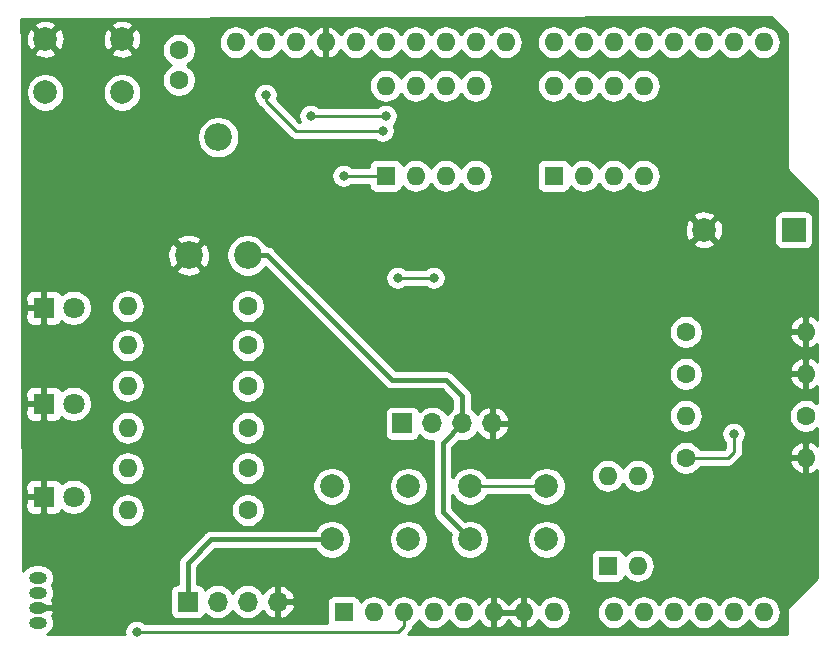
<source format=gbr>
G04 #@! TF.GenerationSoftware,KiCad,Pcbnew,(5.1.4-0-10_14)*
G04 #@! TF.CreationDate,2020-06-08T18:04:02+02:00*
G04 #@! TF.ProjectId,myShield,6d795368-6965-46c6-942e-6b696361645f,rev?*
G04 #@! TF.SameCoordinates,Original*
G04 #@! TF.FileFunction,Copper,L1,Top*
G04 #@! TF.FilePolarity,Positive*
%FSLAX46Y46*%
G04 Gerber Fmt 4.6, Leading zero omitted, Abs format (unit mm)*
G04 Created by KiCad (PCBNEW (5.1.4-0-10_14)) date 2020-06-08 18:04:02*
%MOMM*%
%LPD*%
G04 APERTURE LIST*
%ADD10O,1.600000X1.600000*%
%ADD11R,1.600000X1.600000*%
%ADD12R,2.000000X2.000000*%
%ADD13C,2.000000*%
%ADD14R,1.800000X1.800000*%
%ADD15C,1.800000*%
%ADD16O,1.524000X1.000000*%
%ADD17R,1.700000X1.700000*%
%ADD18O,1.700000X1.700000*%
%ADD19C,1.600000*%
%ADD20C,2.340000*%
%ADD21C,0.800000*%
%ADD22C,0.254000*%
%ADD23C,0.381000*%
G04 APERTURE END LIST*
D10*
X121924000Y-66929000D03*
X124464000Y-66929000D03*
D11*
X131064000Y-115189000D03*
D10*
X161544000Y-66929000D03*
X133604000Y-115189000D03*
X159004000Y-66929000D03*
X136144000Y-115189000D03*
X156464000Y-66929000D03*
X138684000Y-115189000D03*
X153924000Y-66929000D03*
X141224000Y-115189000D03*
X151384000Y-66929000D03*
X143764000Y-115189000D03*
X148844000Y-66929000D03*
X146304000Y-115189000D03*
X144784000Y-66929000D03*
X148844000Y-115189000D03*
X142244000Y-66929000D03*
X153924000Y-115189000D03*
X139704000Y-66929000D03*
X156464000Y-115189000D03*
X137164000Y-66929000D03*
X159004000Y-115189000D03*
X134624000Y-66929000D03*
X161544000Y-115189000D03*
X132084000Y-66929000D03*
X164084000Y-115189000D03*
X129544000Y-66929000D03*
X166624000Y-115189000D03*
X127004000Y-66929000D03*
X166624000Y-66929000D03*
X164084000Y-66929000D03*
D12*
X169164000Y-82804000D03*
D13*
X161564000Y-82804000D03*
D14*
X105664000Y-105410000D03*
D15*
X108204000Y-105410000D03*
X108204000Y-97536000D03*
D14*
X105664000Y-97536000D03*
X105664000Y-89408000D03*
D15*
X108204000Y-89408000D03*
D16*
X105156000Y-116078000D03*
X105156000Y-112268000D03*
X105156000Y-113538000D03*
X105156000Y-114808000D03*
D17*
X136017000Y-99187000D03*
D18*
X138557000Y-99187000D03*
X141097000Y-99187000D03*
X143637000Y-99187000D03*
X125476000Y-114300000D03*
X122936000Y-114300000D03*
X120396000Y-114300000D03*
D17*
X117856000Y-114300000D03*
D19*
X160020000Y-91440000D03*
D10*
X170180000Y-91440000D03*
D19*
X117094000Y-70104000D03*
X117094000Y-67564000D03*
X160020000Y-102108000D03*
D10*
X170180000Y-102108000D03*
D19*
X170180000Y-98552000D03*
D10*
X160020000Y-98552000D03*
X112776000Y-96012000D03*
D19*
X122936000Y-96012000D03*
X122936000Y-92583000D03*
D10*
X112776000Y-92583000D03*
X112776000Y-89281000D03*
D19*
X122936000Y-89281000D03*
D10*
X170180000Y-94996000D03*
D19*
X160020000Y-94996000D03*
D10*
X112776000Y-106553000D03*
D19*
X122936000Y-106553000D03*
X122936000Y-99568000D03*
D10*
X112776000Y-99568000D03*
X112776000Y-102997000D03*
D19*
X122936000Y-102997000D03*
D20*
X117936000Y-84963000D03*
X120436000Y-74963000D03*
X122936000Y-84963000D03*
D13*
X130048000Y-109021000D03*
X130048000Y-104521000D03*
X136548000Y-109021000D03*
X136548000Y-104521000D03*
X148232000Y-104521000D03*
X148232000Y-109021000D03*
X141732000Y-104521000D03*
X141732000Y-109021000D03*
D11*
X148844000Y-78232000D03*
D10*
X156464000Y-70612000D03*
X151384000Y-78232000D03*
X153924000Y-70612000D03*
X153924000Y-78232000D03*
X151384000Y-70612000D03*
X156464000Y-78232000D03*
X148844000Y-70612000D03*
X134620000Y-70612000D03*
X142240000Y-78232000D03*
X137160000Y-70612000D03*
X139700000Y-78232000D03*
X139700000Y-70612000D03*
X137160000Y-78232000D03*
X142240000Y-70612000D03*
D11*
X134620000Y-78232000D03*
D13*
X105791000Y-71175000D03*
X105791000Y-66675000D03*
X112291000Y-71175000D03*
X112291000Y-66675000D03*
D11*
X153416000Y-111252000D03*
D10*
X155956000Y-103632000D03*
X155956000Y-111252000D03*
X153416000Y-103632000D03*
D21*
X134620000Y-73152000D03*
X128270000Y-73152000D03*
X134366000Y-74422000D03*
X124460000Y-71374000D03*
X113538000Y-116840000D03*
X164084000Y-100076000D03*
X131064000Y-78232000D03*
X135636000Y-86868000D03*
X138684000Y-86868000D03*
D22*
X134620000Y-73152000D02*
X128270000Y-73152000D01*
X134366000Y-74422000D02*
X127000000Y-74422000D01*
X124460000Y-71882000D02*
X124460000Y-71374000D01*
X127000000Y-74422000D02*
X124460000Y-71882000D01*
X136144000Y-116332000D02*
X136144000Y-115189000D01*
X135636000Y-116840000D02*
X136144000Y-116332000D01*
X113538000Y-116840000D02*
X135636000Y-116840000D01*
D23*
X141097000Y-99187000D02*
X139446000Y-100838000D01*
X139446000Y-106735000D02*
X141732000Y-109021000D01*
X139446000Y-100838000D02*
X139446000Y-106735000D01*
X119833000Y-109021000D02*
X130048000Y-109021000D01*
X117856000Y-110998000D02*
X119833000Y-109021000D01*
X117856000Y-114300000D02*
X117856000Y-110998000D01*
X124590629Y-84963000D02*
X135131629Y-95504000D01*
X122936000Y-84963000D02*
X124590629Y-84963000D01*
X135131629Y-95504000D02*
X139700000Y-95504000D01*
X141097000Y-96901000D02*
X141097000Y-99187000D01*
X139700000Y-95504000D02*
X141097000Y-96901000D01*
D22*
X164084000Y-100076000D02*
X164084000Y-101600000D01*
X163576000Y-102108000D02*
X160020000Y-102108000D01*
X164084000Y-101600000D02*
X163576000Y-102108000D01*
X131064000Y-78232000D02*
X134620000Y-78232000D01*
X141732000Y-104521000D02*
X148232000Y-104521000D01*
X135636000Y-86868000D02*
X138684000Y-86868000D01*
G36*
X168631000Y-66186381D02*
G01*
X168631001Y-77437581D01*
X168627808Y-77470000D01*
X168640551Y-77599382D01*
X168678290Y-77723792D01*
X168739575Y-77838450D01*
X168801386Y-77913766D01*
X168801389Y-77913769D01*
X168822053Y-77938948D01*
X168847232Y-77959612D01*
X171171000Y-80283381D01*
X171171000Y-90410824D01*
X171035131Y-90287615D01*
X170793881Y-90142930D01*
X170529040Y-90048091D01*
X170307000Y-90169376D01*
X170307000Y-91313000D01*
X170327000Y-91313000D01*
X170327000Y-91567000D01*
X170307000Y-91567000D01*
X170307000Y-92710624D01*
X170529040Y-92831909D01*
X170793881Y-92737070D01*
X171035131Y-92592385D01*
X171171000Y-92469176D01*
X171171000Y-93966825D01*
X171035131Y-93843615D01*
X170793881Y-93698930D01*
X170529040Y-93604091D01*
X170307000Y-93725376D01*
X170307000Y-94869000D01*
X170327000Y-94869000D01*
X170327000Y-95123000D01*
X170307000Y-95123000D01*
X170307000Y-96266624D01*
X170529040Y-96387909D01*
X170793881Y-96293070D01*
X171035131Y-96148385D01*
X171171000Y-96025175D01*
X171171001Y-97513605D01*
X171094759Y-97437363D01*
X170859727Y-97280320D01*
X170598574Y-97172147D01*
X170321335Y-97117000D01*
X170038665Y-97117000D01*
X169761426Y-97172147D01*
X169500273Y-97280320D01*
X169265241Y-97437363D01*
X169065363Y-97637241D01*
X168908320Y-97872273D01*
X168800147Y-98133426D01*
X168745000Y-98410665D01*
X168745000Y-98693335D01*
X168800147Y-98970574D01*
X168908320Y-99231727D01*
X169065363Y-99466759D01*
X169265241Y-99666637D01*
X169500273Y-99823680D01*
X169761426Y-99931853D01*
X170038665Y-99987000D01*
X170321335Y-99987000D01*
X170598574Y-99931853D01*
X170859727Y-99823680D01*
X171094759Y-99666637D01*
X171171001Y-99590395D01*
X171171001Y-101078825D01*
X171035131Y-100955615D01*
X170793881Y-100810930D01*
X170529040Y-100716091D01*
X170307000Y-100837376D01*
X170307000Y-101981000D01*
X170327000Y-101981000D01*
X170327000Y-102235000D01*
X170307000Y-102235000D01*
X170307000Y-103378624D01*
X170529040Y-103499909D01*
X170793881Y-103405070D01*
X171035131Y-103260385D01*
X171171001Y-103137175D01*
X171171001Y-112248618D01*
X168847236Y-114572384D01*
X168822052Y-114593052D01*
X168801386Y-114618234D01*
X168739575Y-114693550D01*
X168703608Y-114760841D01*
X168678290Y-114808208D01*
X168640550Y-114932618D01*
X168631000Y-115029582D01*
X168631000Y-115029591D01*
X168627808Y-115062000D01*
X168631000Y-115094409D01*
X168631001Y-117069000D01*
X136484630Y-117069000D01*
X136656347Y-116897283D01*
X136685422Y-116873422D01*
X136780645Y-116757392D01*
X136851402Y-116625015D01*
X136894974Y-116481378D01*
X136901903Y-116411022D01*
X136945101Y-116387932D01*
X137163608Y-116208608D01*
X137342932Y-115990101D01*
X137414000Y-115857142D01*
X137485068Y-115990101D01*
X137664392Y-116208608D01*
X137882899Y-116387932D01*
X138132192Y-116521182D01*
X138402691Y-116603236D01*
X138613508Y-116624000D01*
X138754492Y-116624000D01*
X138965309Y-116603236D01*
X139235808Y-116521182D01*
X139485101Y-116387932D01*
X139703608Y-116208608D01*
X139882932Y-115990101D01*
X139954000Y-115857142D01*
X140025068Y-115990101D01*
X140204392Y-116208608D01*
X140422899Y-116387932D01*
X140672192Y-116521182D01*
X140942691Y-116603236D01*
X141153508Y-116624000D01*
X141294492Y-116624000D01*
X141505309Y-116603236D01*
X141775808Y-116521182D01*
X142025101Y-116387932D01*
X142243608Y-116208608D01*
X142422932Y-115990101D01*
X142496579Y-115852318D01*
X142611615Y-116044131D01*
X142800586Y-116252519D01*
X143026580Y-116420037D01*
X143280913Y-116540246D01*
X143414961Y-116580904D01*
X143637000Y-116458915D01*
X143637000Y-115316000D01*
X143891000Y-115316000D01*
X143891000Y-116458915D01*
X144113039Y-116580904D01*
X144247087Y-116540246D01*
X144501420Y-116420037D01*
X144727414Y-116252519D01*
X144916385Y-116044131D01*
X145034000Y-115848018D01*
X145151615Y-116044131D01*
X145340586Y-116252519D01*
X145566580Y-116420037D01*
X145820913Y-116540246D01*
X145954961Y-116580904D01*
X146177000Y-116458915D01*
X146177000Y-115316000D01*
X143891000Y-115316000D01*
X143637000Y-115316000D01*
X143617000Y-115316000D01*
X143617000Y-115062000D01*
X143637000Y-115062000D01*
X143637000Y-113919085D01*
X143891000Y-113919085D01*
X143891000Y-115062000D01*
X146177000Y-115062000D01*
X146177000Y-113919085D01*
X146431000Y-113919085D01*
X146431000Y-115062000D01*
X146451000Y-115062000D01*
X146451000Y-115316000D01*
X146431000Y-115316000D01*
X146431000Y-116458915D01*
X146653039Y-116580904D01*
X146787087Y-116540246D01*
X147041420Y-116420037D01*
X147267414Y-116252519D01*
X147456385Y-116044131D01*
X147571421Y-115852318D01*
X147645068Y-115990101D01*
X147824392Y-116208608D01*
X148042899Y-116387932D01*
X148292192Y-116521182D01*
X148562691Y-116603236D01*
X148773508Y-116624000D01*
X148914492Y-116624000D01*
X149125309Y-116603236D01*
X149395808Y-116521182D01*
X149645101Y-116387932D01*
X149863608Y-116208608D01*
X150042932Y-115990101D01*
X150176182Y-115740808D01*
X150258236Y-115470309D01*
X150285943Y-115189000D01*
X152482057Y-115189000D01*
X152509764Y-115470309D01*
X152591818Y-115740808D01*
X152725068Y-115990101D01*
X152904392Y-116208608D01*
X153122899Y-116387932D01*
X153372192Y-116521182D01*
X153642691Y-116603236D01*
X153853508Y-116624000D01*
X153994492Y-116624000D01*
X154205309Y-116603236D01*
X154475808Y-116521182D01*
X154725101Y-116387932D01*
X154943608Y-116208608D01*
X155122932Y-115990101D01*
X155194000Y-115857142D01*
X155265068Y-115990101D01*
X155444392Y-116208608D01*
X155662899Y-116387932D01*
X155912192Y-116521182D01*
X156182691Y-116603236D01*
X156393508Y-116624000D01*
X156534492Y-116624000D01*
X156745309Y-116603236D01*
X157015808Y-116521182D01*
X157265101Y-116387932D01*
X157483608Y-116208608D01*
X157662932Y-115990101D01*
X157734000Y-115857142D01*
X157805068Y-115990101D01*
X157984392Y-116208608D01*
X158202899Y-116387932D01*
X158452192Y-116521182D01*
X158722691Y-116603236D01*
X158933508Y-116624000D01*
X159074492Y-116624000D01*
X159285309Y-116603236D01*
X159555808Y-116521182D01*
X159805101Y-116387932D01*
X160023608Y-116208608D01*
X160202932Y-115990101D01*
X160274000Y-115857142D01*
X160345068Y-115990101D01*
X160524392Y-116208608D01*
X160742899Y-116387932D01*
X160992192Y-116521182D01*
X161262691Y-116603236D01*
X161473508Y-116624000D01*
X161614492Y-116624000D01*
X161825309Y-116603236D01*
X162095808Y-116521182D01*
X162345101Y-116387932D01*
X162563608Y-116208608D01*
X162742932Y-115990101D01*
X162814000Y-115857142D01*
X162885068Y-115990101D01*
X163064392Y-116208608D01*
X163282899Y-116387932D01*
X163532192Y-116521182D01*
X163802691Y-116603236D01*
X164013508Y-116624000D01*
X164154492Y-116624000D01*
X164365309Y-116603236D01*
X164635808Y-116521182D01*
X164885101Y-116387932D01*
X165103608Y-116208608D01*
X165282932Y-115990101D01*
X165354000Y-115857142D01*
X165425068Y-115990101D01*
X165604392Y-116208608D01*
X165822899Y-116387932D01*
X166072192Y-116521182D01*
X166342691Y-116603236D01*
X166553508Y-116624000D01*
X166694492Y-116624000D01*
X166905309Y-116603236D01*
X167175808Y-116521182D01*
X167425101Y-116387932D01*
X167643608Y-116208608D01*
X167822932Y-115990101D01*
X167956182Y-115740808D01*
X168038236Y-115470309D01*
X168065943Y-115189000D01*
X168038236Y-114907691D01*
X167956182Y-114637192D01*
X167822932Y-114387899D01*
X167643608Y-114169392D01*
X167425101Y-113990068D01*
X167175808Y-113856818D01*
X166905309Y-113774764D01*
X166694492Y-113754000D01*
X166553508Y-113754000D01*
X166342691Y-113774764D01*
X166072192Y-113856818D01*
X165822899Y-113990068D01*
X165604392Y-114169392D01*
X165425068Y-114387899D01*
X165354000Y-114520858D01*
X165282932Y-114387899D01*
X165103608Y-114169392D01*
X164885101Y-113990068D01*
X164635808Y-113856818D01*
X164365309Y-113774764D01*
X164154492Y-113754000D01*
X164013508Y-113754000D01*
X163802691Y-113774764D01*
X163532192Y-113856818D01*
X163282899Y-113990068D01*
X163064392Y-114169392D01*
X162885068Y-114387899D01*
X162814000Y-114520858D01*
X162742932Y-114387899D01*
X162563608Y-114169392D01*
X162345101Y-113990068D01*
X162095808Y-113856818D01*
X161825309Y-113774764D01*
X161614492Y-113754000D01*
X161473508Y-113754000D01*
X161262691Y-113774764D01*
X160992192Y-113856818D01*
X160742899Y-113990068D01*
X160524392Y-114169392D01*
X160345068Y-114387899D01*
X160274000Y-114520858D01*
X160202932Y-114387899D01*
X160023608Y-114169392D01*
X159805101Y-113990068D01*
X159555808Y-113856818D01*
X159285309Y-113774764D01*
X159074492Y-113754000D01*
X158933508Y-113754000D01*
X158722691Y-113774764D01*
X158452192Y-113856818D01*
X158202899Y-113990068D01*
X157984392Y-114169392D01*
X157805068Y-114387899D01*
X157734000Y-114520858D01*
X157662932Y-114387899D01*
X157483608Y-114169392D01*
X157265101Y-113990068D01*
X157015808Y-113856818D01*
X156745309Y-113774764D01*
X156534492Y-113754000D01*
X156393508Y-113754000D01*
X156182691Y-113774764D01*
X155912192Y-113856818D01*
X155662899Y-113990068D01*
X155444392Y-114169392D01*
X155265068Y-114387899D01*
X155194000Y-114520858D01*
X155122932Y-114387899D01*
X154943608Y-114169392D01*
X154725101Y-113990068D01*
X154475808Y-113856818D01*
X154205309Y-113774764D01*
X153994492Y-113754000D01*
X153853508Y-113754000D01*
X153642691Y-113774764D01*
X153372192Y-113856818D01*
X153122899Y-113990068D01*
X152904392Y-114169392D01*
X152725068Y-114387899D01*
X152591818Y-114637192D01*
X152509764Y-114907691D01*
X152482057Y-115189000D01*
X150285943Y-115189000D01*
X150258236Y-114907691D01*
X150176182Y-114637192D01*
X150042932Y-114387899D01*
X149863608Y-114169392D01*
X149645101Y-113990068D01*
X149395808Y-113856818D01*
X149125309Y-113774764D01*
X148914492Y-113754000D01*
X148773508Y-113754000D01*
X148562691Y-113774764D01*
X148292192Y-113856818D01*
X148042899Y-113990068D01*
X147824392Y-114169392D01*
X147645068Y-114387899D01*
X147571421Y-114525682D01*
X147456385Y-114333869D01*
X147267414Y-114125481D01*
X147041420Y-113957963D01*
X146787087Y-113837754D01*
X146653039Y-113797096D01*
X146431000Y-113919085D01*
X146177000Y-113919085D01*
X145954961Y-113797096D01*
X145820913Y-113837754D01*
X145566580Y-113957963D01*
X145340586Y-114125481D01*
X145151615Y-114333869D01*
X145034000Y-114529982D01*
X144916385Y-114333869D01*
X144727414Y-114125481D01*
X144501420Y-113957963D01*
X144247087Y-113837754D01*
X144113039Y-113797096D01*
X143891000Y-113919085D01*
X143637000Y-113919085D01*
X143414961Y-113797096D01*
X143280913Y-113837754D01*
X143026580Y-113957963D01*
X142800586Y-114125481D01*
X142611615Y-114333869D01*
X142496579Y-114525682D01*
X142422932Y-114387899D01*
X142243608Y-114169392D01*
X142025101Y-113990068D01*
X141775808Y-113856818D01*
X141505309Y-113774764D01*
X141294492Y-113754000D01*
X141153508Y-113754000D01*
X140942691Y-113774764D01*
X140672192Y-113856818D01*
X140422899Y-113990068D01*
X140204392Y-114169392D01*
X140025068Y-114387899D01*
X139954000Y-114520858D01*
X139882932Y-114387899D01*
X139703608Y-114169392D01*
X139485101Y-113990068D01*
X139235808Y-113856818D01*
X138965309Y-113774764D01*
X138754492Y-113754000D01*
X138613508Y-113754000D01*
X138402691Y-113774764D01*
X138132192Y-113856818D01*
X137882899Y-113990068D01*
X137664392Y-114169392D01*
X137485068Y-114387899D01*
X137414000Y-114520858D01*
X137342932Y-114387899D01*
X137163608Y-114169392D01*
X136945101Y-113990068D01*
X136695808Y-113856818D01*
X136425309Y-113774764D01*
X136214492Y-113754000D01*
X136073508Y-113754000D01*
X135862691Y-113774764D01*
X135592192Y-113856818D01*
X135342899Y-113990068D01*
X135124392Y-114169392D01*
X134945068Y-114387899D01*
X134874000Y-114520858D01*
X134802932Y-114387899D01*
X134623608Y-114169392D01*
X134405101Y-113990068D01*
X134155808Y-113856818D01*
X133885309Y-113774764D01*
X133674492Y-113754000D01*
X133533508Y-113754000D01*
X133322691Y-113774764D01*
X133052192Y-113856818D01*
X132802899Y-113990068D01*
X132584392Y-114169392D01*
X132491581Y-114282482D01*
X132489812Y-114264518D01*
X132453502Y-114144820D01*
X132394537Y-114034506D01*
X132315185Y-113937815D01*
X132218494Y-113858463D01*
X132108180Y-113799498D01*
X131988482Y-113763188D01*
X131864000Y-113750928D01*
X130264000Y-113750928D01*
X130139518Y-113763188D01*
X130019820Y-113799498D01*
X129909506Y-113858463D01*
X129812815Y-113937815D01*
X129733463Y-114034506D01*
X129674498Y-114144820D01*
X129638188Y-114264518D01*
X129625928Y-114389000D01*
X129625928Y-115989000D01*
X129634693Y-116078000D01*
X114239711Y-116078000D01*
X114197774Y-116036063D01*
X114028256Y-115922795D01*
X113839898Y-115844774D01*
X113639939Y-115805000D01*
X113436061Y-115805000D01*
X113236102Y-115844774D01*
X113047744Y-115922795D01*
X112878226Y-116036063D01*
X112734063Y-116180226D01*
X112620795Y-116349744D01*
X112542774Y-116538102D01*
X112503000Y-116738061D01*
X112503000Y-116941939D01*
X112528274Y-117069000D01*
X105971706Y-117069000D01*
X106051623Y-117026284D01*
X106224449Y-116884449D01*
X106366284Y-116711623D01*
X106471676Y-116514447D01*
X106536577Y-116300499D01*
X106558491Y-116078000D01*
X106536577Y-115855501D01*
X106471676Y-115641553D01*
X106366284Y-115444377D01*
X106362752Y-115440073D01*
X106432276Y-115332976D01*
X106512119Y-115109874D01*
X106385954Y-114935000D01*
X105283000Y-114935000D01*
X105283000Y-114943000D01*
X105029000Y-114943000D01*
X105029000Y-114935000D01*
X105009000Y-114935000D01*
X105009000Y-114681000D01*
X105029000Y-114681000D01*
X105029000Y-114673000D01*
X105283000Y-114673000D01*
X105283000Y-114681000D01*
X106385954Y-114681000D01*
X106512119Y-114506126D01*
X106432276Y-114283024D01*
X106362752Y-114175927D01*
X106366284Y-114171623D01*
X106471676Y-113974447D01*
X106536577Y-113760499D01*
X106558491Y-113538000D01*
X106549824Y-113450000D01*
X116367928Y-113450000D01*
X116367928Y-115150000D01*
X116380188Y-115274482D01*
X116416498Y-115394180D01*
X116475463Y-115504494D01*
X116554815Y-115601185D01*
X116651506Y-115680537D01*
X116761820Y-115739502D01*
X116881518Y-115775812D01*
X117006000Y-115788072D01*
X118706000Y-115788072D01*
X118830482Y-115775812D01*
X118950180Y-115739502D01*
X119060494Y-115680537D01*
X119157185Y-115601185D01*
X119236537Y-115504494D01*
X119295502Y-115394180D01*
X119316393Y-115325313D01*
X119340866Y-115355134D01*
X119566986Y-115540706D01*
X119824966Y-115678599D01*
X120104889Y-115763513D01*
X120323050Y-115785000D01*
X120468950Y-115785000D01*
X120687111Y-115763513D01*
X120967034Y-115678599D01*
X121225014Y-115540706D01*
X121451134Y-115355134D01*
X121636706Y-115129014D01*
X121666000Y-115074209D01*
X121695294Y-115129014D01*
X121880866Y-115355134D01*
X122106986Y-115540706D01*
X122364966Y-115678599D01*
X122644889Y-115763513D01*
X122863050Y-115785000D01*
X123008950Y-115785000D01*
X123227111Y-115763513D01*
X123507034Y-115678599D01*
X123765014Y-115540706D01*
X123991134Y-115355134D01*
X124176706Y-115129014D01*
X124211201Y-115064477D01*
X124280822Y-115181355D01*
X124475731Y-115397588D01*
X124709080Y-115571641D01*
X124971901Y-115696825D01*
X125119110Y-115741476D01*
X125349000Y-115620155D01*
X125349000Y-114427000D01*
X125603000Y-114427000D01*
X125603000Y-115620155D01*
X125832890Y-115741476D01*
X125980099Y-115696825D01*
X126242920Y-115571641D01*
X126476269Y-115397588D01*
X126671178Y-115181355D01*
X126820157Y-114931252D01*
X126917481Y-114656891D01*
X126796814Y-114427000D01*
X125603000Y-114427000D01*
X125349000Y-114427000D01*
X125329000Y-114427000D01*
X125329000Y-114173000D01*
X125349000Y-114173000D01*
X125349000Y-112979845D01*
X125603000Y-112979845D01*
X125603000Y-114173000D01*
X126796814Y-114173000D01*
X126917481Y-113943109D01*
X126820157Y-113668748D01*
X126671178Y-113418645D01*
X126476269Y-113202412D01*
X126242920Y-113028359D01*
X125980099Y-112903175D01*
X125832890Y-112858524D01*
X125603000Y-112979845D01*
X125349000Y-112979845D01*
X125119110Y-112858524D01*
X124971901Y-112903175D01*
X124709080Y-113028359D01*
X124475731Y-113202412D01*
X124280822Y-113418645D01*
X124211201Y-113535523D01*
X124176706Y-113470986D01*
X123991134Y-113244866D01*
X123765014Y-113059294D01*
X123507034Y-112921401D01*
X123227111Y-112836487D01*
X123008950Y-112815000D01*
X122863050Y-112815000D01*
X122644889Y-112836487D01*
X122364966Y-112921401D01*
X122106986Y-113059294D01*
X121880866Y-113244866D01*
X121695294Y-113470986D01*
X121666000Y-113525791D01*
X121636706Y-113470986D01*
X121451134Y-113244866D01*
X121225014Y-113059294D01*
X120967034Y-112921401D01*
X120687111Y-112836487D01*
X120468950Y-112815000D01*
X120323050Y-112815000D01*
X120104889Y-112836487D01*
X119824966Y-112921401D01*
X119566986Y-113059294D01*
X119340866Y-113244866D01*
X119316393Y-113274687D01*
X119295502Y-113205820D01*
X119236537Y-113095506D01*
X119157185Y-112998815D01*
X119060494Y-112919463D01*
X118950180Y-112860498D01*
X118830482Y-112824188D01*
X118706000Y-112811928D01*
X118681500Y-112811928D01*
X118681500Y-111339932D01*
X120174933Y-109846500D01*
X128633184Y-109846500D01*
X128778013Y-110063252D01*
X129005748Y-110290987D01*
X129273537Y-110469918D01*
X129571088Y-110593168D01*
X129886967Y-110656000D01*
X130209033Y-110656000D01*
X130524912Y-110593168D01*
X130822463Y-110469918D01*
X131090252Y-110290987D01*
X131317987Y-110063252D01*
X131496918Y-109795463D01*
X131620168Y-109497912D01*
X131683000Y-109182033D01*
X131683000Y-108859967D01*
X134913000Y-108859967D01*
X134913000Y-109182033D01*
X134975832Y-109497912D01*
X135099082Y-109795463D01*
X135278013Y-110063252D01*
X135505748Y-110290987D01*
X135773537Y-110469918D01*
X136071088Y-110593168D01*
X136386967Y-110656000D01*
X136709033Y-110656000D01*
X137024912Y-110593168D01*
X137322463Y-110469918D01*
X137590252Y-110290987D01*
X137817987Y-110063252D01*
X137996918Y-109795463D01*
X138120168Y-109497912D01*
X138183000Y-109182033D01*
X138183000Y-108859967D01*
X138120168Y-108544088D01*
X137996918Y-108246537D01*
X137817987Y-107978748D01*
X137590252Y-107751013D01*
X137322463Y-107572082D01*
X137024912Y-107448832D01*
X136709033Y-107386000D01*
X136386967Y-107386000D01*
X136071088Y-107448832D01*
X135773537Y-107572082D01*
X135505748Y-107751013D01*
X135278013Y-107978748D01*
X135099082Y-108246537D01*
X134975832Y-108544088D01*
X134913000Y-108859967D01*
X131683000Y-108859967D01*
X131620168Y-108544088D01*
X131496918Y-108246537D01*
X131317987Y-107978748D01*
X131090252Y-107751013D01*
X130822463Y-107572082D01*
X130524912Y-107448832D01*
X130209033Y-107386000D01*
X129886967Y-107386000D01*
X129571088Y-107448832D01*
X129273537Y-107572082D01*
X129005748Y-107751013D01*
X128778013Y-107978748D01*
X128633184Y-108195500D01*
X119873550Y-108195500D01*
X119832999Y-108191506D01*
X119792449Y-108195500D01*
X119792447Y-108195500D01*
X119671174Y-108207444D01*
X119515566Y-108254647D01*
X119422111Y-108304601D01*
X119372157Y-108331301D01*
X119310596Y-108381823D01*
X119246459Y-108434459D01*
X119220609Y-108465958D01*
X117300961Y-110385607D01*
X117269460Y-110411459D01*
X117243609Y-110442959D01*
X117166301Y-110537158D01*
X117089647Y-110680567D01*
X117042445Y-110836174D01*
X117026506Y-110998000D01*
X117030501Y-111038560D01*
X117030500Y-112811928D01*
X117006000Y-112811928D01*
X116881518Y-112824188D01*
X116761820Y-112860498D01*
X116651506Y-112919463D01*
X116554815Y-112998815D01*
X116475463Y-113095506D01*
X116416498Y-113205820D01*
X116380188Y-113325518D01*
X116367928Y-113450000D01*
X106549824Y-113450000D01*
X106536577Y-113315501D01*
X106471676Y-113101553D01*
X106366284Y-112904377D01*
X106365154Y-112903000D01*
X106366284Y-112901623D01*
X106471676Y-112704447D01*
X106536577Y-112490499D01*
X106558491Y-112268000D01*
X106536577Y-112045501D01*
X106471676Y-111831553D01*
X106366284Y-111634377D01*
X106224449Y-111461551D01*
X106051623Y-111319716D01*
X105854447Y-111214324D01*
X105640499Y-111149423D01*
X105473752Y-111133000D01*
X104838248Y-111133000D01*
X104671501Y-111149423D01*
X104457553Y-111214324D01*
X104260377Y-111319716D01*
X104087551Y-111461551D01*
X103945716Y-111634377D01*
X103896743Y-111726000D01*
X103883879Y-106310000D01*
X104125928Y-106310000D01*
X104138188Y-106434482D01*
X104174498Y-106554180D01*
X104233463Y-106664494D01*
X104312815Y-106761185D01*
X104409506Y-106840537D01*
X104519820Y-106899502D01*
X104639518Y-106935812D01*
X104764000Y-106948072D01*
X105378250Y-106945000D01*
X105537000Y-106786250D01*
X105537000Y-105537000D01*
X104287750Y-105537000D01*
X104129000Y-105695750D01*
X104125928Y-106310000D01*
X103883879Y-106310000D01*
X103879604Y-104510000D01*
X104125928Y-104510000D01*
X104129000Y-105124250D01*
X104287750Y-105283000D01*
X105537000Y-105283000D01*
X105537000Y-104033750D01*
X105791000Y-104033750D01*
X105791000Y-105283000D01*
X105811000Y-105283000D01*
X105811000Y-105537000D01*
X105791000Y-105537000D01*
X105791000Y-106786250D01*
X105949750Y-106945000D01*
X106564000Y-106948072D01*
X106688482Y-106935812D01*
X106808180Y-106899502D01*
X106918494Y-106840537D01*
X107015185Y-106761185D01*
X107094537Y-106664494D01*
X107153502Y-106554180D01*
X107159056Y-106535873D01*
X107225495Y-106602312D01*
X107476905Y-106770299D01*
X107756257Y-106886011D01*
X108052816Y-106945000D01*
X108355184Y-106945000D01*
X108651743Y-106886011D01*
X108931095Y-106770299D01*
X109182505Y-106602312D01*
X109231817Y-106553000D01*
X111334057Y-106553000D01*
X111361764Y-106834309D01*
X111443818Y-107104808D01*
X111577068Y-107354101D01*
X111756392Y-107572608D01*
X111974899Y-107751932D01*
X112224192Y-107885182D01*
X112494691Y-107967236D01*
X112705508Y-107988000D01*
X112846492Y-107988000D01*
X113057309Y-107967236D01*
X113327808Y-107885182D01*
X113577101Y-107751932D01*
X113795608Y-107572608D01*
X113974932Y-107354101D01*
X114108182Y-107104808D01*
X114190236Y-106834309D01*
X114217943Y-106553000D01*
X114204023Y-106411665D01*
X121501000Y-106411665D01*
X121501000Y-106694335D01*
X121556147Y-106971574D01*
X121664320Y-107232727D01*
X121821363Y-107467759D01*
X122021241Y-107667637D01*
X122256273Y-107824680D01*
X122517426Y-107932853D01*
X122794665Y-107988000D01*
X123077335Y-107988000D01*
X123354574Y-107932853D01*
X123615727Y-107824680D01*
X123850759Y-107667637D01*
X124050637Y-107467759D01*
X124207680Y-107232727D01*
X124315853Y-106971574D01*
X124371000Y-106694335D01*
X124371000Y-106411665D01*
X124315853Y-106134426D01*
X124207680Y-105873273D01*
X124050637Y-105638241D01*
X123850759Y-105438363D01*
X123615727Y-105281320D01*
X123354574Y-105173147D01*
X123077335Y-105118000D01*
X122794665Y-105118000D01*
X122517426Y-105173147D01*
X122256273Y-105281320D01*
X122021241Y-105438363D01*
X121821363Y-105638241D01*
X121664320Y-105873273D01*
X121556147Y-106134426D01*
X121501000Y-106411665D01*
X114204023Y-106411665D01*
X114190236Y-106271691D01*
X114108182Y-106001192D01*
X113974932Y-105751899D01*
X113795608Y-105533392D01*
X113577101Y-105354068D01*
X113327808Y-105220818D01*
X113057309Y-105138764D01*
X112846492Y-105118000D01*
X112705508Y-105118000D01*
X112494691Y-105138764D01*
X112224192Y-105220818D01*
X111974899Y-105354068D01*
X111756392Y-105533392D01*
X111577068Y-105751899D01*
X111443818Y-106001192D01*
X111361764Y-106271691D01*
X111334057Y-106553000D01*
X109231817Y-106553000D01*
X109396312Y-106388505D01*
X109564299Y-106137095D01*
X109680011Y-105857743D01*
X109739000Y-105561184D01*
X109739000Y-105258816D01*
X109680011Y-104962257D01*
X109564299Y-104682905D01*
X109396312Y-104431495D01*
X109182505Y-104217688D01*
X108931095Y-104049701D01*
X108651743Y-103933989D01*
X108355184Y-103875000D01*
X108052816Y-103875000D01*
X107756257Y-103933989D01*
X107476905Y-104049701D01*
X107225495Y-104217688D01*
X107159056Y-104284127D01*
X107153502Y-104265820D01*
X107094537Y-104155506D01*
X107015185Y-104058815D01*
X106918494Y-103979463D01*
X106808180Y-103920498D01*
X106688482Y-103884188D01*
X106564000Y-103871928D01*
X105949750Y-103875000D01*
X105791000Y-104033750D01*
X105537000Y-104033750D01*
X105378250Y-103875000D01*
X104764000Y-103871928D01*
X104639518Y-103884188D01*
X104519820Y-103920498D01*
X104409506Y-103979463D01*
X104312815Y-104058815D01*
X104233463Y-104155506D01*
X104174498Y-104265820D01*
X104138188Y-104385518D01*
X104125928Y-104510000D01*
X103879604Y-104510000D01*
X103876011Y-102997000D01*
X111334057Y-102997000D01*
X111361764Y-103278309D01*
X111443818Y-103548808D01*
X111577068Y-103798101D01*
X111756392Y-104016608D01*
X111974899Y-104195932D01*
X112224192Y-104329182D01*
X112494691Y-104411236D01*
X112705508Y-104432000D01*
X112846492Y-104432000D01*
X113057309Y-104411236D01*
X113327808Y-104329182D01*
X113577101Y-104195932D01*
X113795608Y-104016608D01*
X113974932Y-103798101D01*
X114108182Y-103548808D01*
X114190236Y-103278309D01*
X114217943Y-102997000D01*
X114204023Y-102855665D01*
X121501000Y-102855665D01*
X121501000Y-103138335D01*
X121556147Y-103415574D01*
X121664320Y-103676727D01*
X121821363Y-103911759D01*
X122021241Y-104111637D01*
X122256273Y-104268680D01*
X122517426Y-104376853D01*
X122794665Y-104432000D01*
X123077335Y-104432000D01*
X123354574Y-104376853D01*
X123395340Y-104359967D01*
X128413000Y-104359967D01*
X128413000Y-104682033D01*
X128475832Y-104997912D01*
X128599082Y-105295463D01*
X128778013Y-105563252D01*
X129005748Y-105790987D01*
X129273537Y-105969918D01*
X129571088Y-106093168D01*
X129886967Y-106156000D01*
X130209033Y-106156000D01*
X130524912Y-106093168D01*
X130822463Y-105969918D01*
X131090252Y-105790987D01*
X131317987Y-105563252D01*
X131496918Y-105295463D01*
X131620168Y-104997912D01*
X131683000Y-104682033D01*
X131683000Y-104359967D01*
X134913000Y-104359967D01*
X134913000Y-104682033D01*
X134975832Y-104997912D01*
X135099082Y-105295463D01*
X135278013Y-105563252D01*
X135505748Y-105790987D01*
X135773537Y-105969918D01*
X136071088Y-106093168D01*
X136386967Y-106156000D01*
X136709033Y-106156000D01*
X137024912Y-106093168D01*
X137322463Y-105969918D01*
X137590252Y-105790987D01*
X137817987Y-105563252D01*
X137996918Y-105295463D01*
X138120168Y-104997912D01*
X138183000Y-104682033D01*
X138183000Y-104359967D01*
X138120168Y-104044088D01*
X137996918Y-103746537D01*
X137817987Y-103478748D01*
X137590252Y-103251013D01*
X137322463Y-103072082D01*
X137024912Y-102948832D01*
X136709033Y-102886000D01*
X136386967Y-102886000D01*
X136071088Y-102948832D01*
X135773537Y-103072082D01*
X135505748Y-103251013D01*
X135278013Y-103478748D01*
X135099082Y-103746537D01*
X134975832Y-104044088D01*
X134913000Y-104359967D01*
X131683000Y-104359967D01*
X131620168Y-104044088D01*
X131496918Y-103746537D01*
X131317987Y-103478748D01*
X131090252Y-103251013D01*
X130822463Y-103072082D01*
X130524912Y-102948832D01*
X130209033Y-102886000D01*
X129886967Y-102886000D01*
X129571088Y-102948832D01*
X129273537Y-103072082D01*
X129005748Y-103251013D01*
X128778013Y-103478748D01*
X128599082Y-103746537D01*
X128475832Y-104044088D01*
X128413000Y-104359967D01*
X123395340Y-104359967D01*
X123615727Y-104268680D01*
X123850759Y-104111637D01*
X124050637Y-103911759D01*
X124207680Y-103676727D01*
X124315853Y-103415574D01*
X124371000Y-103138335D01*
X124371000Y-102855665D01*
X124315853Y-102578426D01*
X124207680Y-102317273D01*
X124050637Y-102082241D01*
X123850759Y-101882363D01*
X123615727Y-101725320D01*
X123354574Y-101617147D01*
X123077335Y-101562000D01*
X122794665Y-101562000D01*
X122517426Y-101617147D01*
X122256273Y-101725320D01*
X122021241Y-101882363D01*
X121821363Y-102082241D01*
X121664320Y-102317273D01*
X121556147Y-102578426D01*
X121501000Y-102855665D01*
X114204023Y-102855665D01*
X114190236Y-102715691D01*
X114108182Y-102445192D01*
X113974932Y-102195899D01*
X113795608Y-101977392D01*
X113577101Y-101798068D01*
X113327808Y-101664818D01*
X113057309Y-101582764D01*
X112846492Y-101562000D01*
X112705508Y-101562000D01*
X112494691Y-101582764D01*
X112224192Y-101664818D01*
X111974899Y-101798068D01*
X111756392Y-101977392D01*
X111577068Y-102195899D01*
X111443818Y-102445192D01*
X111361764Y-102715691D01*
X111334057Y-102997000D01*
X103876011Y-102997000D01*
X103867866Y-99568000D01*
X111334057Y-99568000D01*
X111361764Y-99849309D01*
X111443818Y-100119808D01*
X111577068Y-100369101D01*
X111756392Y-100587608D01*
X111974899Y-100766932D01*
X112224192Y-100900182D01*
X112494691Y-100982236D01*
X112705508Y-101003000D01*
X112846492Y-101003000D01*
X113057309Y-100982236D01*
X113327808Y-100900182D01*
X113577101Y-100766932D01*
X113795608Y-100587608D01*
X113974932Y-100369101D01*
X114108182Y-100119808D01*
X114190236Y-99849309D01*
X114217943Y-99568000D01*
X114204023Y-99426665D01*
X121501000Y-99426665D01*
X121501000Y-99709335D01*
X121556147Y-99986574D01*
X121664320Y-100247727D01*
X121821363Y-100482759D01*
X122021241Y-100682637D01*
X122256273Y-100839680D01*
X122517426Y-100947853D01*
X122794665Y-101003000D01*
X123077335Y-101003000D01*
X123354574Y-100947853D01*
X123615727Y-100839680D01*
X123850759Y-100682637D01*
X124050637Y-100482759D01*
X124207680Y-100247727D01*
X124315853Y-99986574D01*
X124371000Y-99709335D01*
X124371000Y-99426665D01*
X124315853Y-99149426D01*
X124207680Y-98888273D01*
X124050637Y-98653241D01*
X123850759Y-98453363D01*
X123615727Y-98296320D01*
X123354574Y-98188147D01*
X123077335Y-98133000D01*
X122794665Y-98133000D01*
X122517426Y-98188147D01*
X122256273Y-98296320D01*
X122021241Y-98453363D01*
X121821363Y-98653241D01*
X121664320Y-98888273D01*
X121556147Y-99149426D01*
X121501000Y-99426665D01*
X114204023Y-99426665D01*
X114190236Y-99286691D01*
X114108182Y-99016192D01*
X113974932Y-98766899D01*
X113795608Y-98548392D01*
X113577101Y-98369068D01*
X113327808Y-98235818D01*
X113057309Y-98153764D01*
X112846492Y-98133000D01*
X112705508Y-98133000D01*
X112494691Y-98153764D01*
X112224192Y-98235818D01*
X111974899Y-98369068D01*
X111756392Y-98548392D01*
X111577068Y-98766899D01*
X111443818Y-99016192D01*
X111361764Y-99286691D01*
X111334057Y-99568000D01*
X103867866Y-99568000D01*
X103865177Y-98436000D01*
X104125928Y-98436000D01*
X104138188Y-98560482D01*
X104174498Y-98680180D01*
X104233463Y-98790494D01*
X104312815Y-98887185D01*
X104409506Y-98966537D01*
X104519820Y-99025502D01*
X104639518Y-99061812D01*
X104764000Y-99074072D01*
X105378250Y-99071000D01*
X105537000Y-98912250D01*
X105537000Y-97663000D01*
X104287750Y-97663000D01*
X104129000Y-97821750D01*
X104125928Y-98436000D01*
X103865177Y-98436000D01*
X103860902Y-96636000D01*
X104125928Y-96636000D01*
X104129000Y-97250250D01*
X104287750Y-97409000D01*
X105537000Y-97409000D01*
X105537000Y-96159750D01*
X105791000Y-96159750D01*
X105791000Y-97409000D01*
X105811000Y-97409000D01*
X105811000Y-97663000D01*
X105791000Y-97663000D01*
X105791000Y-98912250D01*
X105949750Y-99071000D01*
X106564000Y-99074072D01*
X106688482Y-99061812D01*
X106808180Y-99025502D01*
X106918494Y-98966537D01*
X107015185Y-98887185D01*
X107094537Y-98790494D01*
X107153502Y-98680180D01*
X107159056Y-98661873D01*
X107225495Y-98728312D01*
X107476905Y-98896299D01*
X107756257Y-99012011D01*
X108052816Y-99071000D01*
X108355184Y-99071000D01*
X108651743Y-99012011D01*
X108931095Y-98896299D01*
X109182505Y-98728312D01*
X109396312Y-98514505D01*
X109564299Y-98263095D01*
X109680011Y-97983743D01*
X109739000Y-97687184D01*
X109739000Y-97384816D01*
X109680011Y-97088257D01*
X109564299Y-96808905D01*
X109396312Y-96557495D01*
X109182505Y-96343688D01*
X108931095Y-96175701D01*
X108651743Y-96059989D01*
X108410485Y-96012000D01*
X111334057Y-96012000D01*
X111361764Y-96293309D01*
X111443818Y-96563808D01*
X111577068Y-96813101D01*
X111756392Y-97031608D01*
X111974899Y-97210932D01*
X112224192Y-97344182D01*
X112494691Y-97426236D01*
X112705508Y-97447000D01*
X112846492Y-97447000D01*
X113057309Y-97426236D01*
X113327808Y-97344182D01*
X113577101Y-97210932D01*
X113795608Y-97031608D01*
X113974932Y-96813101D01*
X114108182Y-96563808D01*
X114190236Y-96293309D01*
X114217943Y-96012000D01*
X114204023Y-95870665D01*
X121501000Y-95870665D01*
X121501000Y-96153335D01*
X121556147Y-96430574D01*
X121664320Y-96691727D01*
X121821363Y-96926759D01*
X122021241Y-97126637D01*
X122256273Y-97283680D01*
X122517426Y-97391853D01*
X122794665Y-97447000D01*
X123077335Y-97447000D01*
X123354574Y-97391853D01*
X123615727Y-97283680D01*
X123850759Y-97126637D01*
X124050637Y-96926759D01*
X124207680Y-96691727D01*
X124315853Y-96430574D01*
X124371000Y-96153335D01*
X124371000Y-95870665D01*
X124315853Y-95593426D01*
X124207680Y-95332273D01*
X124050637Y-95097241D01*
X123850759Y-94897363D01*
X123615727Y-94740320D01*
X123354574Y-94632147D01*
X123077335Y-94577000D01*
X122794665Y-94577000D01*
X122517426Y-94632147D01*
X122256273Y-94740320D01*
X122021241Y-94897363D01*
X121821363Y-95097241D01*
X121664320Y-95332273D01*
X121556147Y-95593426D01*
X121501000Y-95870665D01*
X114204023Y-95870665D01*
X114190236Y-95730691D01*
X114108182Y-95460192D01*
X113974932Y-95210899D01*
X113795608Y-94992392D01*
X113577101Y-94813068D01*
X113327808Y-94679818D01*
X113057309Y-94597764D01*
X112846492Y-94577000D01*
X112705508Y-94577000D01*
X112494691Y-94597764D01*
X112224192Y-94679818D01*
X111974899Y-94813068D01*
X111756392Y-94992392D01*
X111577068Y-95210899D01*
X111443818Y-95460192D01*
X111361764Y-95730691D01*
X111334057Y-96012000D01*
X108410485Y-96012000D01*
X108355184Y-96001000D01*
X108052816Y-96001000D01*
X107756257Y-96059989D01*
X107476905Y-96175701D01*
X107225495Y-96343688D01*
X107159056Y-96410127D01*
X107153502Y-96391820D01*
X107094537Y-96281506D01*
X107015185Y-96184815D01*
X106918494Y-96105463D01*
X106808180Y-96046498D01*
X106688482Y-96010188D01*
X106564000Y-95997928D01*
X105949750Y-96001000D01*
X105791000Y-96159750D01*
X105537000Y-96159750D01*
X105378250Y-96001000D01*
X104764000Y-95997928D01*
X104639518Y-96010188D01*
X104519820Y-96046498D01*
X104409506Y-96105463D01*
X104312815Y-96184815D01*
X104233463Y-96281506D01*
X104174498Y-96391820D01*
X104138188Y-96511518D01*
X104125928Y-96636000D01*
X103860902Y-96636000D01*
X103851275Y-92583000D01*
X111334057Y-92583000D01*
X111361764Y-92864309D01*
X111443818Y-93134808D01*
X111577068Y-93384101D01*
X111756392Y-93602608D01*
X111974899Y-93781932D01*
X112224192Y-93915182D01*
X112494691Y-93997236D01*
X112705508Y-94018000D01*
X112846492Y-94018000D01*
X113057309Y-93997236D01*
X113327808Y-93915182D01*
X113577101Y-93781932D01*
X113795608Y-93602608D01*
X113974932Y-93384101D01*
X114108182Y-93134808D01*
X114190236Y-92864309D01*
X114217943Y-92583000D01*
X114204023Y-92441665D01*
X121501000Y-92441665D01*
X121501000Y-92724335D01*
X121556147Y-93001574D01*
X121664320Y-93262727D01*
X121821363Y-93497759D01*
X122021241Y-93697637D01*
X122256273Y-93854680D01*
X122517426Y-93962853D01*
X122794665Y-94018000D01*
X123077335Y-94018000D01*
X123354574Y-93962853D01*
X123615727Y-93854680D01*
X123850759Y-93697637D01*
X124050637Y-93497759D01*
X124207680Y-93262727D01*
X124315853Y-93001574D01*
X124371000Y-92724335D01*
X124371000Y-92441665D01*
X124315853Y-92164426D01*
X124207680Y-91903273D01*
X124050637Y-91668241D01*
X123850759Y-91468363D01*
X123615727Y-91311320D01*
X123354574Y-91203147D01*
X123077335Y-91148000D01*
X122794665Y-91148000D01*
X122517426Y-91203147D01*
X122256273Y-91311320D01*
X122021241Y-91468363D01*
X121821363Y-91668241D01*
X121664320Y-91903273D01*
X121556147Y-92164426D01*
X121501000Y-92441665D01*
X114204023Y-92441665D01*
X114190236Y-92301691D01*
X114108182Y-92031192D01*
X113974932Y-91781899D01*
X113795608Y-91563392D01*
X113577101Y-91384068D01*
X113327808Y-91250818D01*
X113057309Y-91168764D01*
X112846492Y-91148000D01*
X112705508Y-91148000D01*
X112494691Y-91168764D01*
X112224192Y-91250818D01*
X111974899Y-91384068D01*
X111756392Y-91563392D01*
X111577068Y-91781899D01*
X111443818Y-92031192D01*
X111361764Y-92301691D01*
X111334057Y-92583000D01*
X103851275Y-92583000D01*
X103845871Y-90308000D01*
X104125928Y-90308000D01*
X104138188Y-90432482D01*
X104174498Y-90552180D01*
X104233463Y-90662494D01*
X104312815Y-90759185D01*
X104409506Y-90838537D01*
X104519820Y-90897502D01*
X104639518Y-90933812D01*
X104764000Y-90946072D01*
X105378250Y-90943000D01*
X105537000Y-90784250D01*
X105537000Y-89535000D01*
X104287750Y-89535000D01*
X104129000Y-89693750D01*
X104125928Y-90308000D01*
X103845871Y-90308000D01*
X103841596Y-88508000D01*
X104125928Y-88508000D01*
X104129000Y-89122250D01*
X104287750Y-89281000D01*
X105537000Y-89281000D01*
X105537000Y-88031750D01*
X105791000Y-88031750D01*
X105791000Y-89281000D01*
X105811000Y-89281000D01*
X105811000Y-89535000D01*
X105791000Y-89535000D01*
X105791000Y-90784250D01*
X105949750Y-90943000D01*
X106564000Y-90946072D01*
X106688482Y-90933812D01*
X106808180Y-90897502D01*
X106918494Y-90838537D01*
X107015185Y-90759185D01*
X107094537Y-90662494D01*
X107153502Y-90552180D01*
X107159056Y-90533873D01*
X107225495Y-90600312D01*
X107476905Y-90768299D01*
X107756257Y-90884011D01*
X108052816Y-90943000D01*
X108355184Y-90943000D01*
X108651743Y-90884011D01*
X108931095Y-90768299D01*
X109182505Y-90600312D01*
X109396312Y-90386505D01*
X109564299Y-90135095D01*
X109680011Y-89855743D01*
X109739000Y-89559184D01*
X109739000Y-89281000D01*
X111334057Y-89281000D01*
X111361764Y-89562309D01*
X111443818Y-89832808D01*
X111577068Y-90082101D01*
X111756392Y-90300608D01*
X111974899Y-90479932D01*
X112224192Y-90613182D01*
X112494691Y-90695236D01*
X112705508Y-90716000D01*
X112846492Y-90716000D01*
X113057309Y-90695236D01*
X113327808Y-90613182D01*
X113577101Y-90479932D01*
X113795608Y-90300608D01*
X113974932Y-90082101D01*
X114108182Y-89832808D01*
X114190236Y-89562309D01*
X114217943Y-89281000D01*
X114204023Y-89139665D01*
X121501000Y-89139665D01*
X121501000Y-89422335D01*
X121556147Y-89699574D01*
X121664320Y-89960727D01*
X121821363Y-90195759D01*
X122021241Y-90395637D01*
X122256273Y-90552680D01*
X122517426Y-90660853D01*
X122794665Y-90716000D01*
X123077335Y-90716000D01*
X123354574Y-90660853D01*
X123615727Y-90552680D01*
X123850759Y-90395637D01*
X124050637Y-90195759D01*
X124207680Y-89960727D01*
X124315853Y-89699574D01*
X124371000Y-89422335D01*
X124371000Y-89139665D01*
X124315853Y-88862426D01*
X124207680Y-88601273D01*
X124050637Y-88366241D01*
X123850759Y-88166363D01*
X123615727Y-88009320D01*
X123354574Y-87901147D01*
X123077335Y-87846000D01*
X122794665Y-87846000D01*
X122517426Y-87901147D01*
X122256273Y-88009320D01*
X122021241Y-88166363D01*
X121821363Y-88366241D01*
X121664320Y-88601273D01*
X121556147Y-88862426D01*
X121501000Y-89139665D01*
X114204023Y-89139665D01*
X114190236Y-88999691D01*
X114108182Y-88729192D01*
X113974932Y-88479899D01*
X113795608Y-88261392D01*
X113577101Y-88082068D01*
X113327808Y-87948818D01*
X113057309Y-87866764D01*
X112846492Y-87846000D01*
X112705508Y-87846000D01*
X112494691Y-87866764D01*
X112224192Y-87948818D01*
X111974899Y-88082068D01*
X111756392Y-88261392D01*
X111577068Y-88479899D01*
X111443818Y-88729192D01*
X111361764Y-88999691D01*
X111334057Y-89281000D01*
X109739000Y-89281000D01*
X109739000Y-89256816D01*
X109680011Y-88960257D01*
X109564299Y-88680905D01*
X109396312Y-88429495D01*
X109182505Y-88215688D01*
X108931095Y-88047701D01*
X108651743Y-87931989D01*
X108355184Y-87873000D01*
X108052816Y-87873000D01*
X107756257Y-87931989D01*
X107476905Y-88047701D01*
X107225495Y-88215688D01*
X107159056Y-88282127D01*
X107153502Y-88263820D01*
X107094537Y-88153506D01*
X107015185Y-88056815D01*
X106918494Y-87977463D01*
X106808180Y-87918498D01*
X106688482Y-87882188D01*
X106564000Y-87869928D01*
X105949750Y-87873000D01*
X105791000Y-88031750D01*
X105537000Y-88031750D01*
X105378250Y-87873000D01*
X104764000Y-87869928D01*
X104639518Y-87882188D01*
X104519820Y-87918498D01*
X104409506Y-87977463D01*
X104312815Y-88056815D01*
X104233463Y-88153506D01*
X104174498Y-88263820D01*
X104138188Y-88383518D01*
X104125928Y-88508000D01*
X103841596Y-88508000D01*
X103836161Y-86219602D01*
X116859003Y-86219602D01*
X116975275Y-86501389D01*
X117293860Y-86659257D01*
X117637122Y-86751938D01*
X117991869Y-86775873D01*
X118344470Y-86730139D01*
X118681373Y-86616495D01*
X118896725Y-86501389D01*
X119012997Y-86219602D01*
X117936000Y-85142605D01*
X116859003Y-86219602D01*
X103836161Y-86219602D01*
X103833308Y-85018869D01*
X116123127Y-85018869D01*
X116168861Y-85371470D01*
X116282505Y-85708373D01*
X116397611Y-85923725D01*
X116679398Y-86039997D01*
X117756395Y-84963000D01*
X118115605Y-84963000D01*
X119192602Y-86039997D01*
X119474389Y-85923725D01*
X119632257Y-85605140D01*
X119724938Y-85261878D01*
X119748873Y-84907131D01*
X119733061Y-84785223D01*
X121131000Y-84785223D01*
X121131000Y-85140777D01*
X121200365Y-85489499D01*
X121336429Y-85817988D01*
X121533965Y-86113621D01*
X121785379Y-86365035D01*
X122081012Y-86562571D01*
X122409501Y-86698635D01*
X122758223Y-86768000D01*
X123113777Y-86768000D01*
X123462499Y-86698635D01*
X123790988Y-86562571D01*
X124086621Y-86365035D01*
X124338035Y-86113621D01*
X124432477Y-85972280D01*
X134519236Y-96059040D01*
X134545088Y-96090541D01*
X134598832Y-96134647D01*
X134670786Y-96193699D01*
X134807219Y-96266624D01*
X134814195Y-96270353D01*
X134969803Y-96317556D01*
X135091076Y-96329500D01*
X135091078Y-96329500D01*
X135131628Y-96333494D01*
X135172179Y-96329500D01*
X139358068Y-96329500D01*
X140271500Y-97242933D01*
X140271500Y-97944415D01*
X140267986Y-97946294D01*
X140041866Y-98131866D01*
X139856294Y-98357986D01*
X139827000Y-98412791D01*
X139797706Y-98357986D01*
X139612134Y-98131866D01*
X139386014Y-97946294D01*
X139128034Y-97808401D01*
X138848111Y-97723487D01*
X138629950Y-97702000D01*
X138484050Y-97702000D01*
X138265889Y-97723487D01*
X137985966Y-97808401D01*
X137727986Y-97946294D01*
X137501866Y-98131866D01*
X137477393Y-98161687D01*
X137456502Y-98092820D01*
X137397537Y-97982506D01*
X137318185Y-97885815D01*
X137221494Y-97806463D01*
X137111180Y-97747498D01*
X136991482Y-97711188D01*
X136867000Y-97698928D01*
X135167000Y-97698928D01*
X135042518Y-97711188D01*
X134922820Y-97747498D01*
X134812506Y-97806463D01*
X134715815Y-97885815D01*
X134636463Y-97982506D01*
X134577498Y-98092820D01*
X134541188Y-98212518D01*
X134528928Y-98337000D01*
X134528928Y-100037000D01*
X134541188Y-100161482D01*
X134577498Y-100281180D01*
X134636463Y-100391494D01*
X134715815Y-100488185D01*
X134812506Y-100567537D01*
X134922820Y-100626502D01*
X135042518Y-100662812D01*
X135167000Y-100675072D01*
X136867000Y-100675072D01*
X136991482Y-100662812D01*
X137111180Y-100626502D01*
X137221494Y-100567537D01*
X137318185Y-100488185D01*
X137397537Y-100391494D01*
X137456502Y-100281180D01*
X137477393Y-100212313D01*
X137501866Y-100242134D01*
X137727986Y-100427706D01*
X137985966Y-100565599D01*
X138265889Y-100650513D01*
X138484050Y-100672000D01*
X138629950Y-100672000D01*
X138633826Y-100671618D01*
X138632444Y-100676175D01*
X138620500Y-100797447D01*
X138616506Y-100838000D01*
X138620500Y-100878551D01*
X138620501Y-106694440D01*
X138616506Y-106735000D01*
X138632445Y-106896826D01*
X138679647Y-107052433D01*
X138756301Y-107195842D01*
X138817863Y-107270854D01*
X138859460Y-107321541D01*
X138890961Y-107347393D01*
X140147857Y-108604290D01*
X140097000Y-108859967D01*
X140097000Y-109182033D01*
X140159832Y-109497912D01*
X140283082Y-109795463D01*
X140462013Y-110063252D01*
X140689748Y-110290987D01*
X140957537Y-110469918D01*
X141255088Y-110593168D01*
X141570967Y-110656000D01*
X141893033Y-110656000D01*
X142208912Y-110593168D01*
X142506463Y-110469918D01*
X142774252Y-110290987D01*
X143001987Y-110063252D01*
X143180918Y-109795463D01*
X143304168Y-109497912D01*
X143367000Y-109182033D01*
X143367000Y-108859967D01*
X146597000Y-108859967D01*
X146597000Y-109182033D01*
X146659832Y-109497912D01*
X146783082Y-109795463D01*
X146962013Y-110063252D01*
X147189748Y-110290987D01*
X147457537Y-110469918D01*
X147755088Y-110593168D01*
X148070967Y-110656000D01*
X148393033Y-110656000D01*
X148708912Y-110593168D01*
X149006463Y-110469918D01*
X149033279Y-110452000D01*
X151977928Y-110452000D01*
X151977928Y-112052000D01*
X151990188Y-112176482D01*
X152026498Y-112296180D01*
X152085463Y-112406494D01*
X152164815Y-112503185D01*
X152261506Y-112582537D01*
X152371820Y-112641502D01*
X152491518Y-112677812D01*
X152616000Y-112690072D01*
X154216000Y-112690072D01*
X154340482Y-112677812D01*
X154460180Y-112641502D01*
X154570494Y-112582537D01*
X154667185Y-112503185D01*
X154746537Y-112406494D01*
X154805502Y-112296180D01*
X154841812Y-112176482D01*
X154843581Y-112158518D01*
X154936392Y-112271608D01*
X155154899Y-112450932D01*
X155404192Y-112584182D01*
X155674691Y-112666236D01*
X155885508Y-112687000D01*
X156026492Y-112687000D01*
X156237309Y-112666236D01*
X156507808Y-112584182D01*
X156757101Y-112450932D01*
X156975608Y-112271608D01*
X157154932Y-112053101D01*
X157288182Y-111803808D01*
X157370236Y-111533309D01*
X157397943Y-111252000D01*
X157370236Y-110970691D01*
X157288182Y-110700192D01*
X157154932Y-110450899D01*
X156975608Y-110232392D01*
X156757101Y-110053068D01*
X156507808Y-109919818D01*
X156237309Y-109837764D01*
X156026492Y-109817000D01*
X155885508Y-109817000D01*
X155674691Y-109837764D01*
X155404192Y-109919818D01*
X155154899Y-110053068D01*
X154936392Y-110232392D01*
X154843581Y-110345482D01*
X154841812Y-110327518D01*
X154805502Y-110207820D01*
X154746537Y-110097506D01*
X154667185Y-110000815D01*
X154570494Y-109921463D01*
X154460180Y-109862498D01*
X154340482Y-109826188D01*
X154216000Y-109813928D01*
X152616000Y-109813928D01*
X152491518Y-109826188D01*
X152371820Y-109862498D01*
X152261506Y-109921463D01*
X152164815Y-110000815D01*
X152085463Y-110097506D01*
X152026498Y-110207820D01*
X151990188Y-110327518D01*
X151977928Y-110452000D01*
X149033279Y-110452000D01*
X149274252Y-110290987D01*
X149501987Y-110063252D01*
X149680918Y-109795463D01*
X149804168Y-109497912D01*
X149867000Y-109182033D01*
X149867000Y-108859967D01*
X149804168Y-108544088D01*
X149680918Y-108246537D01*
X149501987Y-107978748D01*
X149274252Y-107751013D01*
X149006463Y-107572082D01*
X148708912Y-107448832D01*
X148393033Y-107386000D01*
X148070967Y-107386000D01*
X147755088Y-107448832D01*
X147457537Y-107572082D01*
X147189748Y-107751013D01*
X146962013Y-107978748D01*
X146783082Y-108246537D01*
X146659832Y-108544088D01*
X146597000Y-108859967D01*
X143367000Y-108859967D01*
X143304168Y-108544088D01*
X143180918Y-108246537D01*
X143001987Y-107978748D01*
X142774252Y-107751013D01*
X142506463Y-107572082D01*
X142208912Y-107448832D01*
X141893033Y-107386000D01*
X141570967Y-107386000D01*
X141315290Y-107436857D01*
X140271500Y-106393068D01*
X140271500Y-105267502D01*
X140283082Y-105295463D01*
X140462013Y-105563252D01*
X140689748Y-105790987D01*
X140957537Y-105969918D01*
X141255088Y-106093168D01*
X141570967Y-106156000D01*
X141893033Y-106156000D01*
X142208912Y-106093168D01*
X142506463Y-105969918D01*
X142774252Y-105790987D01*
X143001987Y-105563252D01*
X143180918Y-105295463D01*
X143186080Y-105283000D01*
X146777920Y-105283000D01*
X146783082Y-105295463D01*
X146962013Y-105563252D01*
X147189748Y-105790987D01*
X147457537Y-105969918D01*
X147755088Y-106093168D01*
X148070967Y-106156000D01*
X148393033Y-106156000D01*
X148708912Y-106093168D01*
X149006463Y-105969918D01*
X149274252Y-105790987D01*
X149501987Y-105563252D01*
X149680918Y-105295463D01*
X149804168Y-104997912D01*
X149867000Y-104682033D01*
X149867000Y-104359967D01*
X149804168Y-104044088D01*
X149680918Y-103746537D01*
X149604387Y-103632000D01*
X151974057Y-103632000D01*
X152001764Y-103913309D01*
X152083818Y-104183808D01*
X152217068Y-104433101D01*
X152396392Y-104651608D01*
X152614899Y-104830932D01*
X152864192Y-104964182D01*
X153134691Y-105046236D01*
X153345508Y-105067000D01*
X153486492Y-105067000D01*
X153697309Y-105046236D01*
X153967808Y-104964182D01*
X154217101Y-104830932D01*
X154435608Y-104651608D01*
X154614932Y-104433101D01*
X154686000Y-104300142D01*
X154757068Y-104433101D01*
X154936392Y-104651608D01*
X155154899Y-104830932D01*
X155404192Y-104964182D01*
X155674691Y-105046236D01*
X155885508Y-105067000D01*
X156026492Y-105067000D01*
X156237309Y-105046236D01*
X156507808Y-104964182D01*
X156757101Y-104830932D01*
X156975608Y-104651608D01*
X157154932Y-104433101D01*
X157288182Y-104183808D01*
X157370236Y-103913309D01*
X157397943Y-103632000D01*
X157370236Y-103350691D01*
X157288182Y-103080192D01*
X157154932Y-102830899D01*
X156975608Y-102612392D01*
X156757101Y-102433068D01*
X156507808Y-102299818D01*
X156237309Y-102217764D01*
X156026492Y-102197000D01*
X155885508Y-102197000D01*
X155674691Y-102217764D01*
X155404192Y-102299818D01*
X155154899Y-102433068D01*
X154936392Y-102612392D01*
X154757068Y-102830899D01*
X154686000Y-102963858D01*
X154614932Y-102830899D01*
X154435608Y-102612392D01*
X154217101Y-102433068D01*
X153967808Y-102299818D01*
X153697309Y-102217764D01*
X153486492Y-102197000D01*
X153345508Y-102197000D01*
X153134691Y-102217764D01*
X152864192Y-102299818D01*
X152614899Y-102433068D01*
X152396392Y-102612392D01*
X152217068Y-102830899D01*
X152083818Y-103080192D01*
X152001764Y-103350691D01*
X151974057Y-103632000D01*
X149604387Y-103632000D01*
X149501987Y-103478748D01*
X149274252Y-103251013D01*
X149006463Y-103072082D01*
X148708912Y-102948832D01*
X148393033Y-102886000D01*
X148070967Y-102886000D01*
X147755088Y-102948832D01*
X147457537Y-103072082D01*
X147189748Y-103251013D01*
X146962013Y-103478748D01*
X146783082Y-103746537D01*
X146777920Y-103759000D01*
X143186080Y-103759000D01*
X143180918Y-103746537D01*
X143001987Y-103478748D01*
X142774252Y-103251013D01*
X142506463Y-103072082D01*
X142208912Y-102948832D01*
X141893033Y-102886000D01*
X141570967Y-102886000D01*
X141255088Y-102948832D01*
X140957537Y-103072082D01*
X140689748Y-103251013D01*
X140462013Y-103478748D01*
X140283082Y-103746537D01*
X140271500Y-103774498D01*
X140271500Y-101966665D01*
X158585000Y-101966665D01*
X158585000Y-102249335D01*
X158640147Y-102526574D01*
X158748320Y-102787727D01*
X158905363Y-103022759D01*
X159105241Y-103222637D01*
X159340273Y-103379680D01*
X159601426Y-103487853D01*
X159878665Y-103543000D01*
X160161335Y-103543000D01*
X160438574Y-103487853D01*
X160699727Y-103379680D01*
X160934759Y-103222637D01*
X161134637Y-103022759D01*
X161236707Y-102870000D01*
X163538577Y-102870000D01*
X163576000Y-102873686D01*
X163613423Y-102870000D01*
X163613426Y-102870000D01*
X163725378Y-102858974D01*
X163869015Y-102815402D01*
X164001392Y-102744645D01*
X164117422Y-102649422D01*
X164141284Y-102620346D01*
X164304591Y-102457039D01*
X168788096Y-102457039D01*
X168828754Y-102591087D01*
X168948963Y-102845420D01*
X169116481Y-103071414D01*
X169324869Y-103260385D01*
X169566119Y-103405070D01*
X169830960Y-103499909D01*
X170053000Y-103378624D01*
X170053000Y-102235000D01*
X168910085Y-102235000D01*
X168788096Y-102457039D01*
X164304591Y-102457039D01*
X164596346Y-102165284D01*
X164625422Y-102141422D01*
X164720645Y-102025392D01*
X164791402Y-101893015D01*
X164832067Y-101758961D01*
X168788096Y-101758961D01*
X168910085Y-101981000D01*
X170053000Y-101981000D01*
X170053000Y-100837376D01*
X169830960Y-100716091D01*
X169566119Y-100810930D01*
X169324869Y-100955615D01*
X169116481Y-101144586D01*
X168948963Y-101370580D01*
X168828754Y-101624913D01*
X168788096Y-101758961D01*
X164832067Y-101758961D01*
X164834974Y-101749378D01*
X164846000Y-101637426D01*
X164846000Y-101637417D01*
X164849685Y-101600001D01*
X164846000Y-101562585D01*
X164846000Y-100777711D01*
X164887937Y-100735774D01*
X165001205Y-100566256D01*
X165079226Y-100377898D01*
X165119000Y-100177939D01*
X165119000Y-99974061D01*
X165079226Y-99774102D01*
X165001205Y-99585744D01*
X164887937Y-99416226D01*
X164743774Y-99272063D01*
X164574256Y-99158795D01*
X164385898Y-99080774D01*
X164185939Y-99041000D01*
X163982061Y-99041000D01*
X163782102Y-99080774D01*
X163593744Y-99158795D01*
X163424226Y-99272063D01*
X163280063Y-99416226D01*
X163166795Y-99585744D01*
X163088774Y-99774102D01*
X163049000Y-99974061D01*
X163049000Y-100177939D01*
X163088774Y-100377898D01*
X163166795Y-100566256D01*
X163280063Y-100735774D01*
X163322000Y-100777711D01*
X163322001Y-101284369D01*
X163260370Y-101346000D01*
X161236707Y-101346000D01*
X161134637Y-101193241D01*
X160934759Y-100993363D01*
X160699727Y-100836320D01*
X160438574Y-100728147D01*
X160161335Y-100673000D01*
X159878665Y-100673000D01*
X159601426Y-100728147D01*
X159340273Y-100836320D01*
X159105241Y-100993363D01*
X158905363Y-101193241D01*
X158748320Y-101428273D01*
X158640147Y-101689426D01*
X158585000Y-101966665D01*
X140271500Y-101966665D01*
X140271500Y-101179932D01*
X140802076Y-100649356D01*
X140805889Y-100650513D01*
X141024050Y-100672000D01*
X141169950Y-100672000D01*
X141388111Y-100650513D01*
X141668034Y-100565599D01*
X141926014Y-100427706D01*
X142152134Y-100242134D01*
X142337706Y-100016014D01*
X142372201Y-99951477D01*
X142441822Y-100068355D01*
X142636731Y-100284588D01*
X142870080Y-100458641D01*
X143132901Y-100583825D01*
X143280110Y-100628476D01*
X143510000Y-100507155D01*
X143510000Y-99314000D01*
X143764000Y-99314000D01*
X143764000Y-100507155D01*
X143993890Y-100628476D01*
X144141099Y-100583825D01*
X144403920Y-100458641D01*
X144637269Y-100284588D01*
X144832178Y-100068355D01*
X144981157Y-99818252D01*
X145078481Y-99543891D01*
X144957814Y-99314000D01*
X143764000Y-99314000D01*
X143510000Y-99314000D01*
X143490000Y-99314000D01*
X143490000Y-99060000D01*
X143510000Y-99060000D01*
X143510000Y-97866845D01*
X143764000Y-97866845D01*
X143764000Y-99060000D01*
X144957814Y-99060000D01*
X145078481Y-98830109D01*
X144981157Y-98555748D01*
X144978925Y-98552000D01*
X158578057Y-98552000D01*
X158605764Y-98833309D01*
X158687818Y-99103808D01*
X158821068Y-99353101D01*
X159000392Y-99571608D01*
X159218899Y-99750932D01*
X159468192Y-99884182D01*
X159738691Y-99966236D01*
X159949508Y-99987000D01*
X160090492Y-99987000D01*
X160301309Y-99966236D01*
X160571808Y-99884182D01*
X160821101Y-99750932D01*
X161039608Y-99571608D01*
X161218932Y-99353101D01*
X161352182Y-99103808D01*
X161434236Y-98833309D01*
X161461943Y-98552000D01*
X161434236Y-98270691D01*
X161352182Y-98000192D01*
X161218932Y-97750899D01*
X161039608Y-97532392D01*
X160821101Y-97353068D01*
X160571808Y-97219818D01*
X160301309Y-97137764D01*
X160090492Y-97117000D01*
X159949508Y-97117000D01*
X159738691Y-97137764D01*
X159468192Y-97219818D01*
X159218899Y-97353068D01*
X159000392Y-97532392D01*
X158821068Y-97750899D01*
X158687818Y-98000192D01*
X158605764Y-98270691D01*
X158578057Y-98552000D01*
X144978925Y-98552000D01*
X144832178Y-98305645D01*
X144637269Y-98089412D01*
X144403920Y-97915359D01*
X144141099Y-97790175D01*
X143993890Y-97745524D01*
X143764000Y-97866845D01*
X143510000Y-97866845D01*
X143280110Y-97745524D01*
X143132901Y-97790175D01*
X142870080Y-97915359D01*
X142636731Y-98089412D01*
X142441822Y-98305645D01*
X142372201Y-98422523D01*
X142337706Y-98357986D01*
X142152134Y-98131866D01*
X141926014Y-97946294D01*
X141922500Y-97944416D01*
X141922500Y-96941542D01*
X141926493Y-96900999D01*
X141922500Y-96860456D01*
X141922500Y-96860447D01*
X141910556Y-96739174D01*
X141863353Y-96583566D01*
X141786699Y-96440158D01*
X141683541Y-96314459D01*
X141652041Y-96288608D01*
X140312398Y-94948966D01*
X140286541Y-94917459D01*
X140210026Y-94854665D01*
X158585000Y-94854665D01*
X158585000Y-95137335D01*
X158640147Y-95414574D01*
X158748320Y-95675727D01*
X158905363Y-95910759D01*
X159105241Y-96110637D01*
X159340273Y-96267680D01*
X159601426Y-96375853D01*
X159878665Y-96431000D01*
X160161335Y-96431000D01*
X160438574Y-96375853D01*
X160699727Y-96267680D01*
X160934759Y-96110637D01*
X161134637Y-95910759D01*
X161291680Y-95675727D01*
X161399853Y-95414574D01*
X161413684Y-95345039D01*
X168788096Y-95345039D01*
X168828754Y-95479087D01*
X168948963Y-95733420D01*
X169116481Y-95959414D01*
X169324869Y-96148385D01*
X169566119Y-96293070D01*
X169830960Y-96387909D01*
X170053000Y-96266624D01*
X170053000Y-95123000D01*
X168910085Y-95123000D01*
X168788096Y-95345039D01*
X161413684Y-95345039D01*
X161455000Y-95137335D01*
X161455000Y-94854665D01*
X161413685Y-94646961D01*
X168788096Y-94646961D01*
X168910085Y-94869000D01*
X170053000Y-94869000D01*
X170053000Y-93725376D01*
X169830960Y-93604091D01*
X169566119Y-93698930D01*
X169324869Y-93843615D01*
X169116481Y-94032586D01*
X168948963Y-94258580D01*
X168828754Y-94512913D01*
X168788096Y-94646961D01*
X161413685Y-94646961D01*
X161399853Y-94577426D01*
X161291680Y-94316273D01*
X161134637Y-94081241D01*
X160934759Y-93881363D01*
X160699727Y-93724320D01*
X160438574Y-93616147D01*
X160161335Y-93561000D01*
X159878665Y-93561000D01*
X159601426Y-93616147D01*
X159340273Y-93724320D01*
X159105241Y-93881363D01*
X158905363Y-94081241D01*
X158748320Y-94316273D01*
X158640147Y-94577426D01*
X158585000Y-94854665D01*
X140210026Y-94854665D01*
X140160842Y-94814301D01*
X140017434Y-94737647D01*
X139861826Y-94690444D01*
X139740553Y-94678500D01*
X139740550Y-94678500D01*
X139700000Y-94674506D01*
X139659450Y-94678500D01*
X135473562Y-94678500D01*
X132093727Y-91298665D01*
X158585000Y-91298665D01*
X158585000Y-91581335D01*
X158640147Y-91858574D01*
X158748320Y-92119727D01*
X158905363Y-92354759D01*
X159105241Y-92554637D01*
X159340273Y-92711680D01*
X159601426Y-92819853D01*
X159878665Y-92875000D01*
X160161335Y-92875000D01*
X160438574Y-92819853D01*
X160699727Y-92711680D01*
X160934759Y-92554637D01*
X161134637Y-92354759D01*
X161291680Y-92119727D01*
X161399853Y-91858574D01*
X161413684Y-91789039D01*
X168788096Y-91789039D01*
X168828754Y-91923087D01*
X168948963Y-92177420D01*
X169116481Y-92403414D01*
X169324869Y-92592385D01*
X169566119Y-92737070D01*
X169830960Y-92831909D01*
X170053000Y-92710624D01*
X170053000Y-91567000D01*
X168910085Y-91567000D01*
X168788096Y-91789039D01*
X161413684Y-91789039D01*
X161455000Y-91581335D01*
X161455000Y-91298665D01*
X161413685Y-91090961D01*
X168788096Y-91090961D01*
X168910085Y-91313000D01*
X170053000Y-91313000D01*
X170053000Y-90169376D01*
X169830960Y-90048091D01*
X169566119Y-90142930D01*
X169324869Y-90287615D01*
X169116481Y-90476586D01*
X168948963Y-90702580D01*
X168828754Y-90956913D01*
X168788096Y-91090961D01*
X161413685Y-91090961D01*
X161399853Y-91021426D01*
X161291680Y-90760273D01*
X161134637Y-90525241D01*
X160934759Y-90325363D01*
X160699727Y-90168320D01*
X160438574Y-90060147D01*
X160161335Y-90005000D01*
X159878665Y-90005000D01*
X159601426Y-90060147D01*
X159340273Y-90168320D01*
X159105241Y-90325363D01*
X158905363Y-90525241D01*
X158748320Y-90760273D01*
X158640147Y-91021426D01*
X158585000Y-91298665D01*
X132093727Y-91298665D01*
X127561123Y-86766061D01*
X134601000Y-86766061D01*
X134601000Y-86969939D01*
X134640774Y-87169898D01*
X134718795Y-87358256D01*
X134832063Y-87527774D01*
X134976226Y-87671937D01*
X135145744Y-87785205D01*
X135334102Y-87863226D01*
X135534061Y-87903000D01*
X135737939Y-87903000D01*
X135937898Y-87863226D01*
X136126256Y-87785205D01*
X136295774Y-87671937D01*
X136337711Y-87630000D01*
X137982289Y-87630000D01*
X138024226Y-87671937D01*
X138193744Y-87785205D01*
X138382102Y-87863226D01*
X138582061Y-87903000D01*
X138785939Y-87903000D01*
X138985898Y-87863226D01*
X139174256Y-87785205D01*
X139343774Y-87671937D01*
X139487937Y-87527774D01*
X139601205Y-87358256D01*
X139679226Y-87169898D01*
X139719000Y-86969939D01*
X139719000Y-86766061D01*
X139679226Y-86566102D01*
X139601205Y-86377744D01*
X139487937Y-86208226D01*
X139343774Y-86064063D01*
X139174256Y-85950795D01*
X138985898Y-85872774D01*
X138785939Y-85833000D01*
X138582061Y-85833000D01*
X138382102Y-85872774D01*
X138193744Y-85950795D01*
X138024226Y-86064063D01*
X137982289Y-86106000D01*
X136337711Y-86106000D01*
X136295774Y-86064063D01*
X136126256Y-85950795D01*
X135937898Y-85872774D01*
X135737939Y-85833000D01*
X135534061Y-85833000D01*
X135334102Y-85872774D01*
X135145744Y-85950795D01*
X134976226Y-86064063D01*
X134832063Y-86208226D01*
X134718795Y-86377744D01*
X134640774Y-86566102D01*
X134601000Y-86766061D01*
X127561123Y-86766061D01*
X125203027Y-84407966D01*
X125177170Y-84376459D01*
X125051471Y-84273301D01*
X124908063Y-84196647D01*
X124752455Y-84149444D01*
X124631182Y-84137500D01*
X124631179Y-84137500D01*
X124590629Y-84133506D01*
X124550079Y-84137500D01*
X124547785Y-84137500D01*
X124535571Y-84108012D01*
X124422917Y-83939413D01*
X160608192Y-83939413D01*
X160703956Y-84203814D01*
X160993571Y-84344704D01*
X161305108Y-84426384D01*
X161626595Y-84445718D01*
X161945675Y-84401961D01*
X162250088Y-84296795D01*
X162424044Y-84203814D01*
X162519808Y-83939413D01*
X161564000Y-82983605D01*
X160608192Y-83939413D01*
X124422917Y-83939413D01*
X124338035Y-83812379D01*
X124086621Y-83560965D01*
X123790988Y-83363429D01*
X123462499Y-83227365D01*
X123113777Y-83158000D01*
X122758223Y-83158000D01*
X122409501Y-83227365D01*
X122081012Y-83363429D01*
X121785379Y-83560965D01*
X121533965Y-83812379D01*
X121336429Y-84108012D01*
X121200365Y-84436501D01*
X121131000Y-84785223D01*
X119733061Y-84785223D01*
X119703139Y-84554530D01*
X119589495Y-84217627D01*
X119474389Y-84002275D01*
X119192602Y-83886003D01*
X118115605Y-84963000D01*
X117756395Y-84963000D01*
X116679398Y-83886003D01*
X116397611Y-84002275D01*
X116239743Y-84320860D01*
X116147062Y-84664122D01*
X116123127Y-85018869D01*
X103833308Y-85018869D01*
X103830191Y-83706398D01*
X116859003Y-83706398D01*
X117936000Y-84783395D01*
X119012997Y-83706398D01*
X118896725Y-83424611D01*
X118578140Y-83266743D01*
X118234878Y-83174062D01*
X117880131Y-83150127D01*
X117527530Y-83195861D01*
X117190627Y-83309505D01*
X116975275Y-83424611D01*
X116859003Y-83706398D01*
X103830191Y-83706398D01*
X103828197Y-82866595D01*
X159922282Y-82866595D01*
X159966039Y-83185675D01*
X160071205Y-83490088D01*
X160164186Y-83664044D01*
X160428587Y-83759808D01*
X161384395Y-82804000D01*
X161743605Y-82804000D01*
X162699413Y-83759808D01*
X162963814Y-83664044D01*
X163104704Y-83374429D01*
X163186384Y-83062892D01*
X163205718Y-82741405D01*
X163161961Y-82422325D01*
X163056795Y-82117912D01*
X162963814Y-81943956D01*
X162699413Y-81848192D01*
X161743605Y-82804000D01*
X161384395Y-82804000D01*
X160428587Y-81848192D01*
X160164186Y-81943956D01*
X160023296Y-82233571D01*
X159941616Y-82545108D01*
X159922282Y-82866595D01*
X103828197Y-82866595D01*
X103825352Y-81668587D01*
X160608192Y-81668587D01*
X161564000Y-82624395D01*
X162384395Y-81804000D01*
X167525928Y-81804000D01*
X167525928Y-83804000D01*
X167538188Y-83928482D01*
X167574498Y-84048180D01*
X167633463Y-84158494D01*
X167712815Y-84255185D01*
X167809506Y-84334537D01*
X167919820Y-84393502D01*
X168039518Y-84429812D01*
X168164000Y-84442072D01*
X170164000Y-84442072D01*
X170288482Y-84429812D01*
X170408180Y-84393502D01*
X170518494Y-84334537D01*
X170615185Y-84255185D01*
X170694537Y-84158494D01*
X170753502Y-84048180D01*
X170789812Y-83928482D01*
X170802072Y-83804000D01*
X170802072Y-81804000D01*
X170789812Y-81679518D01*
X170753502Y-81559820D01*
X170694537Y-81449506D01*
X170615185Y-81352815D01*
X170518494Y-81273463D01*
X170408180Y-81214498D01*
X170288482Y-81178188D01*
X170164000Y-81165928D01*
X168164000Y-81165928D01*
X168039518Y-81178188D01*
X167919820Y-81214498D01*
X167809506Y-81273463D01*
X167712815Y-81352815D01*
X167633463Y-81449506D01*
X167574498Y-81559820D01*
X167538188Y-81679518D01*
X167525928Y-81804000D01*
X162384395Y-81804000D01*
X162519808Y-81668587D01*
X162424044Y-81404186D01*
X162134429Y-81263296D01*
X161822892Y-81181616D01*
X161501405Y-81162282D01*
X161182325Y-81206039D01*
X160877912Y-81311205D01*
X160703956Y-81404186D01*
X160608192Y-81668587D01*
X103825352Y-81668587D01*
X103816946Y-78130061D01*
X130029000Y-78130061D01*
X130029000Y-78333939D01*
X130068774Y-78533898D01*
X130146795Y-78722256D01*
X130260063Y-78891774D01*
X130404226Y-79035937D01*
X130573744Y-79149205D01*
X130762102Y-79227226D01*
X130962061Y-79267000D01*
X131165939Y-79267000D01*
X131365898Y-79227226D01*
X131554256Y-79149205D01*
X131723774Y-79035937D01*
X131765711Y-78994000D01*
X133181928Y-78994000D01*
X133181928Y-79032000D01*
X133194188Y-79156482D01*
X133230498Y-79276180D01*
X133289463Y-79386494D01*
X133368815Y-79483185D01*
X133465506Y-79562537D01*
X133575820Y-79621502D01*
X133695518Y-79657812D01*
X133820000Y-79670072D01*
X135420000Y-79670072D01*
X135544482Y-79657812D01*
X135664180Y-79621502D01*
X135774494Y-79562537D01*
X135871185Y-79483185D01*
X135950537Y-79386494D01*
X136009502Y-79276180D01*
X136045812Y-79156482D01*
X136047581Y-79138518D01*
X136140392Y-79251608D01*
X136358899Y-79430932D01*
X136608192Y-79564182D01*
X136878691Y-79646236D01*
X137089508Y-79667000D01*
X137230492Y-79667000D01*
X137441309Y-79646236D01*
X137711808Y-79564182D01*
X137961101Y-79430932D01*
X138179608Y-79251608D01*
X138358932Y-79033101D01*
X138430000Y-78900142D01*
X138501068Y-79033101D01*
X138680392Y-79251608D01*
X138898899Y-79430932D01*
X139148192Y-79564182D01*
X139418691Y-79646236D01*
X139629508Y-79667000D01*
X139770492Y-79667000D01*
X139981309Y-79646236D01*
X140251808Y-79564182D01*
X140501101Y-79430932D01*
X140719608Y-79251608D01*
X140898932Y-79033101D01*
X140970000Y-78900142D01*
X141041068Y-79033101D01*
X141220392Y-79251608D01*
X141438899Y-79430932D01*
X141688192Y-79564182D01*
X141958691Y-79646236D01*
X142169508Y-79667000D01*
X142310492Y-79667000D01*
X142521309Y-79646236D01*
X142791808Y-79564182D01*
X143041101Y-79430932D01*
X143259608Y-79251608D01*
X143438932Y-79033101D01*
X143572182Y-78783808D01*
X143654236Y-78513309D01*
X143681943Y-78232000D01*
X143654236Y-77950691D01*
X143572182Y-77680192D01*
X143439521Y-77432000D01*
X147405928Y-77432000D01*
X147405928Y-79032000D01*
X147418188Y-79156482D01*
X147454498Y-79276180D01*
X147513463Y-79386494D01*
X147592815Y-79483185D01*
X147689506Y-79562537D01*
X147799820Y-79621502D01*
X147919518Y-79657812D01*
X148044000Y-79670072D01*
X149644000Y-79670072D01*
X149768482Y-79657812D01*
X149888180Y-79621502D01*
X149998494Y-79562537D01*
X150095185Y-79483185D01*
X150174537Y-79386494D01*
X150233502Y-79276180D01*
X150269812Y-79156482D01*
X150271581Y-79138518D01*
X150364392Y-79251608D01*
X150582899Y-79430932D01*
X150832192Y-79564182D01*
X151102691Y-79646236D01*
X151313508Y-79667000D01*
X151454492Y-79667000D01*
X151665309Y-79646236D01*
X151935808Y-79564182D01*
X152185101Y-79430932D01*
X152403608Y-79251608D01*
X152582932Y-79033101D01*
X152654000Y-78900142D01*
X152725068Y-79033101D01*
X152904392Y-79251608D01*
X153122899Y-79430932D01*
X153372192Y-79564182D01*
X153642691Y-79646236D01*
X153853508Y-79667000D01*
X153994492Y-79667000D01*
X154205309Y-79646236D01*
X154475808Y-79564182D01*
X154725101Y-79430932D01*
X154943608Y-79251608D01*
X155122932Y-79033101D01*
X155194000Y-78900142D01*
X155265068Y-79033101D01*
X155444392Y-79251608D01*
X155662899Y-79430932D01*
X155912192Y-79564182D01*
X156182691Y-79646236D01*
X156393508Y-79667000D01*
X156534492Y-79667000D01*
X156745309Y-79646236D01*
X157015808Y-79564182D01*
X157265101Y-79430932D01*
X157483608Y-79251608D01*
X157662932Y-79033101D01*
X157796182Y-78783808D01*
X157878236Y-78513309D01*
X157905943Y-78232000D01*
X157878236Y-77950691D01*
X157796182Y-77680192D01*
X157662932Y-77430899D01*
X157483608Y-77212392D01*
X157265101Y-77033068D01*
X157015808Y-76899818D01*
X156745309Y-76817764D01*
X156534492Y-76797000D01*
X156393508Y-76797000D01*
X156182691Y-76817764D01*
X155912192Y-76899818D01*
X155662899Y-77033068D01*
X155444392Y-77212392D01*
X155265068Y-77430899D01*
X155194000Y-77563858D01*
X155122932Y-77430899D01*
X154943608Y-77212392D01*
X154725101Y-77033068D01*
X154475808Y-76899818D01*
X154205309Y-76817764D01*
X153994492Y-76797000D01*
X153853508Y-76797000D01*
X153642691Y-76817764D01*
X153372192Y-76899818D01*
X153122899Y-77033068D01*
X152904392Y-77212392D01*
X152725068Y-77430899D01*
X152654000Y-77563858D01*
X152582932Y-77430899D01*
X152403608Y-77212392D01*
X152185101Y-77033068D01*
X151935808Y-76899818D01*
X151665309Y-76817764D01*
X151454492Y-76797000D01*
X151313508Y-76797000D01*
X151102691Y-76817764D01*
X150832192Y-76899818D01*
X150582899Y-77033068D01*
X150364392Y-77212392D01*
X150271581Y-77325482D01*
X150269812Y-77307518D01*
X150233502Y-77187820D01*
X150174537Y-77077506D01*
X150095185Y-76980815D01*
X149998494Y-76901463D01*
X149888180Y-76842498D01*
X149768482Y-76806188D01*
X149644000Y-76793928D01*
X148044000Y-76793928D01*
X147919518Y-76806188D01*
X147799820Y-76842498D01*
X147689506Y-76901463D01*
X147592815Y-76980815D01*
X147513463Y-77077506D01*
X147454498Y-77187820D01*
X147418188Y-77307518D01*
X147405928Y-77432000D01*
X143439521Y-77432000D01*
X143438932Y-77430899D01*
X143259608Y-77212392D01*
X143041101Y-77033068D01*
X142791808Y-76899818D01*
X142521309Y-76817764D01*
X142310492Y-76797000D01*
X142169508Y-76797000D01*
X141958691Y-76817764D01*
X141688192Y-76899818D01*
X141438899Y-77033068D01*
X141220392Y-77212392D01*
X141041068Y-77430899D01*
X140970000Y-77563858D01*
X140898932Y-77430899D01*
X140719608Y-77212392D01*
X140501101Y-77033068D01*
X140251808Y-76899818D01*
X139981309Y-76817764D01*
X139770492Y-76797000D01*
X139629508Y-76797000D01*
X139418691Y-76817764D01*
X139148192Y-76899818D01*
X138898899Y-77033068D01*
X138680392Y-77212392D01*
X138501068Y-77430899D01*
X138430000Y-77563858D01*
X138358932Y-77430899D01*
X138179608Y-77212392D01*
X137961101Y-77033068D01*
X137711808Y-76899818D01*
X137441309Y-76817764D01*
X137230492Y-76797000D01*
X137089508Y-76797000D01*
X136878691Y-76817764D01*
X136608192Y-76899818D01*
X136358899Y-77033068D01*
X136140392Y-77212392D01*
X136047581Y-77325482D01*
X136045812Y-77307518D01*
X136009502Y-77187820D01*
X135950537Y-77077506D01*
X135871185Y-76980815D01*
X135774494Y-76901463D01*
X135664180Y-76842498D01*
X135544482Y-76806188D01*
X135420000Y-76793928D01*
X133820000Y-76793928D01*
X133695518Y-76806188D01*
X133575820Y-76842498D01*
X133465506Y-76901463D01*
X133368815Y-76980815D01*
X133289463Y-77077506D01*
X133230498Y-77187820D01*
X133194188Y-77307518D01*
X133181928Y-77432000D01*
X133181928Y-77470000D01*
X131765711Y-77470000D01*
X131723774Y-77428063D01*
X131554256Y-77314795D01*
X131365898Y-77236774D01*
X131165939Y-77197000D01*
X130962061Y-77197000D01*
X130762102Y-77236774D01*
X130573744Y-77314795D01*
X130404226Y-77428063D01*
X130260063Y-77572226D01*
X130146795Y-77741744D01*
X130068774Y-77930102D01*
X130029000Y-78130061D01*
X103816946Y-78130061D01*
X103809000Y-74785223D01*
X118631000Y-74785223D01*
X118631000Y-75140777D01*
X118700365Y-75489499D01*
X118836429Y-75817988D01*
X119033965Y-76113621D01*
X119285379Y-76365035D01*
X119581012Y-76562571D01*
X119909501Y-76698635D01*
X120258223Y-76768000D01*
X120613777Y-76768000D01*
X120962499Y-76698635D01*
X121290988Y-76562571D01*
X121586621Y-76365035D01*
X121838035Y-76113621D01*
X122035571Y-75817988D01*
X122171635Y-75489499D01*
X122241000Y-75140777D01*
X122241000Y-74785223D01*
X122171635Y-74436501D01*
X122035571Y-74108012D01*
X121838035Y-73812379D01*
X121586621Y-73560965D01*
X121290988Y-73363429D01*
X120962499Y-73227365D01*
X120613777Y-73158000D01*
X120258223Y-73158000D01*
X119909501Y-73227365D01*
X119581012Y-73363429D01*
X119285379Y-73560965D01*
X119033965Y-73812379D01*
X118836429Y-74108012D01*
X118700365Y-74436501D01*
X118631000Y-74785223D01*
X103809000Y-74785223D01*
X103800041Y-71013967D01*
X104156000Y-71013967D01*
X104156000Y-71336033D01*
X104218832Y-71651912D01*
X104342082Y-71949463D01*
X104521013Y-72217252D01*
X104748748Y-72444987D01*
X105016537Y-72623918D01*
X105314088Y-72747168D01*
X105629967Y-72810000D01*
X105952033Y-72810000D01*
X106267912Y-72747168D01*
X106565463Y-72623918D01*
X106833252Y-72444987D01*
X107060987Y-72217252D01*
X107239918Y-71949463D01*
X107363168Y-71651912D01*
X107426000Y-71336033D01*
X107426000Y-71013967D01*
X110656000Y-71013967D01*
X110656000Y-71336033D01*
X110718832Y-71651912D01*
X110842082Y-71949463D01*
X111021013Y-72217252D01*
X111248748Y-72444987D01*
X111516537Y-72623918D01*
X111814088Y-72747168D01*
X112129967Y-72810000D01*
X112452033Y-72810000D01*
X112767912Y-72747168D01*
X113065463Y-72623918D01*
X113333252Y-72444987D01*
X113560987Y-72217252D01*
X113739918Y-71949463D01*
X113863168Y-71651912D01*
X113926000Y-71336033D01*
X113926000Y-71013967D01*
X113863168Y-70698088D01*
X113739918Y-70400537D01*
X113560987Y-70132748D01*
X113333252Y-69905013D01*
X113065463Y-69726082D01*
X112767912Y-69602832D01*
X112452033Y-69540000D01*
X112129967Y-69540000D01*
X111814088Y-69602832D01*
X111516537Y-69726082D01*
X111248748Y-69905013D01*
X111021013Y-70132748D01*
X110842082Y-70400537D01*
X110718832Y-70698088D01*
X110656000Y-71013967D01*
X107426000Y-71013967D01*
X107363168Y-70698088D01*
X107239918Y-70400537D01*
X107060987Y-70132748D01*
X106833252Y-69905013D01*
X106565463Y-69726082D01*
X106267912Y-69602832D01*
X105952033Y-69540000D01*
X105629967Y-69540000D01*
X105314088Y-69602832D01*
X105016537Y-69726082D01*
X104748748Y-69905013D01*
X104521013Y-70132748D01*
X104342082Y-70400537D01*
X104218832Y-70698088D01*
X104156000Y-71013967D01*
X103800041Y-71013967D01*
X103792431Y-67810413D01*
X104835192Y-67810413D01*
X104930956Y-68074814D01*
X105220571Y-68215704D01*
X105532108Y-68297384D01*
X105853595Y-68316718D01*
X106172675Y-68272961D01*
X106477088Y-68167795D01*
X106651044Y-68074814D01*
X106746808Y-67810413D01*
X111335192Y-67810413D01*
X111430956Y-68074814D01*
X111720571Y-68215704D01*
X112032108Y-68297384D01*
X112353595Y-68316718D01*
X112672675Y-68272961D01*
X112977088Y-68167795D01*
X113151044Y-68074814D01*
X113246808Y-67810413D01*
X112291000Y-66854605D01*
X111335192Y-67810413D01*
X106746808Y-67810413D01*
X105791000Y-66854605D01*
X104835192Y-67810413D01*
X103792431Y-67810413D01*
X103789882Y-66737595D01*
X104149282Y-66737595D01*
X104193039Y-67056675D01*
X104298205Y-67361088D01*
X104391186Y-67535044D01*
X104655587Y-67630808D01*
X105611395Y-66675000D01*
X105970605Y-66675000D01*
X106926413Y-67630808D01*
X107190814Y-67535044D01*
X107331704Y-67245429D01*
X107413384Y-66933892D01*
X107425189Y-66737595D01*
X110649282Y-66737595D01*
X110693039Y-67056675D01*
X110798205Y-67361088D01*
X110891186Y-67535044D01*
X111155587Y-67630808D01*
X112111395Y-66675000D01*
X112470605Y-66675000D01*
X113426413Y-67630808D01*
X113690814Y-67535044D01*
X113745483Y-67422665D01*
X115659000Y-67422665D01*
X115659000Y-67705335D01*
X115714147Y-67982574D01*
X115822320Y-68243727D01*
X115979363Y-68478759D01*
X116179241Y-68678637D01*
X116411759Y-68834000D01*
X116179241Y-68989363D01*
X115979363Y-69189241D01*
X115822320Y-69424273D01*
X115714147Y-69685426D01*
X115659000Y-69962665D01*
X115659000Y-70245335D01*
X115714147Y-70522574D01*
X115822320Y-70783727D01*
X115979363Y-71018759D01*
X116179241Y-71218637D01*
X116414273Y-71375680D01*
X116675426Y-71483853D01*
X116952665Y-71539000D01*
X117235335Y-71539000D01*
X117512574Y-71483853D01*
X117773727Y-71375680D01*
X117928804Y-71272061D01*
X123425000Y-71272061D01*
X123425000Y-71475939D01*
X123464774Y-71675898D01*
X123542795Y-71864256D01*
X123656063Y-72033774D01*
X123733132Y-72110843D01*
X123752598Y-72175014D01*
X123775175Y-72217252D01*
X123823355Y-72307392D01*
X123856733Y-72348063D01*
X123918578Y-72423422D01*
X123947654Y-72447284D01*
X126434721Y-74934352D01*
X126458578Y-74963422D01*
X126574608Y-75058645D01*
X126706985Y-75129402D01*
X126850622Y-75172974D01*
X126962574Y-75184000D01*
X126962576Y-75184000D01*
X126999999Y-75187686D01*
X127037422Y-75184000D01*
X133664289Y-75184000D01*
X133706226Y-75225937D01*
X133875744Y-75339205D01*
X134064102Y-75417226D01*
X134264061Y-75457000D01*
X134467939Y-75457000D01*
X134667898Y-75417226D01*
X134856256Y-75339205D01*
X135025774Y-75225937D01*
X135169937Y-75081774D01*
X135283205Y-74912256D01*
X135361226Y-74723898D01*
X135401000Y-74523939D01*
X135401000Y-74320061D01*
X135361226Y-74120102D01*
X135289286Y-73946425D01*
X135423937Y-73811774D01*
X135537205Y-73642256D01*
X135615226Y-73453898D01*
X135655000Y-73253939D01*
X135655000Y-73050061D01*
X135615226Y-72850102D01*
X135537205Y-72661744D01*
X135423937Y-72492226D01*
X135279774Y-72348063D01*
X135110256Y-72234795D01*
X134921898Y-72156774D01*
X134721939Y-72117000D01*
X134518061Y-72117000D01*
X134318102Y-72156774D01*
X134129744Y-72234795D01*
X133960226Y-72348063D01*
X133918289Y-72390000D01*
X128971711Y-72390000D01*
X128929774Y-72348063D01*
X128760256Y-72234795D01*
X128571898Y-72156774D01*
X128371939Y-72117000D01*
X128168061Y-72117000D01*
X127968102Y-72156774D01*
X127779744Y-72234795D01*
X127610226Y-72348063D01*
X127466063Y-72492226D01*
X127352795Y-72661744D01*
X127274774Y-72850102D01*
X127235000Y-73050061D01*
X127235000Y-73253939D01*
X127274774Y-73453898D01*
X127352795Y-73642256D01*
X127364651Y-73660000D01*
X127315631Y-73660000D01*
X125418996Y-71763365D01*
X125455226Y-71675898D01*
X125495000Y-71475939D01*
X125495000Y-71272061D01*
X125455226Y-71072102D01*
X125377205Y-70883744D01*
X125263937Y-70714226D01*
X125161711Y-70612000D01*
X133178057Y-70612000D01*
X133205764Y-70893309D01*
X133287818Y-71163808D01*
X133421068Y-71413101D01*
X133600392Y-71631608D01*
X133818899Y-71810932D01*
X134068192Y-71944182D01*
X134338691Y-72026236D01*
X134549508Y-72047000D01*
X134690492Y-72047000D01*
X134901309Y-72026236D01*
X135171808Y-71944182D01*
X135421101Y-71810932D01*
X135639608Y-71631608D01*
X135818932Y-71413101D01*
X135890000Y-71280142D01*
X135961068Y-71413101D01*
X136140392Y-71631608D01*
X136358899Y-71810932D01*
X136608192Y-71944182D01*
X136878691Y-72026236D01*
X137089508Y-72047000D01*
X137230492Y-72047000D01*
X137441309Y-72026236D01*
X137711808Y-71944182D01*
X137961101Y-71810932D01*
X138179608Y-71631608D01*
X138358932Y-71413101D01*
X138430000Y-71280142D01*
X138501068Y-71413101D01*
X138680392Y-71631608D01*
X138898899Y-71810932D01*
X139148192Y-71944182D01*
X139418691Y-72026236D01*
X139629508Y-72047000D01*
X139770492Y-72047000D01*
X139981309Y-72026236D01*
X140251808Y-71944182D01*
X140501101Y-71810932D01*
X140719608Y-71631608D01*
X140898932Y-71413101D01*
X140970000Y-71280142D01*
X141041068Y-71413101D01*
X141220392Y-71631608D01*
X141438899Y-71810932D01*
X141688192Y-71944182D01*
X141958691Y-72026236D01*
X142169508Y-72047000D01*
X142310492Y-72047000D01*
X142521309Y-72026236D01*
X142791808Y-71944182D01*
X143041101Y-71810932D01*
X143259608Y-71631608D01*
X143438932Y-71413101D01*
X143572182Y-71163808D01*
X143654236Y-70893309D01*
X143681943Y-70612000D01*
X147402057Y-70612000D01*
X147429764Y-70893309D01*
X147511818Y-71163808D01*
X147645068Y-71413101D01*
X147824392Y-71631608D01*
X148042899Y-71810932D01*
X148292192Y-71944182D01*
X148562691Y-72026236D01*
X148773508Y-72047000D01*
X148914492Y-72047000D01*
X149125309Y-72026236D01*
X149395808Y-71944182D01*
X149645101Y-71810932D01*
X149863608Y-71631608D01*
X150042932Y-71413101D01*
X150114000Y-71280142D01*
X150185068Y-71413101D01*
X150364392Y-71631608D01*
X150582899Y-71810932D01*
X150832192Y-71944182D01*
X151102691Y-72026236D01*
X151313508Y-72047000D01*
X151454492Y-72047000D01*
X151665309Y-72026236D01*
X151935808Y-71944182D01*
X152185101Y-71810932D01*
X152403608Y-71631608D01*
X152582932Y-71413101D01*
X152654000Y-71280142D01*
X152725068Y-71413101D01*
X152904392Y-71631608D01*
X153122899Y-71810932D01*
X153372192Y-71944182D01*
X153642691Y-72026236D01*
X153853508Y-72047000D01*
X153994492Y-72047000D01*
X154205309Y-72026236D01*
X154475808Y-71944182D01*
X154725101Y-71810932D01*
X154943608Y-71631608D01*
X155122932Y-71413101D01*
X155194000Y-71280142D01*
X155265068Y-71413101D01*
X155444392Y-71631608D01*
X155662899Y-71810932D01*
X155912192Y-71944182D01*
X156182691Y-72026236D01*
X156393508Y-72047000D01*
X156534492Y-72047000D01*
X156745309Y-72026236D01*
X157015808Y-71944182D01*
X157265101Y-71810932D01*
X157483608Y-71631608D01*
X157662932Y-71413101D01*
X157796182Y-71163808D01*
X157878236Y-70893309D01*
X157905943Y-70612000D01*
X157878236Y-70330691D01*
X157796182Y-70060192D01*
X157662932Y-69810899D01*
X157483608Y-69592392D01*
X157265101Y-69413068D01*
X157015808Y-69279818D01*
X156745309Y-69197764D01*
X156534492Y-69177000D01*
X156393508Y-69177000D01*
X156182691Y-69197764D01*
X155912192Y-69279818D01*
X155662899Y-69413068D01*
X155444392Y-69592392D01*
X155265068Y-69810899D01*
X155194000Y-69943858D01*
X155122932Y-69810899D01*
X154943608Y-69592392D01*
X154725101Y-69413068D01*
X154475808Y-69279818D01*
X154205309Y-69197764D01*
X153994492Y-69177000D01*
X153853508Y-69177000D01*
X153642691Y-69197764D01*
X153372192Y-69279818D01*
X153122899Y-69413068D01*
X152904392Y-69592392D01*
X152725068Y-69810899D01*
X152654000Y-69943858D01*
X152582932Y-69810899D01*
X152403608Y-69592392D01*
X152185101Y-69413068D01*
X151935808Y-69279818D01*
X151665309Y-69197764D01*
X151454492Y-69177000D01*
X151313508Y-69177000D01*
X151102691Y-69197764D01*
X150832192Y-69279818D01*
X150582899Y-69413068D01*
X150364392Y-69592392D01*
X150185068Y-69810899D01*
X150114000Y-69943858D01*
X150042932Y-69810899D01*
X149863608Y-69592392D01*
X149645101Y-69413068D01*
X149395808Y-69279818D01*
X149125309Y-69197764D01*
X148914492Y-69177000D01*
X148773508Y-69177000D01*
X148562691Y-69197764D01*
X148292192Y-69279818D01*
X148042899Y-69413068D01*
X147824392Y-69592392D01*
X147645068Y-69810899D01*
X147511818Y-70060192D01*
X147429764Y-70330691D01*
X147402057Y-70612000D01*
X143681943Y-70612000D01*
X143654236Y-70330691D01*
X143572182Y-70060192D01*
X143438932Y-69810899D01*
X143259608Y-69592392D01*
X143041101Y-69413068D01*
X142791808Y-69279818D01*
X142521309Y-69197764D01*
X142310492Y-69177000D01*
X142169508Y-69177000D01*
X141958691Y-69197764D01*
X141688192Y-69279818D01*
X141438899Y-69413068D01*
X141220392Y-69592392D01*
X141041068Y-69810899D01*
X140970000Y-69943858D01*
X140898932Y-69810899D01*
X140719608Y-69592392D01*
X140501101Y-69413068D01*
X140251808Y-69279818D01*
X139981309Y-69197764D01*
X139770492Y-69177000D01*
X139629508Y-69177000D01*
X139418691Y-69197764D01*
X139148192Y-69279818D01*
X138898899Y-69413068D01*
X138680392Y-69592392D01*
X138501068Y-69810899D01*
X138430000Y-69943858D01*
X138358932Y-69810899D01*
X138179608Y-69592392D01*
X137961101Y-69413068D01*
X137711808Y-69279818D01*
X137441309Y-69197764D01*
X137230492Y-69177000D01*
X137089508Y-69177000D01*
X136878691Y-69197764D01*
X136608192Y-69279818D01*
X136358899Y-69413068D01*
X136140392Y-69592392D01*
X135961068Y-69810899D01*
X135890000Y-69943858D01*
X135818932Y-69810899D01*
X135639608Y-69592392D01*
X135421101Y-69413068D01*
X135171808Y-69279818D01*
X134901309Y-69197764D01*
X134690492Y-69177000D01*
X134549508Y-69177000D01*
X134338691Y-69197764D01*
X134068192Y-69279818D01*
X133818899Y-69413068D01*
X133600392Y-69592392D01*
X133421068Y-69810899D01*
X133287818Y-70060192D01*
X133205764Y-70330691D01*
X133178057Y-70612000D01*
X125161711Y-70612000D01*
X125119774Y-70570063D01*
X124950256Y-70456795D01*
X124761898Y-70378774D01*
X124561939Y-70339000D01*
X124358061Y-70339000D01*
X124158102Y-70378774D01*
X123969744Y-70456795D01*
X123800226Y-70570063D01*
X123656063Y-70714226D01*
X123542795Y-70883744D01*
X123464774Y-71072102D01*
X123425000Y-71272061D01*
X117928804Y-71272061D01*
X118008759Y-71218637D01*
X118208637Y-71018759D01*
X118365680Y-70783727D01*
X118473853Y-70522574D01*
X118529000Y-70245335D01*
X118529000Y-69962665D01*
X118473853Y-69685426D01*
X118365680Y-69424273D01*
X118208637Y-69189241D01*
X118008759Y-68989363D01*
X117776241Y-68834000D01*
X118008759Y-68678637D01*
X118208637Y-68478759D01*
X118365680Y-68243727D01*
X118473853Y-67982574D01*
X118529000Y-67705335D01*
X118529000Y-67422665D01*
X118473853Y-67145426D01*
X118384207Y-66929000D01*
X120482057Y-66929000D01*
X120509764Y-67210309D01*
X120591818Y-67480808D01*
X120725068Y-67730101D01*
X120904392Y-67948608D01*
X121122899Y-68127932D01*
X121372192Y-68261182D01*
X121642691Y-68343236D01*
X121853508Y-68364000D01*
X121994492Y-68364000D01*
X122205309Y-68343236D01*
X122475808Y-68261182D01*
X122725101Y-68127932D01*
X122943608Y-67948608D01*
X123122932Y-67730101D01*
X123194000Y-67597142D01*
X123265068Y-67730101D01*
X123444392Y-67948608D01*
X123662899Y-68127932D01*
X123912192Y-68261182D01*
X124182691Y-68343236D01*
X124393508Y-68364000D01*
X124534492Y-68364000D01*
X124745309Y-68343236D01*
X125015808Y-68261182D01*
X125265101Y-68127932D01*
X125483608Y-67948608D01*
X125662932Y-67730101D01*
X125734000Y-67597142D01*
X125805068Y-67730101D01*
X125984392Y-67948608D01*
X126202899Y-68127932D01*
X126452192Y-68261182D01*
X126722691Y-68343236D01*
X126933508Y-68364000D01*
X127074492Y-68364000D01*
X127285309Y-68343236D01*
X127555808Y-68261182D01*
X127805101Y-68127932D01*
X128023608Y-67948608D01*
X128202932Y-67730101D01*
X128276579Y-67592318D01*
X128391615Y-67784131D01*
X128580586Y-67992519D01*
X128806580Y-68160037D01*
X129060913Y-68280246D01*
X129194961Y-68320904D01*
X129417000Y-68198915D01*
X129417000Y-67056000D01*
X129397000Y-67056000D01*
X129397000Y-66802000D01*
X129417000Y-66802000D01*
X129417000Y-65659085D01*
X129671000Y-65659085D01*
X129671000Y-66802000D01*
X129691000Y-66802000D01*
X129691000Y-67056000D01*
X129671000Y-67056000D01*
X129671000Y-68198915D01*
X129893039Y-68320904D01*
X130027087Y-68280246D01*
X130281420Y-68160037D01*
X130507414Y-67992519D01*
X130696385Y-67784131D01*
X130811421Y-67592318D01*
X130885068Y-67730101D01*
X131064392Y-67948608D01*
X131282899Y-68127932D01*
X131532192Y-68261182D01*
X131802691Y-68343236D01*
X132013508Y-68364000D01*
X132154492Y-68364000D01*
X132365309Y-68343236D01*
X132635808Y-68261182D01*
X132885101Y-68127932D01*
X133103608Y-67948608D01*
X133282932Y-67730101D01*
X133354000Y-67597142D01*
X133425068Y-67730101D01*
X133604392Y-67948608D01*
X133822899Y-68127932D01*
X134072192Y-68261182D01*
X134342691Y-68343236D01*
X134553508Y-68364000D01*
X134694492Y-68364000D01*
X134905309Y-68343236D01*
X135175808Y-68261182D01*
X135425101Y-68127932D01*
X135643608Y-67948608D01*
X135822932Y-67730101D01*
X135894000Y-67597142D01*
X135965068Y-67730101D01*
X136144392Y-67948608D01*
X136362899Y-68127932D01*
X136612192Y-68261182D01*
X136882691Y-68343236D01*
X137093508Y-68364000D01*
X137234492Y-68364000D01*
X137445309Y-68343236D01*
X137715808Y-68261182D01*
X137965101Y-68127932D01*
X138183608Y-67948608D01*
X138362932Y-67730101D01*
X138434000Y-67597142D01*
X138505068Y-67730101D01*
X138684392Y-67948608D01*
X138902899Y-68127932D01*
X139152192Y-68261182D01*
X139422691Y-68343236D01*
X139633508Y-68364000D01*
X139774492Y-68364000D01*
X139985309Y-68343236D01*
X140255808Y-68261182D01*
X140505101Y-68127932D01*
X140723608Y-67948608D01*
X140902932Y-67730101D01*
X140974000Y-67597142D01*
X141045068Y-67730101D01*
X141224392Y-67948608D01*
X141442899Y-68127932D01*
X141692192Y-68261182D01*
X141962691Y-68343236D01*
X142173508Y-68364000D01*
X142314492Y-68364000D01*
X142525309Y-68343236D01*
X142795808Y-68261182D01*
X143045101Y-68127932D01*
X143263608Y-67948608D01*
X143442932Y-67730101D01*
X143514000Y-67597142D01*
X143585068Y-67730101D01*
X143764392Y-67948608D01*
X143982899Y-68127932D01*
X144232192Y-68261182D01*
X144502691Y-68343236D01*
X144713508Y-68364000D01*
X144854492Y-68364000D01*
X145065309Y-68343236D01*
X145335808Y-68261182D01*
X145585101Y-68127932D01*
X145803608Y-67948608D01*
X145982932Y-67730101D01*
X146116182Y-67480808D01*
X146198236Y-67210309D01*
X146225943Y-66929000D01*
X147402057Y-66929000D01*
X147429764Y-67210309D01*
X147511818Y-67480808D01*
X147645068Y-67730101D01*
X147824392Y-67948608D01*
X148042899Y-68127932D01*
X148292192Y-68261182D01*
X148562691Y-68343236D01*
X148773508Y-68364000D01*
X148914492Y-68364000D01*
X149125309Y-68343236D01*
X149395808Y-68261182D01*
X149645101Y-68127932D01*
X149863608Y-67948608D01*
X150042932Y-67730101D01*
X150114000Y-67597142D01*
X150185068Y-67730101D01*
X150364392Y-67948608D01*
X150582899Y-68127932D01*
X150832192Y-68261182D01*
X151102691Y-68343236D01*
X151313508Y-68364000D01*
X151454492Y-68364000D01*
X151665309Y-68343236D01*
X151935808Y-68261182D01*
X152185101Y-68127932D01*
X152403608Y-67948608D01*
X152582932Y-67730101D01*
X152654000Y-67597142D01*
X152725068Y-67730101D01*
X152904392Y-67948608D01*
X153122899Y-68127932D01*
X153372192Y-68261182D01*
X153642691Y-68343236D01*
X153853508Y-68364000D01*
X153994492Y-68364000D01*
X154205309Y-68343236D01*
X154475808Y-68261182D01*
X154725101Y-68127932D01*
X154943608Y-67948608D01*
X155122932Y-67730101D01*
X155194000Y-67597142D01*
X155265068Y-67730101D01*
X155444392Y-67948608D01*
X155662899Y-68127932D01*
X155912192Y-68261182D01*
X156182691Y-68343236D01*
X156393508Y-68364000D01*
X156534492Y-68364000D01*
X156745309Y-68343236D01*
X157015808Y-68261182D01*
X157265101Y-68127932D01*
X157483608Y-67948608D01*
X157662932Y-67730101D01*
X157734000Y-67597142D01*
X157805068Y-67730101D01*
X157984392Y-67948608D01*
X158202899Y-68127932D01*
X158452192Y-68261182D01*
X158722691Y-68343236D01*
X158933508Y-68364000D01*
X159074492Y-68364000D01*
X159285309Y-68343236D01*
X159555808Y-68261182D01*
X159805101Y-68127932D01*
X160023608Y-67948608D01*
X160202932Y-67730101D01*
X160274000Y-67597142D01*
X160345068Y-67730101D01*
X160524392Y-67948608D01*
X160742899Y-68127932D01*
X160992192Y-68261182D01*
X161262691Y-68343236D01*
X161473508Y-68364000D01*
X161614492Y-68364000D01*
X161825309Y-68343236D01*
X162095808Y-68261182D01*
X162345101Y-68127932D01*
X162563608Y-67948608D01*
X162742932Y-67730101D01*
X162814000Y-67597142D01*
X162885068Y-67730101D01*
X163064392Y-67948608D01*
X163282899Y-68127932D01*
X163532192Y-68261182D01*
X163802691Y-68343236D01*
X164013508Y-68364000D01*
X164154492Y-68364000D01*
X164365309Y-68343236D01*
X164635808Y-68261182D01*
X164885101Y-68127932D01*
X165103608Y-67948608D01*
X165282932Y-67730101D01*
X165354000Y-67597142D01*
X165425068Y-67730101D01*
X165604392Y-67948608D01*
X165822899Y-68127932D01*
X166072192Y-68261182D01*
X166342691Y-68343236D01*
X166553508Y-68364000D01*
X166694492Y-68364000D01*
X166905309Y-68343236D01*
X167175808Y-68261182D01*
X167425101Y-68127932D01*
X167643608Y-67948608D01*
X167822932Y-67730101D01*
X167956182Y-67480808D01*
X168038236Y-67210309D01*
X168065943Y-66929000D01*
X168038236Y-66647691D01*
X167956182Y-66377192D01*
X167822932Y-66127899D01*
X167643608Y-65909392D01*
X167425101Y-65730068D01*
X167175808Y-65596818D01*
X166905309Y-65514764D01*
X166694492Y-65494000D01*
X166553508Y-65494000D01*
X166342691Y-65514764D01*
X166072192Y-65596818D01*
X165822899Y-65730068D01*
X165604392Y-65909392D01*
X165425068Y-66127899D01*
X165354000Y-66260858D01*
X165282932Y-66127899D01*
X165103608Y-65909392D01*
X164885101Y-65730068D01*
X164635808Y-65596818D01*
X164365309Y-65514764D01*
X164154492Y-65494000D01*
X164013508Y-65494000D01*
X163802691Y-65514764D01*
X163532192Y-65596818D01*
X163282899Y-65730068D01*
X163064392Y-65909392D01*
X162885068Y-66127899D01*
X162814000Y-66260858D01*
X162742932Y-66127899D01*
X162563608Y-65909392D01*
X162345101Y-65730068D01*
X162095808Y-65596818D01*
X161825309Y-65514764D01*
X161614492Y-65494000D01*
X161473508Y-65494000D01*
X161262691Y-65514764D01*
X160992192Y-65596818D01*
X160742899Y-65730068D01*
X160524392Y-65909392D01*
X160345068Y-66127899D01*
X160274000Y-66260858D01*
X160202932Y-66127899D01*
X160023608Y-65909392D01*
X159805101Y-65730068D01*
X159555808Y-65596818D01*
X159285309Y-65514764D01*
X159074492Y-65494000D01*
X158933508Y-65494000D01*
X158722691Y-65514764D01*
X158452192Y-65596818D01*
X158202899Y-65730068D01*
X157984392Y-65909392D01*
X157805068Y-66127899D01*
X157734000Y-66260858D01*
X157662932Y-66127899D01*
X157483608Y-65909392D01*
X157265101Y-65730068D01*
X157015808Y-65596818D01*
X156745309Y-65514764D01*
X156534492Y-65494000D01*
X156393508Y-65494000D01*
X156182691Y-65514764D01*
X155912192Y-65596818D01*
X155662899Y-65730068D01*
X155444392Y-65909392D01*
X155265068Y-66127899D01*
X155194000Y-66260858D01*
X155122932Y-66127899D01*
X154943608Y-65909392D01*
X154725101Y-65730068D01*
X154475808Y-65596818D01*
X154205309Y-65514764D01*
X153994492Y-65494000D01*
X153853508Y-65494000D01*
X153642691Y-65514764D01*
X153372192Y-65596818D01*
X153122899Y-65730068D01*
X152904392Y-65909392D01*
X152725068Y-66127899D01*
X152654000Y-66260858D01*
X152582932Y-66127899D01*
X152403608Y-65909392D01*
X152185101Y-65730068D01*
X151935808Y-65596818D01*
X151665309Y-65514764D01*
X151454492Y-65494000D01*
X151313508Y-65494000D01*
X151102691Y-65514764D01*
X150832192Y-65596818D01*
X150582899Y-65730068D01*
X150364392Y-65909392D01*
X150185068Y-66127899D01*
X150114000Y-66260858D01*
X150042932Y-66127899D01*
X149863608Y-65909392D01*
X149645101Y-65730068D01*
X149395808Y-65596818D01*
X149125309Y-65514764D01*
X148914492Y-65494000D01*
X148773508Y-65494000D01*
X148562691Y-65514764D01*
X148292192Y-65596818D01*
X148042899Y-65730068D01*
X147824392Y-65909392D01*
X147645068Y-66127899D01*
X147511818Y-66377192D01*
X147429764Y-66647691D01*
X147402057Y-66929000D01*
X146225943Y-66929000D01*
X146198236Y-66647691D01*
X146116182Y-66377192D01*
X145982932Y-66127899D01*
X145803608Y-65909392D01*
X145585101Y-65730068D01*
X145335808Y-65596818D01*
X145065309Y-65514764D01*
X144854492Y-65494000D01*
X144713508Y-65494000D01*
X144502691Y-65514764D01*
X144232192Y-65596818D01*
X143982899Y-65730068D01*
X143764392Y-65909392D01*
X143585068Y-66127899D01*
X143514000Y-66260858D01*
X143442932Y-66127899D01*
X143263608Y-65909392D01*
X143045101Y-65730068D01*
X142795808Y-65596818D01*
X142525309Y-65514764D01*
X142314492Y-65494000D01*
X142173508Y-65494000D01*
X141962691Y-65514764D01*
X141692192Y-65596818D01*
X141442899Y-65730068D01*
X141224392Y-65909392D01*
X141045068Y-66127899D01*
X140974000Y-66260858D01*
X140902932Y-66127899D01*
X140723608Y-65909392D01*
X140505101Y-65730068D01*
X140255808Y-65596818D01*
X139985309Y-65514764D01*
X139774492Y-65494000D01*
X139633508Y-65494000D01*
X139422691Y-65514764D01*
X139152192Y-65596818D01*
X138902899Y-65730068D01*
X138684392Y-65909392D01*
X138505068Y-66127899D01*
X138434000Y-66260858D01*
X138362932Y-66127899D01*
X138183608Y-65909392D01*
X137965101Y-65730068D01*
X137715808Y-65596818D01*
X137445309Y-65514764D01*
X137234492Y-65494000D01*
X137093508Y-65494000D01*
X136882691Y-65514764D01*
X136612192Y-65596818D01*
X136362899Y-65730068D01*
X136144392Y-65909392D01*
X135965068Y-66127899D01*
X135894000Y-66260858D01*
X135822932Y-66127899D01*
X135643608Y-65909392D01*
X135425101Y-65730068D01*
X135175808Y-65596818D01*
X134905309Y-65514764D01*
X134694492Y-65494000D01*
X134553508Y-65494000D01*
X134342691Y-65514764D01*
X134072192Y-65596818D01*
X133822899Y-65730068D01*
X133604392Y-65909392D01*
X133425068Y-66127899D01*
X133354000Y-66260858D01*
X133282932Y-66127899D01*
X133103608Y-65909392D01*
X132885101Y-65730068D01*
X132635808Y-65596818D01*
X132365309Y-65514764D01*
X132154492Y-65494000D01*
X132013508Y-65494000D01*
X131802691Y-65514764D01*
X131532192Y-65596818D01*
X131282899Y-65730068D01*
X131064392Y-65909392D01*
X130885068Y-66127899D01*
X130811421Y-66265682D01*
X130696385Y-66073869D01*
X130507414Y-65865481D01*
X130281420Y-65697963D01*
X130027087Y-65577754D01*
X129893039Y-65537096D01*
X129671000Y-65659085D01*
X129417000Y-65659085D01*
X129194961Y-65537096D01*
X129060913Y-65577754D01*
X128806580Y-65697963D01*
X128580586Y-65865481D01*
X128391615Y-66073869D01*
X128276579Y-66265682D01*
X128202932Y-66127899D01*
X128023608Y-65909392D01*
X127805101Y-65730068D01*
X127555808Y-65596818D01*
X127285309Y-65514764D01*
X127074492Y-65494000D01*
X126933508Y-65494000D01*
X126722691Y-65514764D01*
X126452192Y-65596818D01*
X126202899Y-65730068D01*
X125984392Y-65909392D01*
X125805068Y-66127899D01*
X125734000Y-66260858D01*
X125662932Y-66127899D01*
X125483608Y-65909392D01*
X125265101Y-65730068D01*
X125015808Y-65596818D01*
X124745309Y-65514764D01*
X124534492Y-65494000D01*
X124393508Y-65494000D01*
X124182691Y-65514764D01*
X123912192Y-65596818D01*
X123662899Y-65730068D01*
X123444392Y-65909392D01*
X123265068Y-66127899D01*
X123194000Y-66260858D01*
X123122932Y-66127899D01*
X122943608Y-65909392D01*
X122725101Y-65730068D01*
X122475808Y-65596818D01*
X122205309Y-65514764D01*
X121994492Y-65494000D01*
X121853508Y-65494000D01*
X121642691Y-65514764D01*
X121372192Y-65596818D01*
X121122899Y-65730068D01*
X120904392Y-65909392D01*
X120725068Y-66127899D01*
X120591818Y-66377192D01*
X120509764Y-66647691D01*
X120482057Y-66929000D01*
X118384207Y-66929000D01*
X118365680Y-66884273D01*
X118208637Y-66649241D01*
X118008759Y-66449363D01*
X117773727Y-66292320D01*
X117512574Y-66184147D01*
X117235335Y-66129000D01*
X116952665Y-66129000D01*
X116675426Y-66184147D01*
X116414273Y-66292320D01*
X116179241Y-66449363D01*
X115979363Y-66649241D01*
X115822320Y-66884273D01*
X115714147Y-67145426D01*
X115659000Y-67422665D01*
X113745483Y-67422665D01*
X113831704Y-67245429D01*
X113913384Y-66933892D01*
X113932718Y-66612405D01*
X113888961Y-66293325D01*
X113783795Y-65988912D01*
X113690814Y-65814956D01*
X113426413Y-65719192D01*
X112470605Y-66675000D01*
X112111395Y-66675000D01*
X111155587Y-65719192D01*
X110891186Y-65814956D01*
X110750296Y-66104571D01*
X110668616Y-66416108D01*
X110649282Y-66737595D01*
X107425189Y-66737595D01*
X107432718Y-66612405D01*
X107388961Y-66293325D01*
X107283795Y-65988912D01*
X107190814Y-65814956D01*
X106926413Y-65719192D01*
X105970605Y-66675000D01*
X105611395Y-66675000D01*
X104655587Y-65719192D01*
X104391186Y-65814956D01*
X104250296Y-66104571D01*
X104168616Y-66416108D01*
X104149282Y-66737595D01*
X103789882Y-66737595D01*
X103787037Y-65539587D01*
X104835192Y-65539587D01*
X105791000Y-66495395D01*
X106746808Y-65539587D01*
X111335192Y-65539587D01*
X112291000Y-66495395D01*
X113246808Y-65539587D01*
X113151044Y-65275186D01*
X112861429Y-65134296D01*
X112549892Y-65052616D01*
X112228405Y-65033282D01*
X111909325Y-65077039D01*
X111604912Y-65182205D01*
X111430956Y-65275186D01*
X111335192Y-65539587D01*
X106746808Y-65539587D01*
X106651044Y-65275186D01*
X106361429Y-65134296D01*
X106049892Y-65052616D01*
X105728405Y-65033282D01*
X105409325Y-65077039D01*
X105104912Y-65182205D01*
X104930956Y-65275186D01*
X104835192Y-65539587D01*
X103787037Y-65539587D01*
X103785566Y-64920696D01*
X167240159Y-64795539D01*
X168631000Y-66186381D01*
X168631000Y-66186381D01*
G37*
X168631000Y-66186381D02*
X168631001Y-77437581D01*
X168627808Y-77470000D01*
X168640551Y-77599382D01*
X168678290Y-77723792D01*
X168739575Y-77838450D01*
X168801386Y-77913766D01*
X168801389Y-77913769D01*
X168822053Y-77938948D01*
X168847232Y-77959612D01*
X171171000Y-80283381D01*
X171171000Y-90410824D01*
X171035131Y-90287615D01*
X170793881Y-90142930D01*
X170529040Y-90048091D01*
X170307000Y-90169376D01*
X170307000Y-91313000D01*
X170327000Y-91313000D01*
X170327000Y-91567000D01*
X170307000Y-91567000D01*
X170307000Y-92710624D01*
X170529040Y-92831909D01*
X170793881Y-92737070D01*
X171035131Y-92592385D01*
X171171000Y-92469176D01*
X171171000Y-93966825D01*
X171035131Y-93843615D01*
X170793881Y-93698930D01*
X170529040Y-93604091D01*
X170307000Y-93725376D01*
X170307000Y-94869000D01*
X170327000Y-94869000D01*
X170327000Y-95123000D01*
X170307000Y-95123000D01*
X170307000Y-96266624D01*
X170529040Y-96387909D01*
X170793881Y-96293070D01*
X171035131Y-96148385D01*
X171171000Y-96025175D01*
X171171001Y-97513605D01*
X171094759Y-97437363D01*
X170859727Y-97280320D01*
X170598574Y-97172147D01*
X170321335Y-97117000D01*
X170038665Y-97117000D01*
X169761426Y-97172147D01*
X169500273Y-97280320D01*
X169265241Y-97437363D01*
X169065363Y-97637241D01*
X168908320Y-97872273D01*
X168800147Y-98133426D01*
X168745000Y-98410665D01*
X168745000Y-98693335D01*
X168800147Y-98970574D01*
X168908320Y-99231727D01*
X169065363Y-99466759D01*
X169265241Y-99666637D01*
X169500273Y-99823680D01*
X169761426Y-99931853D01*
X170038665Y-99987000D01*
X170321335Y-99987000D01*
X170598574Y-99931853D01*
X170859727Y-99823680D01*
X171094759Y-99666637D01*
X171171001Y-99590395D01*
X171171001Y-101078825D01*
X171035131Y-100955615D01*
X170793881Y-100810930D01*
X170529040Y-100716091D01*
X170307000Y-100837376D01*
X170307000Y-101981000D01*
X170327000Y-101981000D01*
X170327000Y-102235000D01*
X170307000Y-102235000D01*
X170307000Y-103378624D01*
X170529040Y-103499909D01*
X170793881Y-103405070D01*
X171035131Y-103260385D01*
X171171001Y-103137175D01*
X171171001Y-112248618D01*
X168847236Y-114572384D01*
X168822052Y-114593052D01*
X168801386Y-114618234D01*
X168739575Y-114693550D01*
X168703608Y-114760841D01*
X168678290Y-114808208D01*
X168640550Y-114932618D01*
X168631000Y-115029582D01*
X168631000Y-115029591D01*
X168627808Y-115062000D01*
X168631000Y-115094409D01*
X168631001Y-117069000D01*
X136484630Y-117069000D01*
X136656347Y-116897283D01*
X136685422Y-116873422D01*
X136780645Y-116757392D01*
X136851402Y-116625015D01*
X136894974Y-116481378D01*
X136901903Y-116411022D01*
X136945101Y-116387932D01*
X137163608Y-116208608D01*
X137342932Y-115990101D01*
X137414000Y-115857142D01*
X137485068Y-115990101D01*
X137664392Y-116208608D01*
X137882899Y-116387932D01*
X138132192Y-116521182D01*
X138402691Y-116603236D01*
X138613508Y-116624000D01*
X138754492Y-116624000D01*
X138965309Y-116603236D01*
X139235808Y-116521182D01*
X139485101Y-116387932D01*
X139703608Y-116208608D01*
X139882932Y-115990101D01*
X139954000Y-115857142D01*
X140025068Y-115990101D01*
X140204392Y-116208608D01*
X140422899Y-116387932D01*
X140672192Y-116521182D01*
X140942691Y-116603236D01*
X141153508Y-116624000D01*
X141294492Y-116624000D01*
X141505309Y-116603236D01*
X141775808Y-116521182D01*
X142025101Y-116387932D01*
X142243608Y-116208608D01*
X142422932Y-115990101D01*
X142496579Y-115852318D01*
X142611615Y-116044131D01*
X142800586Y-116252519D01*
X143026580Y-116420037D01*
X143280913Y-116540246D01*
X143414961Y-116580904D01*
X143637000Y-116458915D01*
X143637000Y-115316000D01*
X143891000Y-115316000D01*
X143891000Y-116458915D01*
X144113039Y-116580904D01*
X144247087Y-116540246D01*
X144501420Y-116420037D01*
X144727414Y-116252519D01*
X144916385Y-116044131D01*
X145034000Y-115848018D01*
X145151615Y-116044131D01*
X145340586Y-116252519D01*
X145566580Y-116420037D01*
X145820913Y-116540246D01*
X145954961Y-116580904D01*
X146177000Y-116458915D01*
X146177000Y-115316000D01*
X143891000Y-115316000D01*
X143637000Y-115316000D01*
X143617000Y-115316000D01*
X143617000Y-115062000D01*
X143637000Y-115062000D01*
X143637000Y-113919085D01*
X143891000Y-113919085D01*
X143891000Y-115062000D01*
X146177000Y-115062000D01*
X146177000Y-113919085D01*
X146431000Y-113919085D01*
X146431000Y-115062000D01*
X146451000Y-115062000D01*
X146451000Y-115316000D01*
X146431000Y-115316000D01*
X146431000Y-116458915D01*
X146653039Y-116580904D01*
X146787087Y-116540246D01*
X147041420Y-116420037D01*
X147267414Y-116252519D01*
X147456385Y-116044131D01*
X147571421Y-115852318D01*
X147645068Y-115990101D01*
X147824392Y-116208608D01*
X148042899Y-116387932D01*
X148292192Y-116521182D01*
X148562691Y-116603236D01*
X148773508Y-116624000D01*
X148914492Y-116624000D01*
X149125309Y-116603236D01*
X149395808Y-116521182D01*
X149645101Y-116387932D01*
X149863608Y-116208608D01*
X150042932Y-115990101D01*
X150176182Y-115740808D01*
X150258236Y-115470309D01*
X150285943Y-115189000D01*
X152482057Y-115189000D01*
X152509764Y-115470309D01*
X152591818Y-115740808D01*
X152725068Y-115990101D01*
X152904392Y-116208608D01*
X153122899Y-116387932D01*
X153372192Y-116521182D01*
X153642691Y-116603236D01*
X153853508Y-116624000D01*
X153994492Y-116624000D01*
X154205309Y-116603236D01*
X154475808Y-116521182D01*
X154725101Y-116387932D01*
X154943608Y-116208608D01*
X155122932Y-115990101D01*
X155194000Y-115857142D01*
X155265068Y-115990101D01*
X155444392Y-116208608D01*
X155662899Y-116387932D01*
X155912192Y-116521182D01*
X156182691Y-116603236D01*
X156393508Y-116624000D01*
X156534492Y-116624000D01*
X156745309Y-116603236D01*
X157015808Y-116521182D01*
X157265101Y-116387932D01*
X157483608Y-116208608D01*
X157662932Y-115990101D01*
X157734000Y-115857142D01*
X157805068Y-115990101D01*
X157984392Y-116208608D01*
X158202899Y-116387932D01*
X158452192Y-116521182D01*
X158722691Y-116603236D01*
X158933508Y-116624000D01*
X159074492Y-116624000D01*
X159285309Y-116603236D01*
X159555808Y-116521182D01*
X159805101Y-116387932D01*
X160023608Y-116208608D01*
X160202932Y-115990101D01*
X160274000Y-115857142D01*
X160345068Y-115990101D01*
X160524392Y-116208608D01*
X160742899Y-116387932D01*
X160992192Y-116521182D01*
X161262691Y-116603236D01*
X161473508Y-116624000D01*
X161614492Y-116624000D01*
X161825309Y-116603236D01*
X162095808Y-116521182D01*
X162345101Y-116387932D01*
X162563608Y-116208608D01*
X162742932Y-115990101D01*
X162814000Y-115857142D01*
X162885068Y-115990101D01*
X163064392Y-116208608D01*
X163282899Y-116387932D01*
X163532192Y-116521182D01*
X163802691Y-116603236D01*
X164013508Y-116624000D01*
X164154492Y-116624000D01*
X164365309Y-116603236D01*
X164635808Y-116521182D01*
X164885101Y-116387932D01*
X165103608Y-116208608D01*
X165282932Y-115990101D01*
X165354000Y-115857142D01*
X165425068Y-115990101D01*
X165604392Y-116208608D01*
X165822899Y-116387932D01*
X166072192Y-116521182D01*
X166342691Y-116603236D01*
X166553508Y-116624000D01*
X166694492Y-116624000D01*
X166905309Y-116603236D01*
X167175808Y-116521182D01*
X167425101Y-116387932D01*
X167643608Y-116208608D01*
X167822932Y-115990101D01*
X167956182Y-115740808D01*
X168038236Y-115470309D01*
X168065943Y-115189000D01*
X168038236Y-114907691D01*
X167956182Y-114637192D01*
X167822932Y-114387899D01*
X167643608Y-114169392D01*
X167425101Y-113990068D01*
X167175808Y-113856818D01*
X166905309Y-113774764D01*
X166694492Y-113754000D01*
X166553508Y-113754000D01*
X166342691Y-113774764D01*
X166072192Y-113856818D01*
X165822899Y-113990068D01*
X165604392Y-114169392D01*
X165425068Y-114387899D01*
X165354000Y-114520858D01*
X165282932Y-114387899D01*
X165103608Y-114169392D01*
X164885101Y-113990068D01*
X164635808Y-113856818D01*
X164365309Y-113774764D01*
X164154492Y-113754000D01*
X164013508Y-113754000D01*
X163802691Y-113774764D01*
X163532192Y-113856818D01*
X163282899Y-113990068D01*
X163064392Y-114169392D01*
X162885068Y-114387899D01*
X162814000Y-114520858D01*
X162742932Y-114387899D01*
X162563608Y-114169392D01*
X162345101Y-113990068D01*
X162095808Y-113856818D01*
X161825309Y-113774764D01*
X161614492Y-113754000D01*
X161473508Y-113754000D01*
X161262691Y-113774764D01*
X160992192Y-113856818D01*
X160742899Y-113990068D01*
X160524392Y-114169392D01*
X160345068Y-114387899D01*
X160274000Y-114520858D01*
X160202932Y-114387899D01*
X160023608Y-114169392D01*
X159805101Y-113990068D01*
X159555808Y-113856818D01*
X159285309Y-113774764D01*
X159074492Y-113754000D01*
X158933508Y-113754000D01*
X158722691Y-113774764D01*
X158452192Y-113856818D01*
X158202899Y-113990068D01*
X157984392Y-114169392D01*
X157805068Y-114387899D01*
X157734000Y-114520858D01*
X157662932Y-114387899D01*
X157483608Y-114169392D01*
X157265101Y-113990068D01*
X157015808Y-113856818D01*
X156745309Y-113774764D01*
X156534492Y-113754000D01*
X156393508Y-113754000D01*
X156182691Y-113774764D01*
X155912192Y-113856818D01*
X155662899Y-113990068D01*
X155444392Y-114169392D01*
X155265068Y-114387899D01*
X155194000Y-114520858D01*
X155122932Y-114387899D01*
X154943608Y-114169392D01*
X154725101Y-113990068D01*
X154475808Y-113856818D01*
X154205309Y-113774764D01*
X153994492Y-113754000D01*
X153853508Y-113754000D01*
X153642691Y-113774764D01*
X153372192Y-113856818D01*
X153122899Y-113990068D01*
X152904392Y-114169392D01*
X152725068Y-114387899D01*
X152591818Y-114637192D01*
X152509764Y-114907691D01*
X152482057Y-115189000D01*
X150285943Y-115189000D01*
X150258236Y-114907691D01*
X150176182Y-114637192D01*
X150042932Y-114387899D01*
X149863608Y-114169392D01*
X149645101Y-113990068D01*
X149395808Y-113856818D01*
X149125309Y-113774764D01*
X148914492Y-113754000D01*
X148773508Y-113754000D01*
X148562691Y-113774764D01*
X148292192Y-113856818D01*
X148042899Y-113990068D01*
X147824392Y-114169392D01*
X147645068Y-114387899D01*
X147571421Y-114525682D01*
X147456385Y-114333869D01*
X147267414Y-114125481D01*
X147041420Y-113957963D01*
X146787087Y-113837754D01*
X146653039Y-113797096D01*
X146431000Y-113919085D01*
X146177000Y-113919085D01*
X145954961Y-113797096D01*
X145820913Y-113837754D01*
X145566580Y-113957963D01*
X145340586Y-114125481D01*
X145151615Y-114333869D01*
X145034000Y-114529982D01*
X144916385Y-114333869D01*
X144727414Y-114125481D01*
X144501420Y-113957963D01*
X144247087Y-113837754D01*
X144113039Y-113797096D01*
X143891000Y-113919085D01*
X143637000Y-113919085D01*
X143414961Y-113797096D01*
X143280913Y-113837754D01*
X143026580Y-113957963D01*
X142800586Y-114125481D01*
X142611615Y-114333869D01*
X142496579Y-114525682D01*
X142422932Y-114387899D01*
X142243608Y-114169392D01*
X142025101Y-113990068D01*
X141775808Y-113856818D01*
X141505309Y-113774764D01*
X141294492Y-113754000D01*
X141153508Y-113754000D01*
X140942691Y-113774764D01*
X140672192Y-113856818D01*
X140422899Y-113990068D01*
X140204392Y-114169392D01*
X140025068Y-114387899D01*
X139954000Y-114520858D01*
X139882932Y-114387899D01*
X139703608Y-114169392D01*
X139485101Y-113990068D01*
X139235808Y-113856818D01*
X138965309Y-113774764D01*
X138754492Y-113754000D01*
X138613508Y-113754000D01*
X138402691Y-113774764D01*
X138132192Y-113856818D01*
X137882899Y-113990068D01*
X137664392Y-114169392D01*
X137485068Y-114387899D01*
X137414000Y-114520858D01*
X137342932Y-114387899D01*
X137163608Y-114169392D01*
X136945101Y-113990068D01*
X136695808Y-113856818D01*
X136425309Y-113774764D01*
X136214492Y-113754000D01*
X136073508Y-113754000D01*
X135862691Y-113774764D01*
X135592192Y-113856818D01*
X135342899Y-113990068D01*
X135124392Y-114169392D01*
X134945068Y-114387899D01*
X134874000Y-114520858D01*
X134802932Y-114387899D01*
X134623608Y-114169392D01*
X134405101Y-113990068D01*
X134155808Y-113856818D01*
X133885309Y-113774764D01*
X133674492Y-113754000D01*
X133533508Y-113754000D01*
X133322691Y-113774764D01*
X133052192Y-113856818D01*
X132802899Y-113990068D01*
X132584392Y-114169392D01*
X132491581Y-114282482D01*
X132489812Y-114264518D01*
X132453502Y-114144820D01*
X132394537Y-114034506D01*
X132315185Y-113937815D01*
X132218494Y-113858463D01*
X132108180Y-113799498D01*
X131988482Y-113763188D01*
X131864000Y-113750928D01*
X130264000Y-113750928D01*
X130139518Y-113763188D01*
X130019820Y-113799498D01*
X129909506Y-113858463D01*
X129812815Y-113937815D01*
X129733463Y-114034506D01*
X129674498Y-114144820D01*
X129638188Y-114264518D01*
X129625928Y-114389000D01*
X129625928Y-115989000D01*
X129634693Y-116078000D01*
X114239711Y-116078000D01*
X114197774Y-116036063D01*
X114028256Y-115922795D01*
X113839898Y-115844774D01*
X113639939Y-115805000D01*
X113436061Y-115805000D01*
X113236102Y-115844774D01*
X113047744Y-115922795D01*
X112878226Y-116036063D01*
X112734063Y-116180226D01*
X112620795Y-116349744D01*
X112542774Y-116538102D01*
X112503000Y-116738061D01*
X112503000Y-116941939D01*
X112528274Y-117069000D01*
X105971706Y-117069000D01*
X106051623Y-117026284D01*
X106224449Y-116884449D01*
X106366284Y-116711623D01*
X106471676Y-116514447D01*
X106536577Y-116300499D01*
X106558491Y-116078000D01*
X106536577Y-115855501D01*
X106471676Y-115641553D01*
X106366284Y-115444377D01*
X106362752Y-115440073D01*
X106432276Y-115332976D01*
X106512119Y-115109874D01*
X106385954Y-114935000D01*
X105283000Y-114935000D01*
X105283000Y-114943000D01*
X105029000Y-114943000D01*
X105029000Y-114935000D01*
X105009000Y-114935000D01*
X105009000Y-114681000D01*
X105029000Y-114681000D01*
X105029000Y-114673000D01*
X105283000Y-114673000D01*
X105283000Y-114681000D01*
X106385954Y-114681000D01*
X106512119Y-114506126D01*
X106432276Y-114283024D01*
X106362752Y-114175927D01*
X106366284Y-114171623D01*
X106471676Y-113974447D01*
X106536577Y-113760499D01*
X106558491Y-113538000D01*
X106549824Y-113450000D01*
X116367928Y-113450000D01*
X116367928Y-115150000D01*
X116380188Y-115274482D01*
X116416498Y-115394180D01*
X116475463Y-115504494D01*
X116554815Y-115601185D01*
X116651506Y-115680537D01*
X116761820Y-115739502D01*
X116881518Y-115775812D01*
X117006000Y-115788072D01*
X118706000Y-115788072D01*
X118830482Y-115775812D01*
X118950180Y-115739502D01*
X119060494Y-115680537D01*
X119157185Y-115601185D01*
X119236537Y-115504494D01*
X119295502Y-115394180D01*
X119316393Y-115325313D01*
X119340866Y-115355134D01*
X119566986Y-115540706D01*
X119824966Y-115678599D01*
X120104889Y-115763513D01*
X120323050Y-115785000D01*
X120468950Y-115785000D01*
X120687111Y-115763513D01*
X120967034Y-115678599D01*
X121225014Y-115540706D01*
X121451134Y-115355134D01*
X121636706Y-115129014D01*
X121666000Y-115074209D01*
X121695294Y-115129014D01*
X121880866Y-115355134D01*
X122106986Y-115540706D01*
X122364966Y-115678599D01*
X122644889Y-115763513D01*
X122863050Y-115785000D01*
X123008950Y-115785000D01*
X123227111Y-115763513D01*
X123507034Y-115678599D01*
X123765014Y-115540706D01*
X123991134Y-115355134D01*
X124176706Y-115129014D01*
X124211201Y-115064477D01*
X124280822Y-115181355D01*
X124475731Y-115397588D01*
X124709080Y-115571641D01*
X124971901Y-115696825D01*
X125119110Y-115741476D01*
X125349000Y-115620155D01*
X125349000Y-114427000D01*
X125603000Y-114427000D01*
X125603000Y-115620155D01*
X125832890Y-115741476D01*
X125980099Y-115696825D01*
X126242920Y-115571641D01*
X126476269Y-115397588D01*
X126671178Y-115181355D01*
X126820157Y-114931252D01*
X126917481Y-114656891D01*
X126796814Y-114427000D01*
X125603000Y-114427000D01*
X125349000Y-114427000D01*
X125329000Y-114427000D01*
X125329000Y-114173000D01*
X125349000Y-114173000D01*
X125349000Y-112979845D01*
X125603000Y-112979845D01*
X125603000Y-114173000D01*
X126796814Y-114173000D01*
X126917481Y-113943109D01*
X126820157Y-113668748D01*
X126671178Y-113418645D01*
X126476269Y-113202412D01*
X126242920Y-113028359D01*
X125980099Y-112903175D01*
X125832890Y-112858524D01*
X125603000Y-112979845D01*
X125349000Y-112979845D01*
X125119110Y-112858524D01*
X124971901Y-112903175D01*
X124709080Y-113028359D01*
X124475731Y-113202412D01*
X124280822Y-113418645D01*
X124211201Y-113535523D01*
X124176706Y-113470986D01*
X123991134Y-113244866D01*
X123765014Y-113059294D01*
X123507034Y-112921401D01*
X123227111Y-112836487D01*
X123008950Y-112815000D01*
X122863050Y-112815000D01*
X122644889Y-112836487D01*
X122364966Y-112921401D01*
X122106986Y-113059294D01*
X121880866Y-113244866D01*
X121695294Y-113470986D01*
X121666000Y-113525791D01*
X121636706Y-113470986D01*
X121451134Y-113244866D01*
X121225014Y-113059294D01*
X120967034Y-112921401D01*
X120687111Y-112836487D01*
X120468950Y-112815000D01*
X120323050Y-112815000D01*
X120104889Y-112836487D01*
X119824966Y-112921401D01*
X119566986Y-113059294D01*
X119340866Y-113244866D01*
X119316393Y-113274687D01*
X119295502Y-113205820D01*
X119236537Y-113095506D01*
X119157185Y-112998815D01*
X119060494Y-112919463D01*
X118950180Y-112860498D01*
X118830482Y-112824188D01*
X118706000Y-112811928D01*
X118681500Y-112811928D01*
X118681500Y-111339932D01*
X120174933Y-109846500D01*
X128633184Y-109846500D01*
X128778013Y-110063252D01*
X129005748Y-110290987D01*
X129273537Y-110469918D01*
X129571088Y-110593168D01*
X129886967Y-110656000D01*
X130209033Y-110656000D01*
X130524912Y-110593168D01*
X130822463Y-110469918D01*
X131090252Y-110290987D01*
X131317987Y-110063252D01*
X131496918Y-109795463D01*
X131620168Y-109497912D01*
X131683000Y-109182033D01*
X131683000Y-108859967D01*
X134913000Y-108859967D01*
X134913000Y-109182033D01*
X134975832Y-109497912D01*
X135099082Y-109795463D01*
X135278013Y-110063252D01*
X135505748Y-110290987D01*
X135773537Y-110469918D01*
X136071088Y-110593168D01*
X136386967Y-110656000D01*
X136709033Y-110656000D01*
X137024912Y-110593168D01*
X137322463Y-110469918D01*
X137590252Y-110290987D01*
X137817987Y-110063252D01*
X137996918Y-109795463D01*
X138120168Y-109497912D01*
X138183000Y-109182033D01*
X138183000Y-108859967D01*
X138120168Y-108544088D01*
X137996918Y-108246537D01*
X137817987Y-107978748D01*
X137590252Y-107751013D01*
X137322463Y-107572082D01*
X137024912Y-107448832D01*
X136709033Y-107386000D01*
X136386967Y-107386000D01*
X136071088Y-107448832D01*
X135773537Y-107572082D01*
X135505748Y-107751013D01*
X135278013Y-107978748D01*
X135099082Y-108246537D01*
X134975832Y-108544088D01*
X134913000Y-108859967D01*
X131683000Y-108859967D01*
X131620168Y-108544088D01*
X131496918Y-108246537D01*
X131317987Y-107978748D01*
X131090252Y-107751013D01*
X130822463Y-107572082D01*
X130524912Y-107448832D01*
X130209033Y-107386000D01*
X129886967Y-107386000D01*
X129571088Y-107448832D01*
X129273537Y-107572082D01*
X129005748Y-107751013D01*
X128778013Y-107978748D01*
X128633184Y-108195500D01*
X119873550Y-108195500D01*
X119832999Y-108191506D01*
X119792449Y-108195500D01*
X119792447Y-108195500D01*
X119671174Y-108207444D01*
X119515566Y-108254647D01*
X119422111Y-108304601D01*
X119372157Y-108331301D01*
X119310596Y-108381823D01*
X119246459Y-108434459D01*
X119220609Y-108465958D01*
X117300961Y-110385607D01*
X117269460Y-110411459D01*
X117243609Y-110442959D01*
X117166301Y-110537158D01*
X117089647Y-110680567D01*
X117042445Y-110836174D01*
X117026506Y-110998000D01*
X117030501Y-111038560D01*
X117030500Y-112811928D01*
X117006000Y-112811928D01*
X116881518Y-112824188D01*
X116761820Y-112860498D01*
X116651506Y-112919463D01*
X116554815Y-112998815D01*
X116475463Y-113095506D01*
X116416498Y-113205820D01*
X116380188Y-113325518D01*
X116367928Y-113450000D01*
X106549824Y-113450000D01*
X106536577Y-113315501D01*
X106471676Y-113101553D01*
X106366284Y-112904377D01*
X106365154Y-112903000D01*
X106366284Y-112901623D01*
X106471676Y-112704447D01*
X106536577Y-112490499D01*
X106558491Y-112268000D01*
X106536577Y-112045501D01*
X106471676Y-111831553D01*
X106366284Y-111634377D01*
X106224449Y-111461551D01*
X106051623Y-111319716D01*
X105854447Y-111214324D01*
X105640499Y-111149423D01*
X105473752Y-111133000D01*
X104838248Y-111133000D01*
X104671501Y-111149423D01*
X104457553Y-111214324D01*
X104260377Y-111319716D01*
X104087551Y-111461551D01*
X103945716Y-111634377D01*
X103896743Y-111726000D01*
X103883879Y-106310000D01*
X104125928Y-106310000D01*
X104138188Y-106434482D01*
X104174498Y-106554180D01*
X104233463Y-106664494D01*
X104312815Y-106761185D01*
X104409506Y-106840537D01*
X104519820Y-106899502D01*
X104639518Y-106935812D01*
X104764000Y-106948072D01*
X105378250Y-106945000D01*
X105537000Y-106786250D01*
X105537000Y-105537000D01*
X104287750Y-105537000D01*
X104129000Y-105695750D01*
X104125928Y-106310000D01*
X103883879Y-106310000D01*
X103879604Y-104510000D01*
X104125928Y-104510000D01*
X104129000Y-105124250D01*
X104287750Y-105283000D01*
X105537000Y-105283000D01*
X105537000Y-104033750D01*
X105791000Y-104033750D01*
X105791000Y-105283000D01*
X105811000Y-105283000D01*
X105811000Y-105537000D01*
X105791000Y-105537000D01*
X105791000Y-106786250D01*
X105949750Y-106945000D01*
X106564000Y-106948072D01*
X106688482Y-106935812D01*
X106808180Y-106899502D01*
X106918494Y-106840537D01*
X107015185Y-106761185D01*
X107094537Y-106664494D01*
X107153502Y-106554180D01*
X107159056Y-106535873D01*
X107225495Y-106602312D01*
X107476905Y-106770299D01*
X107756257Y-106886011D01*
X108052816Y-106945000D01*
X108355184Y-106945000D01*
X108651743Y-106886011D01*
X108931095Y-106770299D01*
X109182505Y-106602312D01*
X109231817Y-106553000D01*
X111334057Y-106553000D01*
X111361764Y-106834309D01*
X111443818Y-107104808D01*
X111577068Y-107354101D01*
X111756392Y-107572608D01*
X111974899Y-107751932D01*
X112224192Y-107885182D01*
X112494691Y-107967236D01*
X112705508Y-107988000D01*
X112846492Y-107988000D01*
X113057309Y-107967236D01*
X113327808Y-107885182D01*
X113577101Y-107751932D01*
X113795608Y-107572608D01*
X113974932Y-107354101D01*
X114108182Y-107104808D01*
X114190236Y-106834309D01*
X114217943Y-106553000D01*
X114204023Y-106411665D01*
X121501000Y-106411665D01*
X121501000Y-106694335D01*
X121556147Y-106971574D01*
X121664320Y-107232727D01*
X121821363Y-107467759D01*
X122021241Y-107667637D01*
X122256273Y-107824680D01*
X122517426Y-107932853D01*
X122794665Y-107988000D01*
X123077335Y-107988000D01*
X123354574Y-107932853D01*
X123615727Y-107824680D01*
X123850759Y-107667637D01*
X124050637Y-107467759D01*
X124207680Y-107232727D01*
X124315853Y-106971574D01*
X124371000Y-106694335D01*
X124371000Y-106411665D01*
X124315853Y-106134426D01*
X124207680Y-105873273D01*
X124050637Y-105638241D01*
X123850759Y-105438363D01*
X123615727Y-105281320D01*
X123354574Y-105173147D01*
X123077335Y-105118000D01*
X122794665Y-105118000D01*
X122517426Y-105173147D01*
X122256273Y-105281320D01*
X122021241Y-105438363D01*
X121821363Y-105638241D01*
X121664320Y-105873273D01*
X121556147Y-106134426D01*
X121501000Y-106411665D01*
X114204023Y-106411665D01*
X114190236Y-106271691D01*
X114108182Y-106001192D01*
X113974932Y-105751899D01*
X113795608Y-105533392D01*
X113577101Y-105354068D01*
X113327808Y-105220818D01*
X113057309Y-105138764D01*
X112846492Y-105118000D01*
X112705508Y-105118000D01*
X112494691Y-105138764D01*
X112224192Y-105220818D01*
X111974899Y-105354068D01*
X111756392Y-105533392D01*
X111577068Y-105751899D01*
X111443818Y-106001192D01*
X111361764Y-106271691D01*
X111334057Y-106553000D01*
X109231817Y-106553000D01*
X109396312Y-106388505D01*
X109564299Y-106137095D01*
X109680011Y-105857743D01*
X109739000Y-105561184D01*
X109739000Y-105258816D01*
X109680011Y-104962257D01*
X109564299Y-104682905D01*
X109396312Y-104431495D01*
X109182505Y-104217688D01*
X108931095Y-104049701D01*
X108651743Y-103933989D01*
X108355184Y-103875000D01*
X108052816Y-103875000D01*
X107756257Y-103933989D01*
X107476905Y-104049701D01*
X107225495Y-104217688D01*
X107159056Y-104284127D01*
X107153502Y-104265820D01*
X107094537Y-104155506D01*
X107015185Y-104058815D01*
X106918494Y-103979463D01*
X106808180Y-103920498D01*
X106688482Y-103884188D01*
X106564000Y-103871928D01*
X105949750Y-103875000D01*
X105791000Y-104033750D01*
X105537000Y-104033750D01*
X105378250Y-103875000D01*
X104764000Y-103871928D01*
X104639518Y-103884188D01*
X104519820Y-103920498D01*
X104409506Y-103979463D01*
X104312815Y-104058815D01*
X104233463Y-104155506D01*
X104174498Y-104265820D01*
X104138188Y-104385518D01*
X104125928Y-104510000D01*
X103879604Y-104510000D01*
X103876011Y-102997000D01*
X111334057Y-102997000D01*
X111361764Y-103278309D01*
X111443818Y-103548808D01*
X111577068Y-103798101D01*
X111756392Y-104016608D01*
X111974899Y-104195932D01*
X112224192Y-104329182D01*
X112494691Y-104411236D01*
X112705508Y-104432000D01*
X112846492Y-104432000D01*
X113057309Y-104411236D01*
X113327808Y-104329182D01*
X113577101Y-104195932D01*
X113795608Y-104016608D01*
X113974932Y-103798101D01*
X114108182Y-103548808D01*
X114190236Y-103278309D01*
X114217943Y-102997000D01*
X114204023Y-102855665D01*
X121501000Y-102855665D01*
X121501000Y-103138335D01*
X121556147Y-103415574D01*
X121664320Y-103676727D01*
X121821363Y-103911759D01*
X122021241Y-104111637D01*
X122256273Y-104268680D01*
X122517426Y-104376853D01*
X122794665Y-104432000D01*
X123077335Y-104432000D01*
X123354574Y-104376853D01*
X123395340Y-104359967D01*
X128413000Y-104359967D01*
X128413000Y-104682033D01*
X128475832Y-104997912D01*
X128599082Y-105295463D01*
X128778013Y-105563252D01*
X129005748Y-105790987D01*
X129273537Y-105969918D01*
X129571088Y-106093168D01*
X129886967Y-106156000D01*
X130209033Y-106156000D01*
X130524912Y-106093168D01*
X130822463Y-105969918D01*
X131090252Y-105790987D01*
X131317987Y-105563252D01*
X131496918Y-105295463D01*
X131620168Y-104997912D01*
X131683000Y-104682033D01*
X131683000Y-104359967D01*
X134913000Y-104359967D01*
X134913000Y-104682033D01*
X134975832Y-104997912D01*
X135099082Y-105295463D01*
X135278013Y-105563252D01*
X135505748Y-105790987D01*
X135773537Y-105969918D01*
X136071088Y-106093168D01*
X136386967Y-106156000D01*
X136709033Y-106156000D01*
X137024912Y-106093168D01*
X137322463Y-105969918D01*
X137590252Y-105790987D01*
X137817987Y-105563252D01*
X137996918Y-105295463D01*
X138120168Y-104997912D01*
X138183000Y-104682033D01*
X138183000Y-104359967D01*
X138120168Y-104044088D01*
X137996918Y-103746537D01*
X137817987Y-103478748D01*
X137590252Y-103251013D01*
X137322463Y-103072082D01*
X137024912Y-102948832D01*
X136709033Y-102886000D01*
X136386967Y-102886000D01*
X136071088Y-102948832D01*
X135773537Y-103072082D01*
X135505748Y-103251013D01*
X135278013Y-103478748D01*
X135099082Y-103746537D01*
X134975832Y-104044088D01*
X134913000Y-104359967D01*
X131683000Y-104359967D01*
X131620168Y-104044088D01*
X131496918Y-103746537D01*
X131317987Y-103478748D01*
X131090252Y-103251013D01*
X130822463Y-103072082D01*
X130524912Y-102948832D01*
X130209033Y-102886000D01*
X129886967Y-102886000D01*
X129571088Y-102948832D01*
X129273537Y-103072082D01*
X129005748Y-103251013D01*
X128778013Y-103478748D01*
X128599082Y-103746537D01*
X128475832Y-104044088D01*
X128413000Y-104359967D01*
X123395340Y-104359967D01*
X123615727Y-104268680D01*
X123850759Y-104111637D01*
X124050637Y-103911759D01*
X124207680Y-103676727D01*
X124315853Y-103415574D01*
X124371000Y-103138335D01*
X124371000Y-102855665D01*
X124315853Y-102578426D01*
X124207680Y-102317273D01*
X124050637Y-102082241D01*
X123850759Y-101882363D01*
X123615727Y-101725320D01*
X123354574Y-101617147D01*
X123077335Y-101562000D01*
X122794665Y-101562000D01*
X122517426Y-101617147D01*
X122256273Y-101725320D01*
X122021241Y-101882363D01*
X121821363Y-102082241D01*
X121664320Y-102317273D01*
X121556147Y-102578426D01*
X121501000Y-102855665D01*
X114204023Y-102855665D01*
X114190236Y-102715691D01*
X114108182Y-102445192D01*
X113974932Y-102195899D01*
X113795608Y-101977392D01*
X113577101Y-101798068D01*
X113327808Y-101664818D01*
X113057309Y-101582764D01*
X112846492Y-101562000D01*
X112705508Y-101562000D01*
X112494691Y-101582764D01*
X112224192Y-101664818D01*
X111974899Y-101798068D01*
X111756392Y-101977392D01*
X111577068Y-102195899D01*
X111443818Y-102445192D01*
X111361764Y-102715691D01*
X111334057Y-102997000D01*
X103876011Y-102997000D01*
X103867866Y-99568000D01*
X111334057Y-99568000D01*
X111361764Y-99849309D01*
X111443818Y-100119808D01*
X111577068Y-100369101D01*
X111756392Y-100587608D01*
X111974899Y-100766932D01*
X112224192Y-100900182D01*
X112494691Y-100982236D01*
X112705508Y-101003000D01*
X112846492Y-101003000D01*
X113057309Y-100982236D01*
X113327808Y-100900182D01*
X113577101Y-100766932D01*
X113795608Y-100587608D01*
X113974932Y-100369101D01*
X114108182Y-100119808D01*
X114190236Y-99849309D01*
X114217943Y-99568000D01*
X114204023Y-99426665D01*
X121501000Y-99426665D01*
X121501000Y-99709335D01*
X121556147Y-99986574D01*
X121664320Y-100247727D01*
X121821363Y-100482759D01*
X122021241Y-100682637D01*
X122256273Y-100839680D01*
X122517426Y-100947853D01*
X122794665Y-101003000D01*
X123077335Y-101003000D01*
X123354574Y-100947853D01*
X123615727Y-100839680D01*
X123850759Y-100682637D01*
X124050637Y-100482759D01*
X124207680Y-100247727D01*
X124315853Y-99986574D01*
X124371000Y-99709335D01*
X124371000Y-99426665D01*
X124315853Y-99149426D01*
X124207680Y-98888273D01*
X124050637Y-98653241D01*
X123850759Y-98453363D01*
X123615727Y-98296320D01*
X123354574Y-98188147D01*
X123077335Y-98133000D01*
X122794665Y-98133000D01*
X122517426Y-98188147D01*
X122256273Y-98296320D01*
X122021241Y-98453363D01*
X121821363Y-98653241D01*
X121664320Y-98888273D01*
X121556147Y-99149426D01*
X121501000Y-99426665D01*
X114204023Y-99426665D01*
X114190236Y-99286691D01*
X114108182Y-99016192D01*
X113974932Y-98766899D01*
X113795608Y-98548392D01*
X113577101Y-98369068D01*
X113327808Y-98235818D01*
X113057309Y-98153764D01*
X112846492Y-98133000D01*
X112705508Y-98133000D01*
X112494691Y-98153764D01*
X112224192Y-98235818D01*
X111974899Y-98369068D01*
X111756392Y-98548392D01*
X111577068Y-98766899D01*
X111443818Y-99016192D01*
X111361764Y-99286691D01*
X111334057Y-99568000D01*
X103867866Y-99568000D01*
X103865177Y-98436000D01*
X104125928Y-98436000D01*
X104138188Y-98560482D01*
X104174498Y-98680180D01*
X104233463Y-98790494D01*
X104312815Y-98887185D01*
X104409506Y-98966537D01*
X104519820Y-99025502D01*
X104639518Y-99061812D01*
X104764000Y-99074072D01*
X105378250Y-99071000D01*
X105537000Y-98912250D01*
X105537000Y-97663000D01*
X104287750Y-97663000D01*
X104129000Y-97821750D01*
X104125928Y-98436000D01*
X103865177Y-98436000D01*
X103860902Y-96636000D01*
X104125928Y-96636000D01*
X104129000Y-97250250D01*
X104287750Y-97409000D01*
X105537000Y-97409000D01*
X105537000Y-96159750D01*
X105791000Y-96159750D01*
X105791000Y-97409000D01*
X105811000Y-97409000D01*
X105811000Y-97663000D01*
X105791000Y-97663000D01*
X105791000Y-98912250D01*
X105949750Y-99071000D01*
X106564000Y-99074072D01*
X106688482Y-99061812D01*
X106808180Y-99025502D01*
X106918494Y-98966537D01*
X107015185Y-98887185D01*
X107094537Y-98790494D01*
X107153502Y-98680180D01*
X107159056Y-98661873D01*
X107225495Y-98728312D01*
X107476905Y-98896299D01*
X107756257Y-99012011D01*
X108052816Y-99071000D01*
X108355184Y-99071000D01*
X108651743Y-99012011D01*
X108931095Y-98896299D01*
X109182505Y-98728312D01*
X109396312Y-98514505D01*
X109564299Y-98263095D01*
X109680011Y-97983743D01*
X109739000Y-97687184D01*
X109739000Y-97384816D01*
X109680011Y-97088257D01*
X109564299Y-96808905D01*
X109396312Y-96557495D01*
X109182505Y-96343688D01*
X108931095Y-96175701D01*
X108651743Y-96059989D01*
X108410485Y-96012000D01*
X111334057Y-96012000D01*
X111361764Y-96293309D01*
X111443818Y-96563808D01*
X111577068Y-96813101D01*
X111756392Y-97031608D01*
X111974899Y-97210932D01*
X112224192Y-97344182D01*
X112494691Y-97426236D01*
X112705508Y-97447000D01*
X112846492Y-97447000D01*
X113057309Y-97426236D01*
X113327808Y-97344182D01*
X113577101Y-97210932D01*
X113795608Y-97031608D01*
X113974932Y-96813101D01*
X114108182Y-96563808D01*
X114190236Y-96293309D01*
X114217943Y-96012000D01*
X114204023Y-95870665D01*
X121501000Y-95870665D01*
X121501000Y-96153335D01*
X121556147Y-96430574D01*
X121664320Y-96691727D01*
X121821363Y-96926759D01*
X122021241Y-97126637D01*
X122256273Y-97283680D01*
X122517426Y-97391853D01*
X122794665Y-97447000D01*
X123077335Y-97447000D01*
X123354574Y-97391853D01*
X123615727Y-97283680D01*
X123850759Y-97126637D01*
X124050637Y-96926759D01*
X124207680Y-96691727D01*
X124315853Y-96430574D01*
X124371000Y-96153335D01*
X124371000Y-95870665D01*
X124315853Y-95593426D01*
X124207680Y-95332273D01*
X124050637Y-95097241D01*
X123850759Y-94897363D01*
X123615727Y-94740320D01*
X123354574Y-94632147D01*
X123077335Y-94577000D01*
X122794665Y-94577000D01*
X122517426Y-94632147D01*
X122256273Y-94740320D01*
X122021241Y-94897363D01*
X121821363Y-95097241D01*
X121664320Y-95332273D01*
X121556147Y-95593426D01*
X121501000Y-95870665D01*
X114204023Y-95870665D01*
X114190236Y-95730691D01*
X114108182Y-95460192D01*
X113974932Y-95210899D01*
X113795608Y-94992392D01*
X113577101Y-94813068D01*
X113327808Y-94679818D01*
X113057309Y-94597764D01*
X112846492Y-94577000D01*
X112705508Y-94577000D01*
X112494691Y-94597764D01*
X112224192Y-94679818D01*
X111974899Y-94813068D01*
X111756392Y-94992392D01*
X111577068Y-95210899D01*
X111443818Y-95460192D01*
X111361764Y-95730691D01*
X111334057Y-96012000D01*
X108410485Y-96012000D01*
X108355184Y-96001000D01*
X108052816Y-96001000D01*
X107756257Y-96059989D01*
X107476905Y-96175701D01*
X107225495Y-96343688D01*
X107159056Y-96410127D01*
X107153502Y-96391820D01*
X107094537Y-96281506D01*
X107015185Y-96184815D01*
X106918494Y-96105463D01*
X106808180Y-96046498D01*
X106688482Y-96010188D01*
X106564000Y-95997928D01*
X105949750Y-96001000D01*
X105791000Y-96159750D01*
X105537000Y-96159750D01*
X105378250Y-96001000D01*
X104764000Y-95997928D01*
X104639518Y-96010188D01*
X104519820Y-96046498D01*
X104409506Y-96105463D01*
X104312815Y-96184815D01*
X104233463Y-96281506D01*
X104174498Y-96391820D01*
X104138188Y-96511518D01*
X104125928Y-96636000D01*
X103860902Y-96636000D01*
X103851275Y-92583000D01*
X111334057Y-92583000D01*
X111361764Y-92864309D01*
X111443818Y-93134808D01*
X111577068Y-93384101D01*
X111756392Y-93602608D01*
X111974899Y-93781932D01*
X112224192Y-93915182D01*
X112494691Y-93997236D01*
X112705508Y-94018000D01*
X112846492Y-94018000D01*
X113057309Y-93997236D01*
X113327808Y-93915182D01*
X113577101Y-93781932D01*
X113795608Y-93602608D01*
X113974932Y-93384101D01*
X114108182Y-93134808D01*
X114190236Y-92864309D01*
X114217943Y-92583000D01*
X114204023Y-92441665D01*
X121501000Y-92441665D01*
X121501000Y-92724335D01*
X121556147Y-93001574D01*
X121664320Y-93262727D01*
X121821363Y-93497759D01*
X122021241Y-93697637D01*
X122256273Y-93854680D01*
X122517426Y-93962853D01*
X122794665Y-94018000D01*
X123077335Y-94018000D01*
X123354574Y-93962853D01*
X123615727Y-93854680D01*
X123850759Y-93697637D01*
X124050637Y-93497759D01*
X124207680Y-93262727D01*
X124315853Y-93001574D01*
X124371000Y-92724335D01*
X124371000Y-92441665D01*
X124315853Y-92164426D01*
X124207680Y-91903273D01*
X124050637Y-91668241D01*
X123850759Y-91468363D01*
X123615727Y-91311320D01*
X123354574Y-91203147D01*
X123077335Y-91148000D01*
X122794665Y-91148000D01*
X122517426Y-91203147D01*
X122256273Y-91311320D01*
X122021241Y-91468363D01*
X121821363Y-91668241D01*
X121664320Y-91903273D01*
X121556147Y-92164426D01*
X121501000Y-92441665D01*
X114204023Y-92441665D01*
X114190236Y-92301691D01*
X114108182Y-92031192D01*
X113974932Y-91781899D01*
X113795608Y-91563392D01*
X113577101Y-91384068D01*
X113327808Y-91250818D01*
X113057309Y-91168764D01*
X112846492Y-91148000D01*
X112705508Y-91148000D01*
X112494691Y-91168764D01*
X112224192Y-91250818D01*
X111974899Y-91384068D01*
X111756392Y-91563392D01*
X111577068Y-91781899D01*
X111443818Y-92031192D01*
X111361764Y-92301691D01*
X111334057Y-92583000D01*
X103851275Y-92583000D01*
X103845871Y-90308000D01*
X104125928Y-90308000D01*
X104138188Y-90432482D01*
X104174498Y-90552180D01*
X104233463Y-90662494D01*
X104312815Y-90759185D01*
X104409506Y-90838537D01*
X104519820Y-90897502D01*
X104639518Y-90933812D01*
X104764000Y-90946072D01*
X105378250Y-90943000D01*
X105537000Y-90784250D01*
X105537000Y-89535000D01*
X104287750Y-89535000D01*
X104129000Y-89693750D01*
X104125928Y-90308000D01*
X103845871Y-90308000D01*
X103841596Y-88508000D01*
X104125928Y-88508000D01*
X104129000Y-89122250D01*
X104287750Y-89281000D01*
X105537000Y-89281000D01*
X105537000Y-88031750D01*
X105791000Y-88031750D01*
X105791000Y-89281000D01*
X105811000Y-89281000D01*
X105811000Y-89535000D01*
X105791000Y-89535000D01*
X105791000Y-90784250D01*
X105949750Y-90943000D01*
X106564000Y-90946072D01*
X106688482Y-90933812D01*
X106808180Y-90897502D01*
X106918494Y-90838537D01*
X107015185Y-90759185D01*
X107094537Y-90662494D01*
X107153502Y-90552180D01*
X107159056Y-90533873D01*
X107225495Y-90600312D01*
X107476905Y-90768299D01*
X107756257Y-90884011D01*
X108052816Y-90943000D01*
X108355184Y-90943000D01*
X108651743Y-90884011D01*
X108931095Y-90768299D01*
X109182505Y-90600312D01*
X109396312Y-90386505D01*
X109564299Y-90135095D01*
X109680011Y-89855743D01*
X109739000Y-89559184D01*
X109739000Y-89281000D01*
X111334057Y-89281000D01*
X111361764Y-89562309D01*
X111443818Y-89832808D01*
X111577068Y-90082101D01*
X111756392Y-90300608D01*
X111974899Y-90479932D01*
X112224192Y-90613182D01*
X112494691Y-90695236D01*
X112705508Y-90716000D01*
X112846492Y-90716000D01*
X113057309Y-90695236D01*
X113327808Y-90613182D01*
X113577101Y-90479932D01*
X113795608Y-90300608D01*
X113974932Y-90082101D01*
X114108182Y-89832808D01*
X114190236Y-89562309D01*
X114217943Y-89281000D01*
X114204023Y-89139665D01*
X121501000Y-89139665D01*
X121501000Y-89422335D01*
X121556147Y-89699574D01*
X121664320Y-89960727D01*
X121821363Y-90195759D01*
X122021241Y-90395637D01*
X122256273Y-90552680D01*
X122517426Y-90660853D01*
X122794665Y-90716000D01*
X123077335Y-90716000D01*
X123354574Y-90660853D01*
X123615727Y-90552680D01*
X123850759Y-90395637D01*
X124050637Y-90195759D01*
X124207680Y-89960727D01*
X124315853Y-89699574D01*
X124371000Y-89422335D01*
X124371000Y-89139665D01*
X124315853Y-88862426D01*
X124207680Y-88601273D01*
X124050637Y-88366241D01*
X123850759Y-88166363D01*
X123615727Y-88009320D01*
X123354574Y-87901147D01*
X123077335Y-87846000D01*
X122794665Y-87846000D01*
X122517426Y-87901147D01*
X122256273Y-88009320D01*
X122021241Y-88166363D01*
X121821363Y-88366241D01*
X121664320Y-88601273D01*
X121556147Y-88862426D01*
X121501000Y-89139665D01*
X114204023Y-89139665D01*
X114190236Y-88999691D01*
X114108182Y-88729192D01*
X113974932Y-88479899D01*
X113795608Y-88261392D01*
X113577101Y-88082068D01*
X113327808Y-87948818D01*
X113057309Y-87866764D01*
X112846492Y-87846000D01*
X112705508Y-87846000D01*
X112494691Y-87866764D01*
X112224192Y-87948818D01*
X111974899Y-88082068D01*
X111756392Y-88261392D01*
X111577068Y-88479899D01*
X111443818Y-88729192D01*
X111361764Y-88999691D01*
X111334057Y-89281000D01*
X109739000Y-89281000D01*
X109739000Y-89256816D01*
X109680011Y-88960257D01*
X109564299Y-88680905D01*
X109396312Y-88429495D01*
X109182505Y-88215688D01*
X108931095Y-88047701D01*
X108651743Y-87931989D01*
X108355184Y-87873000D01*
X108052816Y-87873000D01*
X107756257Y-87931989D01*
X107476905Y-88047701D01*
X107225495Y-88215688D01*
X107159056Y-88282127D01*
X107153502Y-88263820D01*
X107094537Y-88153506D01*
X107015185Y-88056815D01*
X106918494Y-87977463D01*
X106808180Y-87918498D01*
X106688482Y-87882188D01*
X106564000Y-87869928D01*
X105949750Y-87873000D01*
X105791000Y-88031750D01*
X105537000Y-88031750D01*
X105378250Y-87873000D01*
X104764000Y-87869928D01*
X104639518Y-87882188D01*
X104519820Y-87918498D01*
X104409506Y-87977463D01*
X104312815Y-88056815D01*
X104233463Y-88153506D01*
X104174498Y-88263820D01*
X104138188Y-88383518D01*
X104125928Y-88508000D01*
X103841596Y-88508000D01*
X103836161Y-86219602D01*
X116859003Y-86219602D01*
X116975275Y-86501389D01*
X117293860Y-86659257D01*
X117637122Y-86751938D01*
X117991869Y-86775873D01*
X118344470Y-86730139D01*
X118681373Y-86616495D01*
X118896725Y-86501389D01*
X119012997Y-86219602D01*
X117936000Y-85142605D01*
X116859003Y-86219602D01*
X103836161Y-86219602D01*
X103833308Y-85018869D01*
X116123127Y-85018869D01*
X116168861Y-85371470D01*
X116282505Y-85708373D01*
X116397611Y-85923725D01*
X116679398Y-86039997D01*
X117756395Y-84963000D01*
X118115605Y-84963000D01*
X119192602Y-86039997D01*
X119474389Y-85923725D01*
X119632257Y-85605140D01*
X119724938Y-85261878D01*
X119748873Y-84907131D01*
X119733061Y-84785223D01*
X121131000Y-84785223D01*
X121131000Y-85140777D01*
X121200365Y-85489499D01*
X121336429Y-85817988D01*
X121533965Y-86113621D01*
X121785379Y-86365035D01*
X122081012Y-86562571D01*
X122409501Y-86698635D01*
X122758223Y-86768000D01*
X123113777Y-86768000D01*
X123462499Y-86698635D01*
X123790988Y-86562571D01*
X124086621Y-86365035D01*
X124338035Y-86113621D01*
X124432477Y-85972280D01*
X134519236Y-96059040D01*
X134545088Y-96090541D01*
X134598832Y-96134647D01*
X134670786Y-96193699D01*
X134807219Y-96266624D01*
X134814195Y-96270353D01*
X134969803Y-96317556D01*
X135091076Y-96329500D01*
X135091078Y-96329500D01*
X135131628Y-96333494D01*
X135172179Y-96329500D01*
X139358068Y-96329500D01*
X140271500Y-97242933D01*
X140271500Y-97944415D01*
X140267986Y-97946294D01*
X140041866Y-98131866D01*
X139856294Y-98357986D01*
X139827000Y-98412791D01*
X139797706Y-98357986D01*
X139612134Y-98131866D01*
X139386014Y-97946294D01*
X139128034Y-97808401D01*
X138848111Y-97723487D01*
X138629950Y-97702000D01*
X138484050Y-97702000D01*
X138265889Y-97723487D01*
X137985966Y-97808401D01*
X137727986Y-97946294D01*
X137501866Y-98131866D01*
X137477393Y-98161687D01*
X137456502Y-98092820D01*
X137397537Y-97982506D01*
X137318185Y-97885815D01*
X137221494Y-97806463D01*
X137111180Y-97747498D01*
X136991482Y-97711188D01*
X136867000Y-97698928D01*
X135167000Y-97698928D01*
X135042518Y-97711188D01*
X134922820Y-97747498D01*
X134812506Y-97806463D01*
X134715815Y-97885815D01*
X134636463Y-97982506D01*
X134577498Y-98092820D01*
X134541188Y-98212518D01*
X134528928Y-98337000D01*
X134528928Y-100037000D01*
X134541188Y-100161482D01*
X134577498Y-100281180D01*
X134636463Y-100391494D01*
X134715815Y-100488185D01*
X134812506Y-100567537D01*
X134922820Y-100626502D01*
X135042518Y-100662812D01*
X135167000Y-100675072D01*
X136867000Y-100675072D01*
X136991482Y-100662812D01*
X137111180Y-100626502D01*
X137221494Y-100567537D01*
X137318185Y-100488185D01*
X137397537Y-100391494D01*
X137456502Y-100281180D01*
X137477393Y-100212313D01*
X137501866Y-100242134D01*
X137727986Y-100427706D01*
X137985966Y-100565599D01*
X138265889Y-100650513D01*
X138484050Y-100672000D01*
X138629950Y-100672000D01*
X138633826Y-100671618D01*
X138632444Y-100676175D01*
X138620500Y-100797447D01*
X138616506Y-100838000D01*
X138620500Y-100878551D01*
X138620501Y-106694440D01*
X138616506Y-106735000D01*
X138632445Y-106896826D01*
X138679647Y-107052433D01*
X138756301Y-107195842D01*
X138817863Y-107270854D01*
X138859460Y-107321541D01*
X138890961Y-107347393D01*
X140147857Y-108604290D01*
X140097000Y-108859967D01*
X140097000Y-109182033D01*
X140159832Y-109497912D01*
X140283082Y-109795463D01*
X140462013Y-110063252D01*
X140689748Y-110290987D01*
X140957537Y-110469918D01*
X141255088Y-110593168D01*
X141570967Y-110656000D01*
X141893033Y-110656000D01*
X142208912Y-110593168D01*
X142506463Y-110469918D01*
X142774252Y-110290987D01*
X143001987Y-110063252D01*
X143180918Y-109795463D01*
X143304168Y-109497912D01*
X143367000Y-109182033D01*
X143367000Y-108859967D01*
X146597000Y-108859967D01*
X146597000Y-109182033D01*
X146659832Y-109497912D01*
X146783082Y-109795463D01*
X146962013Y-110063252D01*
X147189748Y-110290987D01*
X147457537Y-110469918D01*
X147755088Y-110593168D01*
X148070967Y-110656000D01*
X148393033Y-110656000D01*
X148708912Y-110593168D01*
X149006463Y-110469918D01*
X149033279Y-110452000D01*
X151977928Y-110452000D01*
X151977928Y-112052000D01*
X151990188Y-112176482D01*
X152026498Y-112296180D01*
X152085463Y-112406494D01*
X152164815Y-112503185D01*
X152261506Y-112582537D01*
X152371820Y-112641502D01*
X152491518Y-112677812D01*
X152616000Y-112690072D01*
X154216000Y-112690072D01*
X154340482Y-112677812D01*
X154460180Y-112641502D01*
X154570494Y-112582537D01*
X154667185Y-112503185D01*
X154746537Y-112406494D01*
X154805502Y-112296180D01*
X154841812Y-112176482D01*
X154843581Y-112158518D01*
X154936392Y-112271608D01*
X155154899Y-112450932D01*
X155404192Y-112584182D01*
X155674691Y-112666236D01*
X155885508Y-112687000D01*
X156026492Y-112687000D01*
X156237309Y-112666236D01*
X156507808Y-112584182D01*
X156757101Y-112450932D01*
X156975608Y-112271608D01*
X157154932Y-112053101D01*
X157288182Y-111803808D01*
X157370236Y-111533309D01*
X157397943Y-111252000D01*
X157370236Y-110970691D01*
X157288182Y-110700192D01*
X157154932Y-110450899D01*
X156975608Y-110232392D01*
X156757101Y-110053068D01*
X156507808Y-109919818D01*
X156237309Y-109837764D01*
X156026492Y-109817000D01*
X155885508Y-109817000D01*
X155674691Y-109837764D01*
X155404192Y-109919818D01*
X155154899Y-110053068D01*
X154936392Y-110232392D01*
X154843581Y-110345482D01*
X154841812Y-110327518D01*
X154805502Y-110207820D01*
X154746537Y-110097506D01*
X154667185Y-110000815D01*
X154570494Y-109921463D01*
X154460180Y-109862498D01*
X154340482Y-109826188D01*
X154216000Y-109813928D01*
X152616000Y-109813928D01*
X152491518Y-109826188D01*
X152371820Y-109862498D01*
X152261506Y-109921463D01*
X152164815Y-110000815D01*
X152085463Y-110097506D01*
X152026498Y-110207820D01*
X151990188Y-110327518D01*
X151977928Y-110452000D01*
X149033279Y-110452000D01*
X149274252Y-110290987D01*
X149501987Y-110063252D01*
X149680918Y-109795463D01*
X149804168Y-109497912D01*
X149867000Y-109182033D01*
X149867000Y-108859967D01*
X149804168Y-108544088D01*
X149680918Y-108246537D01*
X149501987Y-107978748D01*
X149274252Y-107751013D01*
X149006463Y-107572082D01*
X148708912Y-107448832D01*
X148393033Y-107386000D01*
X148070967Y-107386000D01*
X147755088Y-107448832D01*
X147457537Y-107572082D01*
X147189748Y-107751013D01*
X146962013Y-107978748D01*
X146783082Y-108246537D01*
X146659832Y-108544088D01*
X146597000Y-108859967D01*
X143367000Y-108859967D01*
X143304168Y-108544088D01*
X143180918Y-108246537D01*
X143001987Y-107978748D01*
X142774252Y-107751013D01*
X142506463Y-107572082D01*
X142208912Y-107448832D01*
X141893033Y-107386000D01*
X141570967Y-107386000D01*
X141315290Y-107436857D01*
X140271500Y-106393068D01*
X140271500Y-105267502D01*
X140283082Y-105295463D01*
X140462013Y-105563252D01*
X140689748Y-105790987D01*
X140957537Y-105969918D01*
X141255088Y-106093168D01*
X141570967Y-106156000D01*
X141893033Y-106156000D01*
X142208912Y-106093168D01*
X142506463Y-105969918D01*
X142774252Y-105790987D01*
X143001987Y-105563252D01*
X143180918Y-105295463D01*
X143186080Y-105283000D01*
X146777920Y-105283000D01*
X146783082Y-105295463D01*
X146962013Y-105563252D01*
X147189748Y-105790987D01*
X147457537Y-105969918D01*
X147755088Y-106093168D01*
X148070967Y-106156000D01*
X148393033Y-106156000D01*
X148708912Y-106093168D01*
X149006463Y-105969918D01*
X149274252Y-105790987D01*
X149501987Y-105563252D01*
X149680918Y-105295463D01*
X149804168Y-104997912D01*
X149867000Y-104682033D01*
X149867000Y-104359967D01*
X149804168Y-104044088D01*
X149680918Y-103746537D01*
X149604387Y-103632000D01*
X151974057Y-103632000D01*
X152001764Y-103913309D01*
X152083818Y-104183808D01*
X152217068Y-104433101D01*
X152396392Y-104651608D01*
X152614899Y-104830932D01*
X152864192Y-104964182D01*
X153134691Y-105046236D01*
X153345508Y-105067000D01*
X153486492Y-105067000D01*
X153697309Y-105046236D01*
X153967808Y-104964182D01*
X154217101Y-104830932D01*
X154435608Y-104651608D01*
X154614932Y-104433101D01*
X154686000Y-104300142D01*
X154757068Y-104433101D01*
X154936392Y-104651608D01*
X155154899Y-104830932D01*
X155404192Y-104964182D01*
X155674691Y-105046236D01*
X155885508Y-105067000D01*
X156026492Y-105067000D01*
X156237309Y-105046236D01*
X156507808Y-104964182D01*
X156757101Y-104830932D01*
X156975608Y-104651608D01*
X157154932Y-104433101D01*
X157288182Y-104183808D01*
X157370236Y-103913309D01*
X157397943Y-103632000D01*
X157370236Y-103350691D01*
X157288182Y-103080192D01*
X157154932Y-102830899D01*
X156975608Y-102612392D01*
X156757101Y-102433068D01*
X156507808Y-102299818D01*
X156237309Y-102217764D01*
X156026492Y-102197000D01*
X155885508Y-102197000D01*
X155674691Y-102217764D01*
X155404192Y-102299818D01*
X155154899Y-102433068D01*
X154936392Y-102612392D01*
X154757068Y-102830899D01*
X154686000Y-102963858D01*
X154614932Y-102830899D01*
X154435608Y-102612392D01*
X154217101Y-102433068D01*
X153967808Y-102299818D01*
X153697309Y-102217764D01*
X153486492Y-102197000D01*
X153345508Y-102197000D01*
X153134691Y-102217764D01*
X152864192Y-102299818D01*
X152614899Y-102433068D01*
X152396392Y-102612392D01*
X152217068Y-102830899D01*
X152083818Y-103080192D01*
X152001764Y-103350691D01*
X151974057Y-103632000D01*
X149604387Y-103632000D01*
X149501987Y-103478748D01*
X149274252Y-103251013D01*
X149006463Y-103072082D01*
X148708912Y-102948832D01*
X148393033Y-102886000D01*
X148070967Y-102886000D01*
X147755088Y-102948832D01*
X147457537Y-103072082D01*
X147189748Y-103251013D01*
X146962013Y-103478748D01*
X146783082Y-103746537D01*
X146777920Y-103759000D01*
X143186080Y-103759000D01*
X143180918Y-103746537D01*
X143001987Y-103478748D01*
X142774252Y-103251013D01*
X142506463Y-103072082D01*
X142208912Y-102948832D01*
X141893033Y-102886000D01*
X141570967Y-102886000D01*
X141255088Y-102948832D01*
X140957537Y-103072082D01*
X140689748Y-103251013D01*
X140462013Y-103478748D01*
X140283082Y-103746537D01*
X140271500Y-103774498D01*
X140271500Y-101966665D01*
X158585000Y-101966665D01*
X158585000Y-102249335D01*
X158640147Y-102526574D01*
X158748320Y-102787727D01*
X158905363Y-103022759D01*
X159105241Y-103222637D01*
X159340273Y-103379680D01*
X159601426Y-103487853D01*
X159878665Y-103543000D01*
X160161335Y-103543000D01*
X160438574Y-103487853D01*
X160699727Y-103379680D01*
X160934759Y-103222637D01*
X161134637Y-103022759D01*
X161236707Y-102870000D01*
X163538577Y-102870000D01*
X163576000Y-102873686D01*
X163613423Y-102870000D01*
X163613426Y-102870000D01*
X163725378Y-102858974D01*
X163869015Y-102815402D01*
X164001392Y-102744645D01*
X164117422Y-102649422D01*
X164141284Y-102620346D01*
X164304591Y-102457039D01*
X168788096Y-102457039D01*
X168828754Y-102591087D01*
X168948963Y-102845420D01*
X169116481Y-103071414D01*
X169324869Y-103260385D01*
X169566119Y-103405070D01*
X169830960Y-103499909D01*
X170053000Y-103378624D01*
X170053000Y-102235000D01*
X168910085Y-102235000D01*
X168788096Y-102457039D01*
X164304591Y-102457039D01*
X164596346Y-102165284D01*
X164625422Y-102141422D01*
X164720645Y-102025392D01*
X164791402Y-101893015D01*
X164832067Y-101758961D01*
X168788096Y-101758961D01*
X168910085Y-101981000D01*
X170053000Y-101981000D01*
X170053000Y-100837376D01*
X169830960Y-100716091D01*
X169566119Y-100810930D01*
X169324869Y-100955615D01*
X169116481Y-101144586D01*
X168948963Y-101370580D01*
X168828754Y-101624913D01*
X168788096Y-101758961D01*
X164832067Y-101758961D01*
X164834974Y-101749378D01*
X164846000Y-101637426D01*
X164846000Y-101637417D01*
X164849685Y-101600001D01*
X164846000Y-101562585D01*
X164846000Y-100777711D01*
X164887937Y-100735774D01*
X165001205Y-100566256D01*
X165079226Y-100377898D01*
X165119000Y-100177939D01*
X165119000Y-99974061D01*
X165079226Y-99774102D01*
X165001205Y-99585744D01*
X164887937Y-99416226D01*
X164743774Y-99272063D01*
X164574256Y-99158795D01*
X164385898Y-99080774D01*
X164185939Y-99041000D01*
X163982061Y-99041000D01*
X163782102Y-99080774D01*
X163593744Y-99158795D01*
X163424226Y-99272063D01*
X163280063Y-99416226D01*
X163166795Y-99585744D01*
X163088774Y-99774102D01*
X163049000Y-99974061D01*
X163049000Y-100177939D01*
X163088774Y-100377898D01*
X163166795Y-100566256D01*
X163280063Y-100735774D01*
X163322000Y-100777711D01*
X163322001Y-101284369D01*
X163260370Y-101346000D01*
X161236707Y-101346000D01*
X161134637Y-101193241D01*
X160934759Y-100993363D01*
X160699727Y-100836320D01*
X160438574Y-100728147D01*
X160161335Y-100673000D01*
X159878665Y-100673000D01*
X159601426Y-100728147D01*
X159340273Y-100836320D01*
X159105241Y-100993363D01*
X158905363Y-101193241D01*
X158748320Y-101428273D01*
X158640147Y-101689426D01*
X158585000Y-101966665D01*
X140271500Y-101966665D01*
X140271500Y-101179932D01*
X140802076Y-100649356D01*
X140805889Y-100650513D01*
X141024050Y-100672000D01*
X141169950Y-100672000D01*
X141388111Y-100650513D01*
X141668034Y-100565599D01*
X141926014Y-100427706D01*
X142152134Y-100242134D01*
X142337706Y-100016014D01*
X142372201Y-99951477D01*
X142441822Y-100068355D01*
X142636731Y-100284588D01*
X142870080Y-100458641D01*
X143132901Y-100583825D01*
X143280110Y-100628476D01*
X143510000Y-100507155D01*
X143510000Y-99314000D01*
X143764000Y-99314000D01*
X143764000Y-100507155D01*
X143993890Y-100628476D01*
X144141099Y-100583825D01*
X144403920Y-100458641D01*
X144637269Y-100284588D01*
X144832178Y-100068355D01*
X144981157Y-99818252D01*
X145078481Y-99543891D01*
X144957814Y-99314000D01*
X143764000Y-99314000D01*
X143510000Y-99314000D01*
X143490000Y-99314000D01*
X143490000Y-99060000D01*
X143510000Y-99060000D01*
X143510000Y-97866845D01*
X143764000Y-97866845D01*
X143764000Y-99060000D01*
X144957814Y-99060000D01*
X145078481Y-98830109D01*
X144981157Y-98555748D01*
X144978925Y-98552000D01*
X158578057Y-98552000D01*
X158605764Y-98833309D01*
X158687818Y-99103808D01*
X158821068Y-99353101D01*
X159000392Y-99571608D01*
X159218899Y-99750932D01*
X159468192Y-99884182D01*
X159738691Y-99966236D01*
X159949508Y-99987000D01*
X160090492Y-99987000D01*
X160301309Y-99966236D01*
X160571808Y-99884182D01*
X160821101Y-99750932D01*
X161039608Y-99571608D01*
X161218932Y-99353101D01*
X161352182Y-99103808D01*
X161434236Y-98833309D01*
X161461943Y-98552000D01*
X161434236Y-98270691D01*
X161352182Y-98000192D01*
X161218932Y-97750899D01*
X161039608Y-97532392D01*
X160821101Y-97353068D01*
X160571808Y-97219818D01*
X160301309Y-97137764D01*
X160090492Y-97117000D01*
X159949508Y-97117000D01*
X159738691Y-97137764D01*
X159468192Y-97219818D01*
X159218899Y-97353068D01*
X159000392Y-97532392D01*
X158821068Y-97750899D01*
X158687818Y-98000192D01*
X158605764Y-98270691D01*
X158578057Y-98552000D01*
X144978925Y-98552000D01*
X144832178Y-98305645D01*
X144637269Y-98089412D01*
X144403920Y-97915359D01*
X144141099Y-97790175D01*
X143993890Y-97745524D01*
X143764000Y-97866845D01*
X143510000Y-97866845D01*
X143280110Y-97745524D01*
X143132901Y-97790175D01*
X142870080Y-97915359D01*
X142636731Y-98089412D01*
X142441822Y-98305645D01*
X142372201Y-98422523D01*
X142337706Y-98357986D01*
X142152134Y-98131866D01*
X141926014Y-97946294D01*
X141922500Y-97944416D01*
X141922500Y-96941542D01*
X141926493Y-96900999D01*
X141922500Y-96860456D01*
X141922500Y-96860447D01*
X141910556Y-96739174D01*
X141863353Y-96583566D01*
X141786699Y-96440158D01*
X141683541Y-96314459D01*
X141652041Y-96288608D01*
X140312398Y-94948966D01*
X140286541Y-94917459D01*
X140210026Y-94854665D01*
X158585000Y-94854665D01*
X158585000Y-95137335D01*
X158640147Y-95414574D01*
X158748320Y-95675727D01*
X158905363Y-95910759D01*
X159105241Y-96110637D01*
X159340273Y-96267680D01*
X159601426Y-96375853D01*
X159878665Y-96431000D01*
X160161335Y-96431000D01*
X160438574Y-96375853D01*
X160699727Y-96267680D01*
X160934759Y-96110637D01*
X161134637Y-95910759D01*
X161291680Y-95675727D01*
X161399853Y-95414574D01*
X161413684Y-95345039D01*
X168788096Y-95345039D01*
X168828754Y-95479087D01*
X168948963Y-95733420D01*
X169116481Y-95959414D01*
X169324869Y-96148385D01*
X169566119Y-96293070D01*
X169830960Y-96387909D01*
X170053000Y-96266624D01*
X170053000Y-95123000D01*
X168910085Y-95123000D01*
X168788096Y-95345039D01*
X161413684Y-95345039D01*
X161455000Y-95137335D01*
X161455000Y-94854665D01*
X161413685Y-94646961D01*
X168788096Y-94646961D01*
X168910085Y-94869000D01*
X170053000Y-94869000D01*
X170053000Y-93725376D01*
X169830960Y-93604091D01*
X169566119Y-93698930D01*
X169324869Y-93843615D01*
X169116481Y-94032586D01*
X168948963Y-94258580D01*
X168828754Y-94512913D01*
X168788096Y-94646961D01*
X161413685Y-94646961D01*
X161399853Y-94577426D01*
X161291680Y-94316273D01*
X161134637Y-94081241D01*
X160934759Y-93881363D01*
X160699727Y-93724320D01*
X160438574Y-93616147D01*
X160161335Y-93561000D01*
X159878665Y-93561000D01*
X159601426Y-93616147D01*
X159340273Y-93724320D01*
X159105241Y-93881363D01*
X158905363Y-94081241D01*
X158748320Y-94316273D01*
X158640147Y-94577426D01*
X158585000Y-94854665D01*
X140210026Y-94854665D01*
X140160842Y-94814301D01*
X140017434Y-94737647D01*
X139861826Y-94690444D01*
X139740553Y-94678500D01*
X139740550Y-94678500D01*
X139700000Y-94674506D01*
X139659450Y-94678500D01*
X135473562Y-94678500D01*
X132093727Y-91298665D01*
X158585000Y-91298665D01*
X158585000Y-91581335D01*
X158640147Y-91858574D01*
X158748320Y-92119727D01*
X158905363Y-92354759D01*
X159105241Y-92554637D01*
X159340273Y-92711680D01*
X159601426Y-92819853D01*
X159878665Y-92875000D01*
X160161335Y-92875000D01*
X160438574Y-92819853D01*
X160699727Y-92711680D01*
X160934759Y-92554637D01*
X161134637Y-92354759D01*
X161291680Y-92119727D01*
X161399853Y-91858574D01*
X161413684Y-91789039D01*
X168788096Y-91789039D01*
X168828754Y-91923087D01*
X168948963Y-92177420D01*
X169116481Y-92403414D01*
X169324869Y-92592385D01*
X169566119Y-92737070D01*
X169830960Y-92831909D01*
X170053000Y-92710624D01*
X170053000Y-91567000D01*
X168910085Y-91567000D01*
X168788096Y-91789039D01*
X161413684Y-91789039D01*
X161455000Y-91581335D01*
X161455000Y-91298665D01*
X161413685Y-91090961D01*
X168788096Y-91090961D01*
X168910085Y-91313000D01*
X170053000Y-91313000D01*
X170053000Y-90169376D01*
X169830960Y-90048091D01*
X169566119Y-90142930D01*
X169324869Y-90287615D01*
X169116481Y-90476586D01*
X168948963Y-90702580D01*
X168828754Y-90956913D01*
X168788096Y-91090961D01*
X161413685Y-91090961D01*
X161399853Y-91021426D01*
X161291680Y-90760273D01*
X161134637Y-90525241D01*
X160934759Y-90325363D01*
X160699727Y-90168320D01*
X160438574Y-90060147D01*
X160161335Y-90005000D01*
X159878665Y-90005000D01*
X159601426Y-90060147D01*
X159340273Y-90168320D01*
X159105241Y-90325363D01*
X158905363Y-90525241D01*
X158748320Y-90760273D01*
X158640147Y-91021426D01*
X158585000Y-91298665D01*
X132093727Y-91298665D01*
X127561123Y-86766061D01*
X134601000Y-86766061D01*
X134601000Y-86969939D01*
X134640774Y-87169898D01*
X134718795Y-87358256D01*
X134832063Y-87527774D01*
X134976226Y-87671937D01*
X135145744Y-87785205D01*
X135334102Y-87863226D01*
X135534061Y-87903000D01*
X135737939Y-87903000D01*
X135937898Y-87863226D01*
X136126256Y-87785205D01*
X136295774Y-87671937D01*
X136337711Y-87630000D01*
X137982289Y-87630000D01*
X138024226Y-87671937D01*
X138193744Y-87785205D01*
X138382102Y-87863226D01*
X138582061Y-87903000D01*
X138785939Y-87903000D01*
X138985898Y-87863226D01*
X139174256Y-87785205D01*
X139343774Y-87671937D01*
X139487937Y-87527774D01*
X139601205Y-87358256D01*
X139679226Y-87169898D01*
X139719000Y-86969939D01*
X139719000Y-86766061D01*
X139679226Y-86566102D01*
X139601205Y-86377744D01*
X139487937Y-86208226D01*
X139343774Y-86064063D01*
X139174256Y-85950795D01*
X138985898Y-85872774D01*
X138785939Y-85833000D01*
X138582061Y-85833000D01*
X138382102Y-85872774D01*
X138193744Y-85950795D01*
X138024226Y-86064063D01*
X137982289Y-86106000D01*
X136337711Y-86106000D01*
X136295774Y-86064063D01*
X136126256Y-85950795D01*
X135937898Y-85872774D01*
X135737939Y-85833000D01*
X135534061Y-85833000D01*
X135334102Y-85872774D01*
X135145744Y-85950795D01*
X134976226Y-86064063D01*
X134832063Y-86208226D01*
X134718795Y-86377744D01*
X134640774Y-86566102D01*
X134601000Y-86766061D01*
X127561123Y-86766061D01*
X125203027Y-84407966D01*
X125177170Y-84376459D01*
X125051471Y-84273301D01*
X124908063Y-84196647D01*
X124752455Y-84149444D01*
X124631182Y-84137500D01*
X124631179Y-84137500D01*
X124590629Y-84133506D01*
X124550079Y-84137500D01*
X124547785Y-84137500D01*
X124535571Y-84108012D01*
X124422917Y-83939413D01*
X160608192Y-83939413D01*
X160703956Y-84203814D01*
X160993571Y-84344704D01*
X161305108Y-84426384D01*
X161626595Y-84445718D01*
X161945675Y-84401961D01*
X162250088Y-84296795D01*
X162424044Y-84203814D01*
X162519808Y-83939413D01*
X161564000Y-82983605D01*
X160608192Y-83939413D01*
X124422917Y-83939413D01*
X124338035Y-83812379D01*
X124086621Y-83560965D01*
X123790988Y-83363429D01*
X123462499Y-83227365D01*
X123113777Y-83158000D01*
X122758223Y-83158000D01*
X122409501Y-83227365D01*
X122081012Y-83363429D01*
X121785379Y-83560965D01*
X121533965Y-83812379D01*
X121336429Y-84108012D01*
X121200365Y-84436501D01*
X121131000Y-84785223D01*
X119733061Y-84785223D01*
X119703139Y-84554530D01*
X119589495Y-84217627D01*
X119474389Y-84002275D01*
X119192602Y-83886003D01*
X118115605Y-84963000D01*
X117756395Y-84963000D01*
X116679398Y-83886003D01*
X116397611Y-84002275D01*
X116239743Y-84320860D01*
X116147062Y-84664122D01*
X116123127Y-85018869D01*
X103833308Y-85018869D01*
X103830191Y-83706398D01*
X116859003Y-83706398D01*
X117936000Y-84783395D01*
X119012997Y-83706398D01*
X118896725Y-83424611D01*
X118578140Y-83266743D01*
X118234878Y-83174062D01*
X117880131Y-83150127D01*
X117527530Y-83195861D01*
X117190627Y-83309505D01*
X116975275Y-83424611D01*
X116859003Y-83706398D01*
X103830191Y-83706398D01*
X103828197Y-82866595D01*
X159922282Y-82866595D01*
X159966039Y-83185675D01*
X160071205Y-83490088D01*
X160164186Y-83664044D01*
X160428587Y-83759808D01*
X161384395Y-82804000D01*
X161743605Y-82804000D01*
X162699413Y-83759808D01*
X162963814Y-83664044D01*
X163104704Y-83374429D01*
X163186384Y-83062892D01*
X163205718Y-82741405D01*
X163161961Y-82422325D01*
X163056795Y-82117912D01*
X162963814Y-81943956D01*
X162699413Y-81848192D01*
X161743605Y-82804000D01*
X161384395Y-82804000D01*
X160428587Y-81848192D01*
X160164186Y-81943956D01*
X160023296Y-82233571D01*
X159941616Y-82545108D01*
X159922282Y-82866595D01*
X103828197Y-82866595D01*
X103825352Y-81668587D01*
X160608192Y-81668587D01*
X161564000Y-82624395D01*
X162384395Y-81804000D01*
X167525928Y-81804000D01*
X167525928Y-83804000D01*
X167538188Y-83928482D01*
X167574498Y-84048180D01*
X167633463Y-84158494D01*
X167712815Y-84255185D01*
X167809506Y-84334537D01*
X167919820Y-84393502D01*
X168039518Y-84429812D01*
X168164000Y-84442072D01*
X170164000Y-84442072D01*
X170288482Y-84429812D01*
X170408180Y-84393502D01*
X170518494Y-84334537D01*
X170615185Y-84255185D01*
X170694537Y-84158494D01*
X170753502Y-84048180D01*
X170789812Y-83928482D01*
X170802072Y-83804000D01*
X170802072Y-81804000D01*
X170789812Y-81679518D01*
X170753502Y-81559820D01*
X170694537Y-81449506D01*
X170615185Y-81352815D01*
X170518494Y-81273463D01*
X170408180Y-81214498D01*
X170288482Y-81178188D01*
X170164000Y-81165928D01*
X168164000Y-81165928D01*
X168039518Y-81178188D01*
X167919820Y-81214498D01*
X167809506Y-81273463D01*
X167712815Y-81352815D01*
X167633463Y-81449506D01*
X167574498Y-81559820D01*
X167538188Y-81679518D01*
X167525928Y-81804000D01*
X162384395Y-81804000D01*
X162519808Y-81668587D01*
X162424044Y-81404186D01*
X162134429Y-81263296D01*
X161822892Y-81181616D01*
X161501405Y-81162282D01*
X161182325Y-81206039D01*
X160877912Y-81311205D01*
X160703956Y-81404186D01*
X160608192Y-81668587D01*
X103825352Y-81668587D01*
X103816946Y-78130061D01*
X130029000Y-78130061D01*
X130029000Y-78333939D01*
X130068774Y-78533898D01*
X130146795Y-78722256D01*
X130260063Y-78891774D01*
X130404226Y-79035937D01*
X130573744Y-79149205D01*
X130762102Y-79227226D01*
X130962061Y-79267000D01*
X131165939Y-79267000D01*
X131365898Y-79227226D01*
X131554256Y-79149205D01*
X131723774Y-79035937D01*
X131765711Y-78994000D01*
X133181928Y-78994000D01*
X133181928Y-79032000D01*
X133194188Y-79156482D01*
X133230498Y-79276180D01*
X133289463Y-79386494D01*
X133368815Y-79483185D01*
X133465506Y-79562537D01*
X133575820Y-79621502D01*
X133695518Y-79657812D01*
X133820000Y-79670072D01*
X135420000Y-79670072D01*
X135544482Y-79657812D01*
X135664180Y-79621502D01*
X135774494Y-79562537D01*
X135871185Y-79483185D01*
X135950537Y-79386494D01*
X136009502Y-79276180D01*
X136045812Y-79156482D01*
X136047581Y-79138518D01*
X136140392Y-79251608D01*
X136358899Y-79430932D01*
X136608192Y-79564182D01*
X136878691Y-79646236D01*
X137089508Y-79667000D01*
X137230492Y-79667000D01*
X137441309Y-79646236D01*
X137711808Y-79564182D01*
X137961101Y-79430932D01*
X138179608Y-79251608D01*
X138358932Y-79033101D01*
X138430000Y-78900142D01*
X138501068Y-79033101D01*
X138680392Y-79251608D01*
X138898899Y-79430932D01*
X139148192Y-79564182D01*
X139418691Y-79646236D01*
X139629508Y-79667000D01*
X139770492Y-79667000D01*
X139981309Y-79646236D01*
X140251808Y-79564182D01*
X140501101Y-79430932D01*
X140719608Y-79251608D01*
X140898932Y-79033101D01*
X140970000Y-78900142D01*
X141041068Y-79033101D01*
X141220392Y-79251608D01*
X141438899Y-79430932D01*
X141688192Y-79564182D01*
X141958691Y-79646236D01*
X142169508Y-79667000D01*
X142310492Y-79667000D01*
X142521309Y-79646236D01*
X142791808Y-79564182D01*
X143041101Y-79430932D01*
X143259608Y-79251608D01*
X143438932Y-79033101D01*
X143572182Y-78783808D01*
X143654236Y-78513309D01*
X143681943Y-78232000D01*
X143654236Y-77950691D01*
X143572182Y-77680192D01*
X143439521Y-77432000D01*
X147405928Y-77432000D01*
X147405928Y-79032000D01*
X147418188Y-79156482D01*
X147454498Y-79276180D01*
X147513463Y-79386494D01*
X147592815Y-79483185D01*
X147689506Y-79562537D01*
X147799820Y-79621502D01*
X147919518Y-79657812D01*
X148044000Y-79670072D01*
X149644000Y-79670072D01*
X149768482Y-79657812D01*
X149888180Y-79621502D01*
X149998494Y-79562537D01*
X150095185Y-79483185D01*
X150174537Y-79386494D01*
X150233502Y-79276180D01*
X150269812Y-79156482D01*
X150271581Y-79138518D01*
X150364392Y-79251608D01*
X150582899Y-79430932D01*
X150832192Y-79564182D01*
X151102691Y-79646236D01*
X151313508Y-79667000D01*
X151454492Y-79667000D01*
X151665309Y-79646236D01*
X151935808Y-79564182D01*
X152185101Y-79430932D01*
X152403608Y-79251608D01*
X152582932Y-79033101D01*
X152654000Y-78900142D01*
X152725068Y-79033101D01*
X152904392Y-79251608D01*
X153122899Y-79430932D01*
X153372192Y-79564182D01*
X153642691Y-79646236D01*
X153853508Y-79667000D01*
X153994492Y-79667000D01*
X154205309Y-79646236D01*
X154475808Y-79564182D01*
X154725101Y-79430932D01*
X154943608Y-79251608D01*
X155122932Y-79033101D01*
X155194000Y-78900142D01*
X155265068Y-79033101D01*
X155444392Y-79251608D01*
X155662899Y-79430932D01*
X155912192Y-79564182D01*
X156182691Y-79646236D01*
X156393508Y-79667000D01*
X156534492Y-79667000D01*
X156745309Y-79646236D01*
X157015808Y-79564182D01*
X157265101Y-79430932D01*
X157483608Y-79251608D01*
X157662932Y-79033101D01*
X157796182Y-78783808D01*
X157878236Y-78513309D01*
X157905943Y-78232000D01*
X157878236Y-77950691D01*
X157796182Y-77680192D01*
X157662932Y-77430899D01*
X157483608Y-77212392D01*
X157265101Y-77033068D01*
X157015808Y-76899818D01*
X156745309Y-76817764D01*
X156534492Y-76797000D01*
X156393508Y-76797000D01*
X156182691Y-76817764D01*
X155912192Y-76899818D01*
X155662899Y-77033068D01*
X155444392Y-77212392D01*
X155265068Y-77430899D01*
X155194000Y-77563858D01*
X155122932Y-77430899D01*
X154943608Y-77212392D01*
X154725101Y-77033068D01*
X154475808Y-76899818D01*
X154205309Y-76817764D01*
X153994492Y-76797000D01*
X153853508Y-76797000D01*
X153642691Y-76817764D01*
X153372192Y-76899818D01*
X153122899Y-77033068D01*
X152904392Y-77212392D01*
X152725068Y-77430899D01*
X152654000Y-77563858D01*
X152582932Y-77430899D01*
X152403608Y-77212392D01*
X152185101Y-77033068D01*
X151935808Y-76899818D01*
X151665309Y-76817764D01*
X151454492Y-76797000D01*
X151313508Y-76797000D01*
X151102691Y-76817764D01*
X150832192Y-76899818D01*
X150582899Y-77033068D01*
X150364392Y-77212392D01*
X150271581Y-77325482D01*
X150269812Y-77307518D01*
X150233502Y-77187820D01*
X150174537Y-77077506D01*
X150095185Y-76980815D01*
X149998494Y-76901463D01*
X149888180Y-76842498D01*
X149768482Y-76806188D01*
X149644000Y-76793928D01*
X148044000Y-76793928D01*
X147919518Y-76806188D01*
X147799820Y-76842498D01*
X147689506Y-76901463D01*
X147592815Y-76980815D01*
X147513463Y-77077506D01*
X147454498Y-77187820D01*
X147418188Y-77307518D01*
X147405928Y-77432000D01*
X143439521Y-77432000D01*
X143438932Y-77430899D01*
X143259608Y-77212392D01*
X143041101Y-77033068D01*
X142791808Y-76899818D01*
X142521309Y-76817764D01*
X142310492Y-76797000D01*
X142169508Y-76797000D01*
X141958691Y-76817764D01*
X141688192Y-76899818D01*
X141438899Y-77033068D01*
X141220392Y-77212392D01*
X141041068Y-77430899D01*
X140970000Y-77563858D01*
X140898932Y-77430899D01*
X140719608Y-77212392D01*
X140501101Y-77033068D01*
X140251808Y-76899818D01*
X139981309Y-76817764D01*
X139770492Y-76797000D01*
X139629508Y-76797000D01*
X139418691Y-76817764D01*
X139148192Y-76899818D01*
X138898899Y-77033068D01*
X138680392Y-77212392D01*
X138501068Y-77430899D01*
X138430000Y-77563858D01*
X138358932Y-77430899D01*
X138179608Y-77212392D01*
X137961101Y-77033068D01*
X137711808Y-76899818D01*
X137441309Y-76817764D01*
X137230492Y-76797000D01*
X137089508Y-76797000D01*
X136878691Y-76817764D01*
X136608192Y-76899818D01*
X136358899Y-77033068D01*
X136140392Y-77212392D01*
X136047581Y-77325482D01*
X136045812Y-77307518D01*
X136009502Y-77187820D01*
X135950537Y-77077506D01*
X135871185Y-76980815D01*
X135774494Y-76901463D01*
X135664180Y-76842498D01*
X135544482Y-76806188D01*
X135420000Y-76793928D01*
X133820000Y-76793928D01*
X133695518Y-76806188D01*
X133575820Y-76842498D01*
X133465506Y-76901463D01*
X133368815Y-76980815D01*
X133289463Y-77077506D01*
X133230498Y-77187820D01*
X133194188Y-77307518D01*
X133181928Y-77432000D01*
X133181928Y-77470000D01*
X131765711Y-77470000D01*
X131723774Y-77428063D01*
X131554256Y-77314795D01*
X131365898Y-77236774D01*
X131165939Y-77197000D01*
X130962061Y-77197000D01*
X130762102Y-77236774D01*
X130573744Y-77314795D01*
X130404226Y-77428063D01*
X130260063Y-77572226D01*
X130146795Y-77741744D01*
X130068774Y-77930102D01*
X130029000Y-78130061D01*
X103816946Y-78130061D01*
X103809000Y-74785223D01*
X118631000Y-74785223D01*
X118631000Y-75140777D01*
X118700365Y-75489499D01*
X118836429Y-75817988D01*
X119033965Y-76113621D01*
X119285379Y-76365035D01*
X119581012Y-76562571D01*
X119909501Y-76698635D01*
X120258223Y-76768000D01*
X120613777Y-76768000D01*
X120962499Y-76698635D01*
X121290988Y-76562571D01*
X121586621Y-76365035D01*
X121838035Y-76113621D01*
X122035571Y-75817988D01*
X122171635Y-75489499D01*
X122241000Y-75140777D01*
X122241000Y-74785223D01*
X122171635Y-74436501D01*
X122035571Y-74108012D01*
X121838035Y-73812379D01*
X121586621Y-73560965D01*
X121290988Y-73363429D01*
X120962499Y-73227365D01*
X120613777Y-73158000D01*
X120258223Y-73158000D01*
X119909501Y-73227365D01*
X119581012Y-73363429D01*
X119285379Y-73560965D01*
X119033965Y-73812379D01*
X118836429Y-74108012D01*
X118700365Y-74436501D01*
X118631000Y-74785223D01*
X103809000Y-74785223D01*
X103800041Y-71013967D01*
X104156000Y-71013967D01*
X104156000Y-71336033D01*
X104218832Y-71651912D01*
X104342082Y-71949463D01*
X104521013Y-72217252D01*
X104748748Y-72444987D01*
X105016537Y-72623918D01*
X105314088Y-72747168D01*
X105629967Y-72810000D01*
X105952033Y-72810000D01*
X106267912Y-72747168D01*
X106565463Y-72623918D01*
X106833252Y-72444987D01*
X107060987Y-72217252D01*
X107239918Y-71949463D01*
X107363168Y-71651912D01*
X107426000Y-71336033D01*
X107426000Y-71013967D01*
X110656000Y-71013967D01*
X110656000Y-71336033D01*
X110718832Y-71651912D01*
X110842082Y-71949463D01*
X111021013Y-72217252D01*
X111248748Y-72444987D01*
X111516537Y-72623918D01*
X111814088Y-72747168D01*
X112129967Y-72810000D01*
X112452033Y-72810000D01*
X112767912Y-72747168D01*
X113065463Y-72623918D01*
X113333252Y-72444987D01*
X113560987Y-72217252D01*
X113739918Y-71949463D01*
X113863168Y-71651912D01*
X113926000Y-71336033D01*
X113926000Y-71013967D01*
X113863168Y-70698088D01*
X113739918Y-70400537D01*
X113560987Y-70132748D01*
X113333252Y-69905013D01*
X113065463Y-69726082D01*
X112767912Y-69602832D01*
X112452033Y-69540000D01*
X112129967Y-69540000D01*
X111814088Y-69602832D01*
X111516537Y-69726082D01*
X111248748Y-69905013D01*
X111021013Y-70132748D01*
X110842082Y-70400537D01*
X110718832Y-70698088D01*
X110656000Y-71013967D01*
X107426000Y-71013967D01*
X107363168Y-70698088D01*
X107239918Y-70400537D01*
X107060987Y-70132748D01*
X106833252Y-69905013D01*
X106565463Y-69726082D01*
X106267912Y-69602832D01*
X105952033Y-69540000D01*
X105629967Y-69540000D01*
X105314088Y-69602832D01*
X105016537Y-69726082D01*
X104748748Y-69905013D01*
X104521013Y-70132748D01*
X104342082Y-70400537D01*
X104218832Y-70698088D01*
X104156000Y-71013967D01*
X103800041Y-71013967D01*
X103792431Y-67810413D01*
X104835192Y-67810413D01*
X104930956Y-68074814D01*
X105220571Y-68215704D01*
X105532108Y-68297384D01*
X105853595Y-68316718D01*
X106172675Y-68272961D01*
X106477088Y-68167795D01*
X106651044Y-68074814D01*
X106746808Y-67810413D01*
X111335192Y-67810413D01*
X111430956Y-68074814D01*
X111720571Y-68215704D01*
X112032108Y-68297384D01*
X112353595Y-68316718D01*
X112672675Y-68272961D01*
X112977088Y-68167795D01*
X113151044Y-68074814D01*
X113246808Y-67810413D01*
X112291000Y-66854605D01*
X111335192Y-67810413D01*
X106746808Y-67810413D01*
X105791000Y-66854605D01*
X104835192Y-67810413D01*
X103792431Y-67810413D01*
X103789882Y-66737595D01*
X104149282Y-66737595D01*
X104193039Y-67056675D01*
X104298205Y-67361088D01*
X104391186Y-67535044D01*
X104655587Y-67630808D01*
X105611395Y-66675000D01*
X105970605Y-66675000D01*
X106926413Y-67630808D01*
X107190814Y-67535044D01*
X107331704Y-67245429D01*
X107413384Y-66933892D01*
X107425189Y-66737595D01*
X110649282Y-66737595D01*
X110693039Y-67056675D01*
X110798205Y-67361088D01*
X110891186Y-67535044D01*
X111155587Y-67630808D01*
X112111395Y-66675000D01*
X112470605Y-66675000D01*
X113426413Y-67630808D01*
X113690814Y-67535044D01*
X113745483Y-67422665D01*
X115659000Y-67422665D01*
X115659000Y-67705335D01*
X115714147Y-67982574D01*
X115822320Y-68243727D01*
X115979363Y-68478759D01*
X116179241Y-68678637D01*
X116411759Y-68834000D01*
X116179241Y-68989363D01*
X115979363Y-69189241D01*
X115822320Y-69424273D01*
X115714147Y-69685426D01*
X115659000Y-69962665D01*
X115659000Y-70245335D01*
X115714147Y-70522574D01*
X115822320Y-70783727D01*
X115979363Y-71018759D01*
X116179241Y-71218637D01*
X116414273Y-71375680D01*
X116675426Y-71483853D01*
X116952665Y-71539000D01*
X117235335Y-71539000D01*
X117512574Y-71483853D01*
X117773727Y-71375680D01*
X117928804Y-71272061D01*
X123425000Y-71272061D01*
X123425000Y-71475939D01*
X123464774Y-71675898D01*
X123542795Y-71864256D01*
X123656063Y-72033774D01*
X123733132Y-72110843D01*
X123752598Y-72175014D01*
X123775175Y-72217252D01*
X123823355Y-72307392D01*
X123856733Y-72348063D01*
X123918578Y-72423422D01*
X123947654Y-72447284D01*
X126434721Y-74934352D01*
X126458578Y-74963422D01*
X126574608Y-75058645D01*
X126706985Y-75129402D01*
X126850622Y-75172974D01*
X126962574Y-75184000D01*
X126962576Y-75184000D01*
X126999999Y-75187686D01*
X127037422Y-75184000D01*
X133664289Y-75184000D01*
X133706226Y-75225937D01*
X133875744Y-75339205D01*
X134064102Y-75417226D01*
X134264061Y-75457000D01*
X134467939Y-75457000D01*
X134667898Y-75417226D01*
X134856256Y-75339205D01*
X135025774Y-75225937D01*
X135169937Y-75081774D01*
X135283205Y-74912256D01*
X135361226Y-74723898D01*
X135401000Y-74523939D01*
X135401000Y-74320061D01*
X135361226Y-74120102D01*
X135289286Y-73946425D01*
X135423937Y-73811774D01*
X135537205Y-73642256D01*
X135615226Y-73453898D01*
X135655000Y-73253939D01*
X135655000Y-73050061D01*
X135615226Y-72850102D01*
X135537205Y-72661744D01*
X135423937Y-72492226D01*
X135279774Y-72348063D01*
X135110256Y-72234795D01*
X134921898Y-72156774D01*
X134721939Y-72117000D01*
X134518061Y-72117000D01*
X134318102Y-72156774D01*
X134129744Y-72234795D01*
X133960226Y-72348063D01*
X133918289Y-72390000D01*
X128971711Y-72390000D01*
X128929774Y-72348063D01*
X128760256Y-72234795D01*
X128571898Y-72156774D01*
X128371939Y-72117000D01*
X128168061Y-72117000D01*
X127968102Y-72156774D01*
X127779744Y-72234795D01*
X127610226Y-72348063D01*
X127466063Y-72492226D01*
X127352795Y-72661744D01*
X127274774Y-72850102D01*
X127235000Y-73050061D01*
X127235000Y-73253939D01*
X127274774Y-73453898D01*
X127352795Y-73642256D01*
X127364651Y-73660000D01*
X127315631Y-73660000D01*
X125418996Y-71763365D01*
X125455226Y-71675898D01*
X125495000Y-71475939D01*
X125495000Y-71272061D01*
X125455226Y-71072102D01*
X125377205Y-70883744D01*
X125263937Y-70714226D01*
X125161711Y-70612000D01*
X133178057Y-70612000D01*
X133205764Y-70893309D01*
X133287818Y-71163808D01*
X133421068Y-71413101D01*
X133600392Y-71631608D01*
X133818899Y-71810932D01*
X134068192Y-71944182D01*
X134338691Y-72026236D01*
X134549508Y-72047000D01*
X134690492Y-72047000D01*
X134901309Y-72026236D01*
X135171808Y-71944182D01*
X135421101Y-71810932D01*
X135639608Y-71631608D01*
X135818932Y-71413101D01*
X135890000Y-71280142D01*
X135961068Y-71413101D01*
X136140392Y-71631608D01*
X136358899Y-71810932D01*
X136608192Y-71944182D01*
X136878691Y-72026236D01*
X137089508Y-72047000D01*
X137230492Y-72047000D01*
X137441309Y-72026236D01*
X137711808Y-71944182D01*
X137961101Y-71810932D01*
X138179608Y-71631608D01*
X138358932Y-71413101D01*
X138430000Y-71280142D01*
X138501068Y-71413101D01*
X138680392Y-71631608D01*
X138898899Y-71810932D01*
X139148192Y-71944182D01*
X139418691Y-72026236D01*
X139629508Y-72047000D01*
X139770492Y-72047000D01*
X139981309Y-72026236D01*
X140251808Y-71944182D01*
X140501101Y-71810932D01*
X140719608Y-71631608D01*
X140898932Y-71413101D01*
X140970000Y-71280142D01*
X141041068Y-71413101D01*
X141220392Y-71631608D01*
X141438899Y-71810932D01*
X141688192Y-71944182D01*
X141958691Y-72026236D01*
X142169508Y-72047000D01*
X142310492Y-72047000D01*
X142521309Y-72026236D01*
X142791808Y-71944182D01*
X143041101Y-71810932D01*
X143259608Y-71631608D01*
X143438932Y-71413101D01*
X143572182Y-71163808D01*
X143654236Y-70893309D01*
X143681943Y-70612000D01*
X147402057Y-70612000D01*
X147429764Y-70893309D01*
X147511818Y-71163808D01*
X147645068Y-71413101D01*
X147824392Y-71631608D01*
X148042899Y-71810932D01*
X148292192Y-71944182D01*
X148562691Y-72026236D01*
X148773508Y-72047000D01*
X148914492Y-72047000D01*
X149125309Y-72026236D01*
X149395808Y-71944182D01*
X149645101Y-71810932D01*
X149863608Y-71631608D01*
X150042932Y-71413101D01*
X150114000Y-71280142D01*
X150185068Y-71413101D01*
X150364392Y-71631608D01*
X150582899Y-71810932D01*
X150832192Y-71944182D01*
X151102691Y-72026236D01*
X151313508Y-72047000D01*
X151454492Y-72047000D01*
X151665309Y-72026236D01*
X151935808Y-71944182D01*
X152185101Y-71810932D01*
X152403608Y-71631608D01*
X152582932Y-71413101D01*
X152654000Y-71280142D01*
X152725068Y-71413101D01*
X152904392Y-71631608D01*
X153122899Y-71810932D01*
X153372192Y-71944182D01*
X153642691Y-72026236D01*
X153853508Y-72047000D01*
X153994492Y-72047000D01*
X154205309Y-72026236D01*
X154475808Y-71944182D01*
X154725101Y-71810932D01*
X154943608Y-71631608D01*
X155122932Y-71413101D01*
X155194000Y-71280142D01*
X155265068Y-71413101D01*
X155444392Y-71631608D01*
X155662899Y-71810932D01*
X155912192Y-71944182D01*
X156182691Y-72026236D01*
X156393508Y-72047000D01*
X156534492Y-72047000D01*
X156745309Y-72026236D01*
X157015808Y-71944182D01*
X157265101Y-71810932D01*
X157483608Y-71631608D01*
X157662932Y-71413101D01*
X157796182Y-71163808D01*
X157878236Y-70893309D01*
X157905943Y-70612000D01*
X157878236Y-70330691D01*
X157796182Y-70060192D01*
X157662932Y-69810899D01*
X157483608Y-69592392D01*
X157265101Y-69413068D01*
X157015808Y-69279818D01*
X156745309Y-69197764D01*
X156534492Y-69177000D01*
X156393508Y-69177000D01*
X156182691Y-69197764D01*
X155912192Y-69279818D01*
X155662899Y-69413068D01*
X155444392Y-69592392D01*
X155265068Y-69810899D01*
X155194000Y-69943858D01*
X155122932Y-69810899D01*
X154943608Y-69592392D01*
X154725101Y-69413068D01*
X154475808Y-69279818D01*
X154205309Y-69197764D01*
X153994492Y-69177000D01*
X153853508Y-69177000D01*
X153642691Y-69197764D01*
X153372192Y-69279818D01*
X153122899Y-69413068D01*
X152904392Y-69592392D01*
X152725068Y-69810899D01*
X152654000Y-69943858D01*
X152582932Y-69810899D01*
X152403608Y-69592392D01*
X152185101Y-69413068D01*
X151935808Y-69279818D01*
X151665309Y-69197764D01*
X151454492Y-69177000D01*
X151313508Y-69177000D01*
X151102691Y-69197764D01*
X150832192Y-69279818D01*
X150582899Y-69413068D01*
X150364392Y-69592392D01*
X150185068Y-69810899D01*
X150114000Y-69943858D01*
X150042932Y-69810899D01*
X149863608Y-69592392D01*
X149645101Y-69413068D01*
X149395808Y-69279818D01*
X149125309Y-69197764D01*
X148914492Y-69177000D01*
X148773508Y-69177000D01*
X148562691Y-69197764D01*
X148292192Y-69279818D01*
X148042899Y-69413068D01*
X147824392Y-69592392D01*
X147645068Y-69810899D01*
X147511818Y-70060192D01*
X147429764Y-70330691D01*
X147402057Y-70612000D01*
X143681943Y-70612000D01*
X143654236Y-70330691D01*
X143572182Y-70060192D01*
X143438932Y-69810899D01*
X143259608Y-69592392D01*
X143041101Y-69413068D01*
X142791808Y-69279818D01*
X142521309Y-69197764D01*
X142310492Y-69177000D01*
X142169508Y-69177000D01*
X141958691Y-69197764D01*
X141688192Y-69279818D01*
X141438899Y-69413068D01*
X141220392Y-69592392D01*
X141041068Y-69810899D01*
X140970000Y-69943858D01*
X140898932Y-69810899D01*
X140719608Y-69592392D01*
X140501101Y-69413068D01*
X140251808Y-69279818D01*
X139981309Y-69197764D01*
X139770492Y-69177000D01*
X139629508Y-69177000D01*
X139418691Y-69197764D01*
X139148192Y-69279818D01*
X138898899Y-69413068D01*
X138680392Y-69592392D01*
X138501068Y-69810899D01*
X138430000Y-69943858D01*
X138358932Y-69810899D01*
X138179608Y-69592392D01*
X137961101Y-69413068D01*
X137711808Y-69279818D01*
X137441309Y-69197764D01*
X137230492Y-69177000D01*
X137089508Y-69177000D01*
X136878691Y-69197764D01*
X136608192Y-69279818D01*
X136358899Y-69413068D01*
X136140392Y-69592392D01*
X135961068Y-69810899D01*
X135890000Y-69943858D01*
X135818932Y-69810899D01*
X135639608Y-69592392D01*
X135421101Y-69413068D01*
X135171808Y-69279818D01*
X134901309Y-69197764D01*
X134690492Y-69177000D01*
X134549508Y-69177000D01*
X134338691Y-69197764D01*
X134068192Y-69279818D01*
X133818899Y-69413068D01*
X133600392Y-69592392D01*
X133421068Y-69810899D01*
X133287818Y-70060192D01*
X133205764Y-70330691D01*
X133178057Y-70612000D01*
X125161711Y-70612000D01*
X125119774Y-70570063D01*
X124950256Y-70456795D01*
X124761898Y-70378774D01*
X124561939Y-70339000D01*
X124358061Y-70339000D01*
X124158102Y-70378774D01*
X123969744Y-70456795D01*
X123800226Y-70570063D01*
X123656063Y-70714226D01*
X123542795Y-70883744D01*
X123464774Y-71072102D01*
X123425000Y-71272061D01*
X117928804Y-71272061D01*
X118008759Y-71218637D01*
X118208637Y-71018759D01*
X118365680Y-70783727D01*
X118473853Y-70522574D01*
X118529000Y-70245335D01*
X118529000Y-69962665D01*
X118473853Y-69685426D01*
X118365680Y-69424273D01*
X118208637Y-69189241D01*
X118008759Y-68989363D01*
X117776241Y-68834000D01*
X118008759Y-68678637D01*
X118208637Y-68478759D01*
X118365680Y-68243727D01*
X118473853Y-67982574D01*
X118529000Y-67705335D01*
X118529000Y-67422665D01*
X118473853Y-67145426D01*
X118384207Y-66929000D01*
X120482057Y-66929000D01*
X120509764Y-67210309D01*
X120591818Y-67480808D01*
X120725068Y-67730101D01*
X120904392Y-67948608D01*
X121122899Y-68127932D01*
X121372192Y-68261182D01*
X121642691Y-68343236D01*
X121853508Y-68364000D01*
X121994492Y-68364000D01*
X122205309Y-68343236D01*
X122475808Y-68261182D01*
X122725101Y-68127932D01*
X122943608Y-67948608D01*
X123122932Y-67730101D01*
X123194000Y-67597142D01*
X123265068Y-67730101D01*
X123444392Y-67948608D01*
X123662899Y-68127932D01*
X123912192Y-68261182D01*
X124182691Y-68343236D01*
X124393508Y-68364000D01*
X124534492Y-68364000D01*
X124745309Y-68343236D01*
X125015808Y-68261182D01*
X125265101Y-68127932D01*
X125483608Y-67948608D01*
X125662932Y-67730101D01*
X125734000Y-67597142D01*
X125805068Y-67730101D01*
X125984392Y-67948608D01*
X126202899Y-68127932D01*
X126452192Y-68261182D01*
X126722691Y-68343236D01*
X126933508Y-68364000D01*
X127074492Y-68364000D01*
X127285309Y-68343236D01*
X127555808Y-68261182D01*
X127805101Y-68127932D01*
X128023608Y-67948608D01*
X128202932Y-67730101D01*
X128276579Y-67592318D01*
X128391615Y-67784131D01*
X128580586Y-67992519D01*
X128806580Y-68160037D01*
X129060913Y-68280246D01*
X129194961Y-68320904D01*
X129417000Y-68198915D01*
X129417000Y-67056000D01*
X129397000Y-67056000D01*
X129397000Y-66802000D01*
X129417000Y-66802000D01*
X129417000Y-65659085D01*
X129671000Y-65659085D01*
X129671000Y-66802000D01*
X129691000Y-66802000D01*
X129691000Y-67056000D01*
X129671000Y-67056000D01*
X129671000Y-68198915D01*
X129893039Y-68320904D01*
X130027087Y-68280246D01*
X130281420Y-68160037D01*
X130507414Y-67992519D01*
X130696385Y-67784131D01*
X130811421Y-67592318D01*
X130885068Y-67730101D01*
X131064392Y-67948608D01*
X131282899Y-68127932D01*
X131532192Y-68261182D01*
X131802691Y-68343236D01*
X132013508Y-68364000D01*
X132154492Y-68364000D01*
X132365309Y-68343236D01*
X132635808Y-68261182D01*
X132885101Y-68127932D01*
X133103608Y-67948608D01*
X133282932Y-67730101D01*
X133354000Y-67597142D01*
X133425068Y-67730101D01*
X133604392Y-67948608D01*
X133822899Y-68127932D01*
X134072192Y-68261182D01*
X134342691Y-68343236D01*
X134553508Y-68364000D01*
X134694492Y-68364000D01*
X134905309Y-68343236D01*
X135175808Y-68261182D01*
X135425101Y-68127932D01*
X135643608Y-67948608D01*
X135822932Y-67730101D01*
X135894000Y-67597142D01*
X135965068Y-67730101D01*
X136144392Y-67948608D01*
X136362899Y-68127932D01*
X136612192Y-68261182D01*
X136882691Y-68343236D01*
X137093508Y-68364000D01*
X137234492Y-68364000D01*
X137445309Y-68343236D01*
X137715808Y-68261182D01*
X137965101Y-68127932D01*
X138183608Y-67948608D01*
X138362932Y-67730101D01*
X138434000Y-67597142D01*
X138505068Y-67730101D01*
X138684392Y-67948608D01*
X138902899Y-68127932D01*
X139152192Y-68261182D01*
X139422691Y-68343236D01*
X139633508Y-68364000D01*
X139774492Y-68364000D01*
X139985309Y-68343236D01*
X140255808Y-68261182D01*
X140505101Y-68127932D01*
X140723608Y-67948608D01*
X140902932Y-67730101D01*
X140974000Y-67597142D01*
X141045068Y-67730101D01*
X141224392Y-67948608D01*
X141442899Y-68127932D01*
X141692192Y-68261182D01*
X141962691Y-68343236D01*
X142173508Y-68364000D01*
X142314492Y-68364000D01*
X142525309Y-68343236D01*
X142795808Y-68261182D01*
X143045101Y-68127932D01*
X143263608Y-67948608D01*
X143442932Y-67730101D01*
X143514000Y-67597142D01*
X143585068Y-67730101D01*
X143764392Y-67948608D01*
X143982899Y-68127932D01*
X144232192Y-68261182D01*
X144502691Y-68343236D01*
X144713508Y-68364000D01*
X144854492Y-68364000D01*
X145065309Y-68343236D01*
X145335808Y-68261182D01*
X145585101Y-68127932D01*
X145803608Y-67948608D01*
X145982932Y-67730101D01*
X146116182Y-67480808D01*
X146198236Y-67210309D01*
X146225943Y-66929000D01*
X147402057Y-66929000D01*
X147429764Y-67210309D01*
X147511818Y-67480808D01*
X147645068Y-67730101D01*
X147824392Y-67948608D01*
X148042899Y-68127932D01*
X148292192Y-68261182D01*
X148562691Y-68343236D01*
X148773508Y-68364000D01*
X148914492Y-68364000D01*
X149125309Y-68343236D01*
X149395808Y-68261182D01*
X149645101Y-68127932D01*
X149863608Y-67948608D01*
X150042932Y-67730101D01*
X150114000Y-67597142D01*
X150185068Y-67730101D01*
X150364392Y-67948608D01*
X150582899Y-68127932D01*
X150832192Y-68261182D01*
X151102691Y-68343236D01*
X151313508Y-68364000D01*
X151454492Y-68364000D01*
X151665309Y-68343236D01*
X151935808Y-68261182D01*
X152185101Y-68127932D01*
X152403608Y-67948608D01*
X152582932Y-67730101D01*
X152654000Y-67597142D01*
X152725068Y-67730101D01*
X152904392Y-67948608D01*
X153122899Y-68127932D01*
X153372192Y-68261182D01*
X153642691Y-68343236D01*
X153853508Y-68364000D01*
X153994492Y-68364000D01*
X154205309Y-68343236D01*
X154475808Y-68261182D01*
X154725101Y-68127932D01*
X154943608Y-67948608D01*
X155122932Y-67730101D01*
X155194000Y-67597142D01*
X155265068Y-67730101D01*
X155444392Y-67948608D01*
X155662899Y-68127932D01*
X155912192Y-68261182D01*
X156182691Y-68343236D01*
X156393508Y-68364000D01*
X156534492Y-68364000D01*
X156745309Y-68343236D01*
X157015808Y-68261182D01*
X157265101Y-68127932D01*
X157483608Y-67948608D01*
X157662932Y-67730101D01*
X157734000Y-67597142D01*
X157805068Y-67730101D01*
X157984392Y-67948608D01*
X158202899Y-68127932D01*
X158452192Y-68261182D01*
X158722691Y-68343236D01*
X158933508Y-68364000D01*
X159074492Y-68364000D01*
X159285309Y-68343236D01*
X159555808Y-68261182D01*
X159805101Y-68127932D01*
X160023608Y-67948608D01*
X160202932Y-67730101D01*
X160274000Y-67597142D01*
X160345068Y-67730101D01*
X160524392Y-67948608D01*
X160742899Y-68127932D01*
X160992192Y-68261182D01*
X161262691Y-68343236D01*
X161473508Y-68364000D01*
X161614492Y-68364000D01*
X161825309Y-68343236D01*
X162095808Y-68261182D01*
X162345101Y-68127932D01*
X162563608Y-67948608D01*
X162742932Y-67730101D01*
X162814000Y-67597142D01*
X162885068Y-67730101D01*
X163064392Y-67948608D01*
X163282899Y-68127932D01*
X163532192Y-68261182D01*
X163802691Y-68343236D01*
X164013508Y-68364000D01*
X164154492Y-68364000D01*
X164365309Y-68343236D01*
X164635808Y-68261182D01*
X164885101Y-68127932D01*
X165103608Y-67948608D01*
X165282932Y-67730101D01*
X165354000Y-67597142D01*
X165425068Y-67730101D01*
X165604392Y-67948608D01*
X165822899Y-68127932D01*
X166072192Y-68261182D01*
X166342691Y-68343236D01*
X166553508Y-68364000D01*
X166694492Y-68364000D01*
X166905309Y-68343236D01*
X167175808Y-68261182D01*
X167425101Y-68127932D01*
X167643608Y-67948608D01*
X167822932Y-67730101D01*
X167956182Y-67480808D01*
X168038236Y-67210309D01*
X168065943Y-66929000D01*
X168038236Y-66647691D01*
X167956182Y-66377192D01*
X167822932Y-66127899D01*
X167643608Y-65909392D01*
X167425101Y-65730068D01*
X167175808Y-65596818D01*
X166905309Y-65514764D01*
X166694492Y-65494000D01*
X166553508Y-65494000D01*
X166342691Y-65514764D01*
X166072192Y-65596818D01*
X165822899Y-65730068D01*
X165604392Y-65909392D01*
X165425068Y-66127899D01*
X165354000Y-66260858D01*
X165282932Y-66127899D01*
X165103608Y-65909392D01*
X164885101Y-65730068D01*
X164635808Y-65596818D01*
X164365309Y-65514764D01*
X164154492Y-65494000D01*
X164013508Y-65494000D01*
X163802691Y-65514764D01*
X163532192Y-65596818D01*
X163282899Y-65730068D01*
X163064392Y-65909392D01*
X162885068Y-66127899D01*
X162814000Y-66260858D01*
X162742932Y-66127899D01*
X162563608Y-65909392D01*
X162345101Y-65730068D01*
X162095808Y-65596818D01*
X161825309Y-65514764D01*
X161614492Y-65494000D01*
X161473508Y-65494000D01*
X161262691Y-65514764D01*
X160992192Y-65596818D01*
X160742899Y-65730068D01*
X160524392Y-65909392D01*
X160345068Y-66127899D01*
X160274000Y-66260858D01*
X160202932Y-66127899D01*
X160023608Y-65909392D01*
X159805101Y-65730068D01*
X159555808Y-65596818D01*
X159285309Y-65514764D01*
X159074492Y-65494000D01*
X158933508Y-65494000D01*
X158722691Y-65514764D01*
X158452192Y-65596818D01*
X158202899Y-65730068D01*
X157984392Y-65909392D01*
X157805068Y-66127899D01*
X157734000Y-66260858D01*
X157662932Y-66127899D01*
X157483608Y-65909392D01*
X157265101Y-65730068D01*
X157015808Y-65596818D01*
X156745309Y-65514764D01*
X156534492Y-65494000D01*
X156393508Y-65494000D01*
X156182691Y-65514764D01*
X155912192Y-65596818D01*
X155662899Y-65730068D01*
X155444392Y-65909392D01*
X155265068Y-66127899D01*
X155194000Y-66260858D01*
X155122932Y-66127899D01*
X154943608Y-65909392D01*
X154725101Y-65730068D01*
X154475808Y-65596818D01*
X154205309Y-65514764D01*
X153994492Y-65494000D01*
X153853508Y-65494000D01*
X153642691Y-65514764D01*
X153372192Y-65596818D01*
X153122899Y-65730068D01*
X152904392Y-65909392D01*
X152725068Y-66127899D01*
X152654000Y-66260858D01*
X152582932Y-66127899D01*
X152403608Y-65909392D01*
X152185101Y-65730068D01*
X151935808Y-65596818D01*
X151665309Y-65514764D01*
X151454492Y-65494000D01*
X151313508Y-65494000D01*
X151102691Y-65514764D01*
X150832192Y-65596818D01*
X150582899Y-65730068D01*
X150364392Y-65909392D01*
X150185068Y-66127899D01*
X150114000Y-66260858D01*
X150042932Y-66127899D01*
X149863608Y-65909392D01*
X149645101Y-65730068D01*
X149395808Y-65596818D01*
X149125309Y-65514764D01*
X148914492Y-65494000D01*
X148773508Y-65494000D01*
X148562691Y-65514764D01*
X148292192Y-65596818D01*
X148042899Y-65730068D01*
X147824392Y-65909392D01*
X147645068Y-66127899D01*
X147511818Y-66377192D01*
X147429764Y-66647691D01*
X147402057Y-66929000D01*
X146225943Y-66929000D01*
X146198236Y-66647691D01*
X146116182Y-66377192D01*
X145982932Y-66127899D01*
X145803608Y-65909392D01*
X145585101Y-65730068D01*
X145335808Y-65596818D01*
X145065309Y-65514764D01*
X144854492Y-65494000D01*
X144713508Y-65494000D01*
X144502691Y-65514764D01*
X144232192Y-65596818D01*
X143982899Y-65730068D01*
X143764392Y-65909392D01*
X143585068Y-66127899D01*
X143514000Y-66260858D01*
X143442932Y-66127899D01*
X143263608Y-65909392D01*
X143045101Y-65730068D01*
X142795808Y-65596818D01*
X142525309Y-65514764D01*
X142314492Y-65494000D01*
X142173508Y-65494000D01*
X141962691Y-65514764D01*
X141692192Y-65596818D01*
X141442899Y-65730068D01*
X141224392Y-65909392D01*
X141045068Y-66127899D01*
X140974000Y-66260858D01*
X140902932Y-66127899D01*
X140723608Y-65909392D01*
X140505101Y-65730068D01*
X140255808Y-65596818D01*
X139985309Y-65514764D01*
X139774492Y-65494000D01*
X139633508Y-65494000D01*
X139422691Y-65514764D01*
X139152192Y-65596818D01*
X138902899Y-65730068D01*
X138684392Y-65909392D01*
X138505068Y-66127899D01*
X138434000Y-66260858D01*
X138362932Y-66127899D01*
X138183608Y-65909392D01*
X137965101Y-65730068D01*
X137715808Y-65596818D01*
X137445309Y-65514764D01*
X137234492Y-65494000D01*
X137093508Y-65494000D01*
X136882691Y-65514764D01*
X136612192Y-65596818D01*
X136362899Y-65730068D01*
X136144392Y-65909392D01*
X135965068Y-66127899D01*
X135894000Y-66260858D01*
X135822932Y-66127899D01*
X135643608Y-65909392D01*
X135425101Y-65730068D01*
X135175808Y-65596818D01*
X134905309Y-65514764D01*
X134694492Y-65494000D01*
X134553508Y-65494000D01*
X134342691Y-65514764D01*
X134072192Y-65596818D01*
X133822899Y-65730068D01*
X133604392Y-65909392D01*
X133425068Y-66127899D01*
X133354000Y-66260858D01*
X133282932Y-66127899D01*
X133103608Y-65909392D01*
X132885101Y-65730068D01*
X132635808Y-65596818D01*
X132365309Y-65514764D01*
X132154492Y-65494000D01*
X132013508Y-65494000D01*
X131802691Y-65514764D01*
X131532192Y-65596818D01*
X131282899Y-65730068D01*
X131064392Y-65909392D01*
X130885068Y-66127899D01*
X130811421Y-66265682D01*
X130696385Y-66073869D01*
X130507414Y-65865481D01*
X130281420Y-65697963D01*
X130027087Y-65577754D01*
X129893039Y-65537096D01*
X129671000Y-65659085D01*
X129417000Y-65659085D01*
X129194961Y-65537096D01*
X129060913Y-65577754D01*
X128806580Y-65697963D01*
X128580586Y-65865481D01*
X128391615Y-66073869D01*
X128276579Y-66265682D01*
X128202932Y-66127899D01*
X128023608Y-65909392D01*
X127805101Y-65730068D01*
X127555808Y-65596818D01*
X127285309Y-65514764D01*
X127074492Y-65494000D01*
X126933508Y-65494000D01*
X126722691Y-65514764D01*
X126452192Y-65596818D01*
X126202899Y-65730068D01*
X125984392Y-65909392D01*
X125805068Y-66127899D01*
X125734000Y-66260858D01*
X125662932Y-66127899D01*
X125483608Y-65909392D01*
X125265101Y-65730068D01*
X125015808Y-65596818D01*
X124745309Y-65514764D01*
X124534492Y-65494000D01*
X124393508Y-65494000D01*
X124182691Y-65514764D01*
X123912192Y-65596818D01*
X123662899Y-65730068D01*
X123444392Y-65909392D01*
X123265068Y-66127899D01*
X123194000Y-66260858D01*
X123122932Y-66127899D01*
X122943608Y-65909392D01*
X122725101Y-65730068D01*
X122475808Y-65596818D01*
X122205309Y-65514764D01*
X121994492Y-65494000D01*
X121853508Y-65494000D01*
X121642691Y-65514764D01*
X121372192Y-65596818D01*
X121122899Y-65730068D01*
X120904392Y-65909392D01*
X120725068Y-66127899D01*
X120591818Y-66377192D01*
X120509764Y-66647691D01*
X120482057Y-66929000D01*
X118384207Y-66929000D01*
X118365680Y-66884273D01*
X118208637Y-66649241D01*
X118008759Y-66449363D01*
X117773727Y-66292320D01*
X117512574Y-66184147D01*
X117235335Y-66129000D01*
X116952665Y-66129000D01*
X116675426Y-66184147D01*
X116414273Y-66292320D01*
X116179241Y-66449363D01*
X115979363Y-66649241D01*
X115822320Y-66884273D01*
X115714147Y-67145426D01*
X115659000Y-67422665D01*
X113745483Y-67422665D01*
X113831704Y-67245429D01*
X113913384Y-66933892D01*
X113932718Y-66612405D01*
X113888961Y-66293325D01*
X113783795Y-65988912D01*
X113690814Y-65814956D01*
X113426413Y-65719192D01*
X112470605Y-66675000D01*
X112111395Y-66675000D01*
X111155587Y-65719192D01*
X110891186Y-65814956D01*
X110750296Y-66104571D01*
X110668616Y-66416108D01*
X110649282Y-66737595D01*
X107425189Y-66737595D01*
X107432718Y-66612405D01*
X107388961Y-66293325D01*
X107283795Y-65988912D01*
X107190814Y-65814956D01*
X106926413Y-65719192D01*
X105970605Y-66675000D01*
X105611395Y-66675000D01*
X104655587Y-65719192D01*
X104391186Y-65814956D01*
X104250296Y-66104571D01*
X104168616Y-66416108D01*
X104149282Y-66737595D01*
X103789882Y-66737595D01*
X103787037Y-65539587D01*
X104835192Y-65539587D01*
X105791000Y-66495395D01*
X106746808Y-65539587D01*
X111335192Y-65539587D01*
X112291000Y-66495395D01*
X113246808Y-65539587D01*
X113151044Y-65275186D01*
X112861429Y-65134296D01*
X112549892Y-65052616D01*
X112228405Y-65033282D01*
X111909325Y-65077039D01*
X111604912Y-65182205D01*
X111430956Y-65275186D01*
X111335192Y-65539587D01*
X106746808Y-65539587D01*
X106651044Y-65275186D01*
X106361429Y-65134296D01*
X106049892Y-65052616D01*
X105728405Y-65033282D01*
X105409325Y-65077039D01*
X105104912Y-65182205D01*
X104930956Y-65275186D01*
X104835192Y-65539587D01*
X103787037Y-65539587D01*
X103785566Y-64920696D01*
X167240159Y-64795539D01*
X168631000Y-66186381D01*
M02*

</source>
